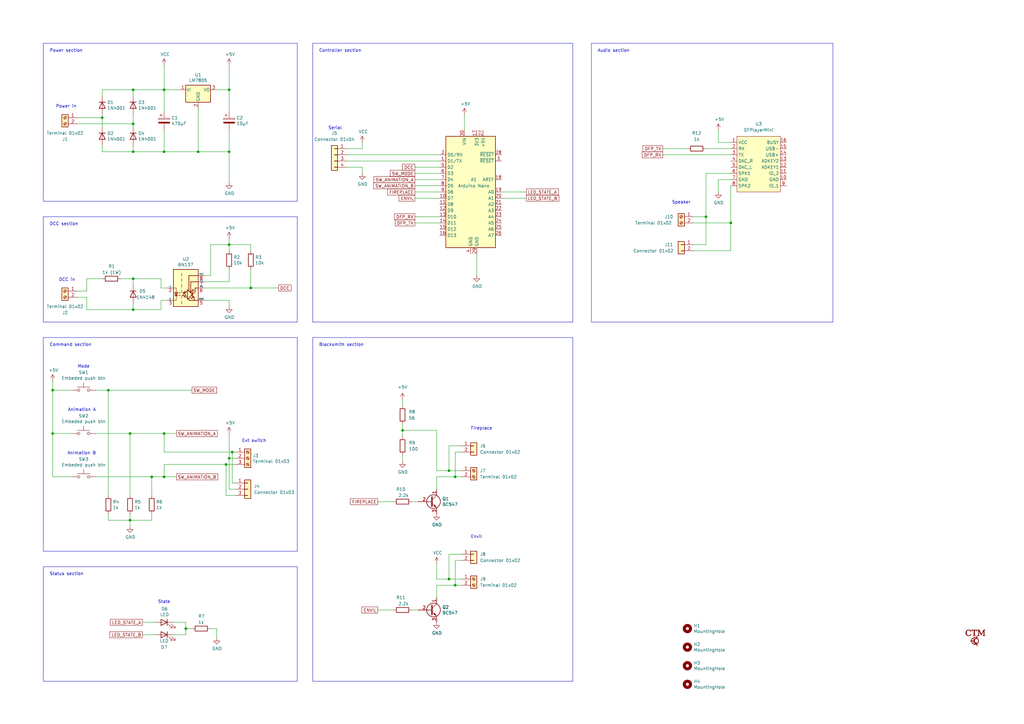
<source format=kicad_sch>
(kicad_sch (version 20230121) (generator eeschema)

  (uuid 2b80c0ef-5886-4e74-810f-7d7b7c66d0ac)

  (paper "A3")

  (title_block
    (title "DA02 - Black-smith - Schematic")
    (date "2023-11-02")
    (rev "1.0")
    (company "CT-Modélisme (ct-modelisme.fr)")
  )

  (lib_symbols
    (symbol "CTM:DFPlayerMini" (in_bom yes) (on_board yes)
      (property "Reference" "U" (at 0 16.51 0)
        (effects (font (size 1.27 1.27)))
      )
      (property "Value" "DFPlayerMini" (at 0 13.97 0)
        (effects (font (size 1.27 1.27)))
      )
      (property "Footprint" "Module:DFRobot_DFPlayerMini_DFR0299" (at 1.27 -13.97 0)
        (effects (font (size 1.27 1.27)) hide)
      )
      (property "Datasheet" "https://wiki.dfrobot.com/DFPlayer_Mini_SKU_DFR0299" (at 0 0 0)
        (effects (font (size 1.27 1.27)) hide)
      )
      (property "ki_keywords" "DFRobot DFPlayer Mini DFR0299 MP3-TF-16P" (at 0 0 0)
        (effects (font (size 1.27 1.27)) hide)
      )
      (property "ki_description" "DFRobot DFR0299 - Mini MP3 player (MP3-TF-16P)" (at 0 0 0)
        (effects (font (size 1.27 1.27)) hide)
      )
      (property "ki_fp_filters" "SSOP*5.3x10.2mm*P0.65mm*" (at 0 0 0)
        (effects (font (size 1.27 1.27)) hide)
      )
      (symbol "DFPlayerMini_0_1"
        (rectangle (start 8.89 11.43) (end -8.89 -11.43)
          (stroke (width 0) (type default))
          (fill (type background))
        )
      )
      (symbol "DFPlayerMini_1_1"
        (pin power_in line (at -11.43 8.89 0) (length 2.54)
          (name "VCC" (effects (font (size 1.27 1.27))))
          (number "1" (effects (font (size 1.27 1.27))))
        )
        (pin power_in line (at 11.43 -6.35 180) (length 2.54)
          (name "GND" (effects (font (size 1.27 1.27))))
          (number "10" (effects (font (size 1.27 1.27))))
        )
        (pin bidirectional line (at 11.43 -3.81 180) (length 2.54)
          (name "IO_2" (effects (font (size 1.27 1.27))))
          (number "11" (effects (font (size 1.27 1.27))))
        )
        (pin input line (at 11.43 -1.27 180) (length 2.54)
          (name "ADKEY1" (effects (font (size 1.27 1.27))))
          (number "12" (effects (font (size 1.27 1.27))))
        )
        (pin input line (at 11.43 1.27 180) (length 2.54)
          (name "ADKEY2" (effects (font (size 1.27 1.27))))
          (number "13" (effects (font (size 1.27 1.27))))
        )
        (pin bidirectional line (at 11.43 3.81 180) (length 2.54)
          (name "USB+" (effects (font (size 1.27 1.27))))
          (number "14" (effects (font (size 1.27 1.27))))
        )
        (pin bidirectional line (at 11.43 6.35 180) (length 2.54)
          (name "USB-" (effects (font (size 1.27 1.27))))
          (number "15" (effects (font (size 1.27 1.27))))
        )
        (pin input line (at 11.43 8.89 180) (length 2.54)
          (name "BUSY" (effects (font (size 1.27 1.27))))
          (number "16" (effects (font (size 1.27 1.27))))
        )
        (pin bidirectional line (at -11.43 6.35 0) (length 2.54)
          (name "RX" (effects (font (size 1.27 1.27))))
          (number "2" (effects (font (size 1.27 1.27))))
        )
        (pin bidirectional line (at -11.43 3.81 0) (length 2.54)
          (name "TX" (effects (font (size 1.27 1.27))))
          (number "3" (effects (font (size 1.27 1.27))))
        )
        (pin output line (at -11.43 1.27 0) (length 2.54)
          (name "DAC_R" (effects (font (size 1.27 1.27))))
          (number "4" (effects (font (size 1.27 1.27))))
        )
        (pin output line (at -11.43 -1.27 0) (length 2.54)
          (name "DAC_L" (effects (font (size 1.27 1.27))))
          (number "5" (effects (font (size 1.27 1.27))))
        )
        (pin input line (at -11.43 -3.81 0) (length 2.54)
          (name "SPK1" (effects (font (size 1.27 1.27))))
          (number "6" (effects (font (size 1.27 1.27))))
        )
        (pin power_in line (at -11.43 -6.35 0) (length 2.54)
          (name "GND" (effects (font (size 1.27 1.27))))
          (number "7" (effects (font (size 1.27 1.27))))
        )
        (pin output line (at -11.43 -8.89 0) (length 2.54)
          (name "SPK2" (effects (font (size 1.27 1.27))))
          (number "8" (effects (font (size 1.27 1.27))))
        )
        (pin bidirectional line (at 11.43 -8.89 180) (length 2.54)
          (name "IO_1" (effects (font (size 1.27 1.27))))
          (number "9" (effects (font (size 1.27 1.27))))
        )
      )
    )
    (symbol "CTM:Logo_CTM" (pin_names (offset 1.016)) (in_bom yes) (on_board yes)
      (property "Reference" "#G" (at 0 2.6908 0)
        (effects (font (size 1.27 1.27)) hide)
      )
      (property "Value" "Logo_CTM" (at 0 -2.6908 0)
        (effects (font (size 1.27 1.27)) hide)
      )
      (property "Footprint" "" (at 0 0 0)
        (effects (font (size 1.27 1.27)) hide)
      )
      (property "Datasheet" "" (at 0 0 0)
        (effects (font (size 1.27 1.27)) hide)
      )
      (symbol "Logo_CTM_0_0"
        (polyline
          (pts
            (xy 0.0731 0.8954)
            (xy 0.0725 0.92)
            (xy 0.0582 0.9644)
            (xy 0.0102 0.983)
            (xy -0.0913 0.9868)
            (xy -0.2558 0.9868)
            (xy -0.2558 3.0699)
            (xy 0.4752 3.0699)
            (xy 0.4752 2.8872)
            (xy 0.4764 2.7959)
            (xy 0.4877 2.7325)
            (xy 0.5205 2.7083)
            (xy 0.5863 2.7045)
            (xy 0.6975 2.7045)
            (xy 0.6868 2.9877)
            (xy 0.6762 3.2709)
            (xy -0.4294 3.2806)
            (xy -1.5349 3.2903)
            (xy -1.5349 2.7045)
            (xy -1.4253 2.7045)
            (xy -1.3711 2.7065)
            (xy -1.3328 2.7251)
            (xy -1.318 2.779)
            (xy -1.3156 2.8872)
            (xy -1.3156 3.0699)
            (xy -0.6212 3.0699)
            (xy -0.6212 0.9868)
            (xy -0.7674 0.9868)
            (xy -0.7802 0.9867)
            (xy -0.868 0.9804)
            (xy -0.9056 0.9543)
            (xy -0.9136 0.8954)
            (xy -0.9136 0.804)
            (xy 0.0731 0.804)
            (xy 0.0731 0.8954)
          )
          (stroke (width 0.01) (type default))
          (fill (type outline))
        )
        (polyline
          (pts
            (xy -2.4181 0.8046)
            (xy -2.1888 0.9075)
            (xy -1.999 1.0577)
            (xy -1.8605 1.2503)
            (xy -1.8581 1.2549)
            (xy -1.8072 1.3654)
            (xy -1.8003 1.4279)
            (xy -1.8422 1.4556)
            (xy -1.9378 1.4619)
            (xy -2.0299 1.4561)
            (xy -2.0872 1.4275)
            (xy -2.1229 1.3614)
            (xy -2.2055 1.2205)
            (xy -2.3321 1.0905)
            (xy -2.4748 1.0005)
            (xy -2.4803 0.9982)
            (xy -2.6231 0.9634)
            (xy -2.7995 0.952)
            (xy -2.9756 0.964)
            (xy -3.1173 0.9996)
            (xy -3.1812 1.0328)
            (xy -3.3232 1.1531)
            (xy -3.4434 1.3171)
            (xy -3.5251 1.5045)
            (xy -3.5435 1.5812)
            (xy -3.5686 1.7691)
            (xy -3.5798 1.9877)
            (xy -3.5772 2.2116)
            (xy -3.5606 2.415)
            (xy -3.5298 2.5724)
            (xy -3.5057 2.6429)
            (xy -3.3917 2.8522)
            (xy -3.2337 3.0089)
            (xy -3.0388 3.1073)
            (xy -2.8141 3.142)
            (xy -2.7974 3.142)
            (xy -2.5516 3.1144)
            (xy -2.3543 3.034)
            (xy -2.2007 2.8978)
            (xy -2.086 2.703)
            (xy -2.0735 2.6745)
            (xy -2.0235 2.578)
            (xy -1.9787 2.5342)
            (xy -1.9258 2.5286)
            (xy -1.9017 2.5332)
            (xy -1.871 2.5522)
            (xy -1.8541 2.5978)
            (xy -1.847 2.6854)
            (xy -1.8456 2.8307)
            (xy -1.8456 3.1214)
            (xy -2.1014 3.2085)
            (xy -2.1103 3.2115)
            (xy -2.3803 3.2808)
            (xy -2.6595 3.3155)
            (xy -2.9242 3.3143)
            (xy -3.1509 3.2755)
            (xy -3.2186 3.2536)
            (xy -3.4656 3.1282)
            (xy -3.6695 2.9479)
            (xy -3.8256 2.7189)
            (xy -3.9294 2.4477)
            (xy -3.9763 2.1403)
            (xy -3.9787 2.0105)
            (xy -3.944 1.6945)
            (xy -3.8529 1.4152)
            (xy -3.7089 1.1777)
            (xy -3.5158 0.9872)
            (xy -3.2772 0.8487)
            (xy -2.9968 0.7675)
            (xy -2.9491 0.7603)
            (xy -2.6754 0.7539)
            (xy -2.4181 0.8046)
          )
          (stroke (width 0.01) (type default))
          (fill (type outline))
        )
        (polyline
          (pts
            (xy 1.7177 0.9033)
            (xy 1.7076 0.9582)
            (xy 1.6657 0.9818)
            (xy 1.5716 0.9868)
            (xy 1.4254 0.9868)
            (xy 1.4273 1.9096)
            (xy 1.4293 2.8324)
            (xy 1.8478 2.0009)
            (xy 1.9414 1.8151)
            (xy 2.0491 1.6028)
            (xy 2.1323 1.443)
            (xy 2.1957 1.3283)
            (xy 2.2441 1.2512)
            (xy 2.2825 1.2042)
            (xy 2.3156 1.18)
            (xy 2.3482 1.1709)
            (xy 2.3852 1.1695)
            (xy 2.4154 1.1702)
            (xy 2.4482 1.1771)
            (xy 2.4806 1.1976)
            (xy 2.5172 1.239)
            (xy 2.5629 1.3087)
            (xy 2.6224 1.4142)
            (xy 2.7005 1.5629)
            (xy 2.8018 1.7621)
            (xy 2.9312 2.0192)
            (xy 3.3582 2.8689)
            (xy 3.3603 1.9278)
            (xy 3.3623 0.9868)
            (xy 3.1979 0.9868)
            (xy 3.1535 0.9864)
            (xy 3.0738 0.9785)
            (xy 3.0402 0.9518)
            (xy 3.0334 0.8954)
            (xy 3.0334 0.804)
            (xy 4.0202 0.804)
            (xy 4.0202 0.8954)
            (xy 4.0196 0.92)
            (xy 4.0053 0.9644)
            (xy 3.9572 0.983)
            (xy 3.8557 0.9868)
            (xy 3.6913 0.9868)
            (xy 3.6913 3.1065)
            (xy 3.8557 3.1065)
            (xy 3.9001 3.1068)
            (xy 3.9799 3.1147)
            (xy 4.0134 3.1415)
            (xy 4.0202 3.1978)
            (xy 4.0201 3.2099)
            (xy 4.0155 3.2484)
            (xy 3.9931 3.2719)
            (xy 3.9393 3.284)
            (xy 3.8402 3.2885)
            (xy 3.6818 3.2892)
            (xy 3.3434 3.2892)
            (xy 2.9046 2.4107)
            (xy 2.4657 1.5322)
            (xy 1.5939 3.2892)
            (xy 1.1591 3.2892)
            (xy 1.0217 3.2876)
            (xy 0.9382 3.281)
            (xy 0.8953 3.2662)
            (xy 0.8795 3.2396)
            (xy 0.8772 3.1978)
            (xy 0.8778 3.1732)
            (xy 0.8921 3.1289)
            (xy 0.9401 3.1103)
            (xy 1.0416 3.1065)
            (xy 1.2061 3.1065)
            (xy 1.2061 0.9868)
            (xy 1.0416 0.9868)
            (xy 0.9973 0.9864)
            (xy 0.9175 0.9785)
            (xy 0.884 0.9518)
            (xy 0.8772 0.8954)
            (xy 0.8772 0.804)
            (xy 1.7177 0.804)
            (xy 1.7177 0.9033)
          )
          (stroke (width 0.01) (type default))
          (fill (type outline))
        )
        (polyline
          (pts
            (xy 0.7675 -2.4772)
            (xy 0.9476 -2.2801)
            (xy 1.04 -2.1685)
            (xy 1.1488 -2.0142)
            (xy 1.2309 -1.8729)
            (xy 1.2445 -1.845)
            (xy 1.2853 -1.7519)
            (xy 1.3115 -1.6649)
            (xy 1.3262 -1.5642)
            (xy 1.3326 -1.43)
            (xy 1.334 -1.2426)
            (xy 1.3339 -1.1871)
            (xy 1.3315 -1.0156)
            (xy 1.3232 -0.8921)
            (xy 1.3059 -0.797)
            (xy 1.2762 -0.7103)
            (xy 1.2309 -0.6122)
            (xy 1.1649 -0.4962)
            (xy 1.0587 -0.3415)
            (xy 0.9476 -0.2051)
            (xy 0.7675 -0.008)
            (xy 0.7675 0.8406)
            (xy 0.5482 0.8406)
            (xy 0.5482 0.1167)
            (xy 0.3747 0.1825)
            (xy 0.3122 0.2047)
            (xy 0.0005 0.2721)
            (xy -0.3089 0.2724)
            (xy -0.6074 0.2101)
            (xy -0.8862 0.0899)
            (xy -1.1367 -0.0837)
            (xy -1.3503 -0.3061)
            (xy -1.5182 -0.5727)
            (xy -1.6318 -0.8789)
            (xy -1.6973 -1.133)
            (xy -1.4676 -1.133)
            (xy -1.4429 -1.0142)
            (xy -1.4397 -0.9992)
            (xy -1.3412 -0.7089)
            (xy -1.1861 -0.4557)
            (xy -0.9826 -0.2463)
            (xy -0.7389 -0.0878)
            (xy -0.4634 0.013)
            (xy -0.1644 0.0493)
            (xy -0.0338 0.0443)
            (xy 0.1149 0.0265)
            (xy 0.2425 -0.0006)
            (xy 0.3319 -0.0333)
            (xy 0.3655 -0.0676)
            (xy 0.3462 -0.091)
            (xy 0.2782 -0.141)
            (xy 0.1762 -0.206)
            (xy 0.0561 -0.2768)
            (xy -0.0661 -0.3444)
            (xy -0.1745 -0.3998)
            (xy -0.2532 -0.434)
            (xy -0.2862 -0.4378)
            (xy -0.314 -0.422)
            (xy -0.3974 -0.4076)
            (xy -0.5147 -0.402)
            (xy -0.7309 -0.402)
            (xy -0.7309 -0.7384)
            (xy -0.2923 -0.7384)
            (xy 0.1498 -0.4775)
            (xy 0.3131 -0.3835)
            (xy 0.483 -0.2943)
            (xy 0.5984 -0.2464)
            (xy 0.6617 -0.2388)
            (xy 0.72 -0.2744)
            (xy 0.8095 -0.367)
            (xy 0.9045 -0.4968)
            (xy 0.9927 -0.6463)
            (xy 1.0618 -0.7985)
            (xy 1.0631 -0.8021)
            (xy 1.1264 -1.0724)
            (xy 1.1277 -1.3575)
            (xy 1.0705 -1.6402)
            (xy 0.9582 -1.9031)
            (xy 0.7945 -2.1289)
            (xy 0.7461 -2.1777)
            (xy 0.6722 -2.2411)
            (xy 0.6258 -2.2659)
            (xy 0.6153 -2.2613)
            (xy 0.5664 -2.2121)
            (xy 0.495 -2.1206)
            (xy 0.4127 -2.0009)
            (xy 0.3804 -1.9515)
            (xy 0.306 -1.8377)
            (xy 0.2514 -1.7547)
            (xy 0.2265 -1.7177)
            (xy 0.2259 -1.717)
            (xy 0.1962 -1.7309)
            (xy 0.1466 -1.7822)
            (xy 0.0964 -1.8483)
            (xy 0.065 -1.9067)
            (xy 0.0532 -1.9169)
            (xy -0.0099 -1.9043)
            (xy -0.1207 -1.8479)
            (xy -0.2923 -1.7473)
            (xy -0.2923 -0.7384)
            (xy -0.7309 -0.7384)
            (xy -0.7309 -1.133)
            (xy -1.4676 -1.133)
            (xy -1.6973 -1.133)
            (xy -1.8902 -1.133)
            (xy -1.9953 -1.1346)
            (xy -2.0563 -1.1464)
            (xy -2.0795 -1.179)
            (xy -2.0831 -1.2426)
            (xy -2.0803 -1.3024)
            (xy -2.0594 -1.337)
            (xy -2.0022 -1.3502)
            (xy -1.8902 -1.3522)
            (xy -1.6973 -1.3522)
            (xy -1.4676 -1.3522)
            (xy -0.7309 -1.3522)
            (xy -0.7309 -2.0832)
            (xy -0.5116 -2.0832)
            (xy -0.4151 -2.0796)
            (xy -0.3259 -2.0663)
            (xy -0.2923 -2.0457)
            (xy -0.2915 -2.0413)
            (xy -0.2552 -2.0367)
            (xy -0.1803 -2.0661)
            (xy -0.0684 -2.124)
            (xy -0.1438 -2.2519)
            (xy -0.1603 -2.2803)
            (xy -0.2024 -2.3572)
            (xy -0.2192 -2.3959)
            (xy -0.1891 -2.4038)
            (xy -0.1042 -2.4098)
            (xy 0.0162 -2.4121)
            (xy 0.1315 -2.4161)
            (xy 0.2274 -2.428)
            (xy 0.2718 -2.4449)
            (xy 0.2516 -2.4664)
            (xy 0.1757 -2.4929)
            (xy 0.0609 -2.518)
            (xy -0.0469 -2.5367)
            (xy -0.1383 -2.5494)
            (xy -0.2087 -2.5506)
            (xy -0.2866 -2.5403)
            (xy -0.4003 -2.5184)
            (xy -0.4818 -2.4994)
            (xy -0.7531 -2.3905)
            (xy -0.9947 -2.2233)
            (xy -1.1968 -2.0077)
            (xy -1.3496 -1.7537)
            (xy -1.4431 -1.471)
            (xy -1.4676 -1.3522)
            (xy -1.6973 -1.3522)
            (xy -1.6318 -1.6063)
            (xy -1.59 -1.7437)
            (xy -1.4482 -2.0412)
            (xy -1.251 -2.2952)
            (xy -1.0043 -2.5005)
            (xy -0.7141 -2.6517)
            (xy -0.3861 -2.7433)
            (xy -0.1656 -2.7625)
            (xy 0.1387 -2.7344)
            (xy 0.4295 -2.648)
            (xy 0.5482 -2.5986)
            (xy 0.5482 -3.3258)
            (xy 0.7675 -3.3258)
            (xy 0.7675 -2.4772)
          )
          (stroke (width 0.01) (type default))
          (fill (type outline))
        )
      )
    )
    (symbol "Connector:Screw_Terminal_01x02" (pin_names (offset 1.016) hide) (in_bom yes) (on_board yes)
      (property "Reference" "J" (at 0 2.54 0)
        (effects (font (size 1.27 1.27)))
      )
      (property "Value" "Screw_Terminal_01x02" (at 0 -5.08 0)
        (effects (font (size 1.27 1.27)))
      )
      (property "Footprint" "" (at 0 0 0)
        (effects (font (size 1.27 1.27)) hide)
      )
      (property "Datasheet" "~" (at 0 0 0)
        (effects (font (size 1.27 1.27)) hide)
      )
      (property "ki_keywords" "screw terminal" (at 0 0 0)
        (effects (font (size 1.27 1.27)) hide)
      )
      (property "ki_description" "Generic screw terminal, single row, 01x02, script generated (kicad-library-utils/schlib/autogen/connector/)" (at 0 0 0)
        (effects (font (size 1.27 1.27)) hide)
      )
      (property "ki_fp_filters" "TerminalBlock*:*" (at 0 0 0)
        (effects (font (size 1.27 1.27)) hide)
      )
      (symbol "Screw_Terminal_01x02_1_1"
        (rectangle (start -1.27 1.27) (end 1.27 -3.81)
          (stroke (width 0.254) (type default))
          (fill (type background))
        )
        (circle (center 0 -2.54) (radius 0.635)
          (stroke (width 0.1524) (type default))
          (fill (type none))
        )
        (polyline
          (pts
            (xy -0.5334 -2.2098)
            (xy 0.3302 -3.048)
          )
          (stroke (width 0.1524) (type default))
          (fill (type none))
        )
        (polyline
          (pts
            (xy -0.5334 0.3302)
            (xy 0.3302 -0.508)
          )
          (stroke (width 0.1524) (type default))
          (fill (type none))
        )
        (polyline
          (pts
            (xy -0.3556 -2.032)
            (xy 0.508 -2.8702)
          )
          (stroke (width 0.1524) (type default))
          (fill (type none))
        )
        (polyline
          (pts
            (xy -0.3556 0.508)
            (xy 0.508 -0.3302)
          )
          (stroke (width 0.1524) (type default))
          (fill (type none))
        )
        (circle (center 0 0) (radius 0.635)
          (stroke (width 0.1524) (type default))
          (fill (type none))
        )
        (pin passive line (at -5.08 0 0) (length 3.81)
          (name "Pin_1" (effects (font (size 1.27 1.27))))
          (number "1" (effects (font (size 1.27 1.27))))
        )
        (pin passive line (at -5.08 -2.54 0) (length 3.81)
          (name "Pin_2" (effects (font (size 1.27 1.27))))
          (number "2" (effects (font (size 1.27 1.27))))
        )
      )
    )
    (symbol "Connector:Screw_Terminal_01x03" (pin_names (offset 1.016) hide) (in_bom yes) (on_board yes)
      (property "Reference" "J" (at 0 5.08 0)
        (effects (font (size 1.27 1.27)))
      )
      (property "Value" "Screw_Terminal_01x03" (at 0 -5.08 0)
        (effects (font (size 1.27 1.27)))
      )
      (property "Footprint" "" (at 0 0 0)
        (effects (font (size 1.27 1.27)) hide)
      )
      (property "Datasheet" "~" (at 0 0 0)
        (effects (font (size 1.27 1.27)) hide)
      )
      (property "ki_keywords" "screw terminal" (at 0 0 0)
        (effects (font (size 1.27 1.27)) hide)
      )
      (property "ki_description" "Generic screw terminal, single row, 01x03, script generated (kicad-library-utils/schlib/autogen/connector/)" (at 0 0 0)
        (effects (font (size 1.27 1.27)) hide)
      )
      (property "ki_fp_filters" "TerminalBlock*:*" (at 0 0 0)
        (effects (font (size 1.27 1.27)) hide)
      )
      (symbol "Screw_Terminal_01x03_1_1"
        (rectangle (start -1.27 3.81) (end 1.27 -3.81)
          (stroke (width 0.254) (type default))
          (fill (type background))
        )
        (circle (center 0 -2.54) (radius 0.635)
          (stroke (width 0.1524) (type default))
          (fill (type none))
        )
        (polyline
          (pts
            (xy -0.5334 -2.2098)
            (xy 0.3302 -3.048)
          )
          (stroke (width 0.1524) (type default))
          (fill (type none))
        )
        (polyline
          (pts
            (xy -0.5334 0.3302)
            (xy 0.3302 -0.508)
          )
          (stroke (width 0.1524) (type default))
          (fill (type none))
        )
        (polyline
          (pts
            (xy -0.5334 2.8702)
            (xy 0.3302 2.032)
          )
          (stroke (width 0.1524) (type default))
          (fill (type none))
        )
        (polyline
          (pts
            (xy -0.3556 -2.032)
            (xy 0.508 -2.8702)
          )
          (stroke (width 0.1524) (type default))
          (fill (type none))
        )
        (polyline
          (pts
            (xy -0.3556 0.508)
            (xy 0.508 -0.3302)
          )
          (stroke (width 0.1524) (type default))
          (fill (type none))
        )
        (polyline
          (pts
            (xy -0.3556 3.048)
            (xy 0.508 2.2098)
          )
          (stroke (width 0.1524) (type default))
          (fill (type none))
        )
        (circle (center 0 0) (radius 0.635)
          (stroke (width 0.1524) (type default))
          (fill (type none))
        )
        (circle (center 0 2.54) (radius 0.635)
          (stroke (width 0.1524) (type default))
          (fill (type none))
        )
        (pin passive line (at -5.08 2.54 0) (length 3.81)
          (name "Pin_1" (effects (font (size 1.27 1.27))))
          (number "1" (effects (font (size 1.27 1.27))))
        )
        (pin passive line (at -5.08 0 0) (length 3.81)
          (name "Pin_2" (effects (font (size 1.27 1.27))))
          (number "2" (effects (font (size 1.27 1.27))))
        )
        (pin passive line (at -5.08 -2.54 0) (length 3.81)
          (name "Pin_3" (effects (font (size 1.27 1.27))))
          (number "3" (effects (font (size 1.27 1.27))))
        )
      )
    )
    (symbol "Connector_Generic:Conn_01x02" (pin_names (offset 1.016) hide) (in_bom yes) (on_board yes)
      (property "Reference" "J" (at 0 2.54 0)
        (effects (font (size 1.27 1.27)))
      )
      (property "Value" "Conn_01x02" (at 0 -5.08 0)
        (effects (font (size 1.27 1.27)))
      )
      (property "Footprint" "" (at 0 0 0)
        (effects (font (size 1.27 1.27)) hide)
      )
      (property "Datasheet" "~" (at 0 0 0)
        (effects (font (size 1.27 1.27)) hide)
      )
      (property "ki_keywords" "connector" (at 0 0 0)
        (effects (font (size 1.27 1.27)) hide)
      )
      (property "ki_description" "Generic connector, single row, 01x02, script generated (kicad-library-utils/schlib/autogen/connector/)" (at 0 0 0)
        (effects (font (size 1.27 1.27)) hide)
      )
      (property "ki_fp_filters" "Connector*:*_1x??_*" (at 0 0 0)
        (effects (font (size 1.27 1.27)) hide)
      )
      (symbol "Conn_01x02_1_1"
        (rectangle (start -1.27 -2.413) (end 0 -2.667)
          (stroke (width 0.1524) (type default))
          (fill (type none))
        )
        (rectangle (start -1.27 0.127) (end 0 -0.127)
          (stroke (width 0.1524) (type default))
          (fill (type none))
        )
        (rectangle (start -1.27 1.27) (end 1.27 -3.81)
          (stroke (width 0.254) (type default))
          (fill (type background))
        )
        (pin passive line (at -5.08 0 0) (length 3.81)
          (name "Pin_1" (effects (font (size 1.27 1.27))))
          (number "1" (effects (font (size 1.27 1.27))))
        )
        (pin passive line (at -5.08 -2.54 0) (length 3.81)
          (name "Pin_2" (effects (font (size 1.27 1.27))))
          (number "2" (effects (font (size 1.27 1.27))))
        )
      )
    )
    (symbol "Connector_Generic:Conn_01x03" (pin_names (offset 1.016) hide) (in_bom yes) (on_board yes)
      (property "Reference" "J" (at 0 5.08 0)
        (effects (font (size 1.27 1.27)))
      )
      (property "Value" "Conn_01x03" (at 0 -5.08 0)
        (effects (font (size 1.27 1.27)))
      )
      (property "Footprint" "" (at 0 0 0)
        (effects (font (size 1.27 1.27)) hide)
      )
      (property "Datasheet" "~" (at 0 0 0)
        (effects (font (size 1.27 1.27)) hide)
      )
      (property "ki_keywords" "connector" (at 0 0 0)
        (effects (font (size 1.27 1.27)) hide)
      )
      (property "ki_description" "Generic connector, single row, 01x03, script generated (kicad-library-utils/schlib/autogen/connector/)" (at 0 0 0)
        (effects (font (size 1.27 1.27)) hide)
      )
      (property "ki_fp_filters" "Connector*:*_1x??_*" (at 0 0 0)
        (effects (font (size 1.27 1.27)) hide)
      )
      (symbol "Conn_01x03_1_1"
        (rectangle (start -1.27 -2.413) (end 0 -2.667)
          (stroke (width 0.1524) (type default))
          (fill (type none))
        )
        (rectangle (start -1.27 0.127) (end 0 -0.127)
          (stroke (width 0.1524) (type default))
          (fill (type none))
        )
        (rectangle (start -1.27 2.667) (end 0 2.413)
          (stroke (width 0.1524) (type default))
          (fill (type none))
        )
        (rectangle (start -1.27 3.81) (end 1.27 -3.81)
          (stroke (width 0.254) (type default))
          (fill (type background))
        )
        (pin passive line (at -5.08 2.54 0) (length 3.81)
          (name "Pin_1" (effects (font (size 1.27 1.27))))
          (number "1" (effects (font (size 1.27 1.27))))
        )
        (pin passive line (at -5.08 0 0) (length 3.81)
          (name "Pin_2" (effects (font (size 1.27 1.27))))
          (number "2" (effects (font (size 1.27 1.27))))
        )
        (pin passive line (at -5.08 -2.54 0) (length 3.81)
          (name "Pin_3" (effects (font (size 1.27 1.27))))
          (number "3" (effects (font (size 1.27 1.27))))
        )
      )
    )
    (symbol "Connector_Generic:Conn_01x04" (pin_names (offset 1.016) hide) (in_bom yes) (on_board yes)
      (property "Reference" "J" (at 0 5.08 0)
        (effects (font (size 1.27 1.27)))
      )
      (property "Value" "Conn_01x04" (at 0 -7.62 0)
        (effects (font (size 1.27 1.27)))
      )
      (property "Footprint" "" (at 0 0 0)
        (effects (font (size 1.27 1.27)) hide)
      )
      (property "Datasheet" "~" (at 0 0 0)
        (effects (font (size 1.27 1.27)) hide)
      )
      (property "ki_keywords" "connector" (at 0 0 0)
        (effects (font (size 1.27 1.27)) hide)
      )
      (property "ki_description" "Generic connector, single row, 01x04, script generated (kicad-library-utils/schlib/autogen/connector/)" (at 0 0 0)
        (effects (font (size 1.27 1.27)) hide)
      )
      (property "ki_fp_filters" "Connector*:*_1x??_*" (at 0 0 0)
        (effects (font (size 1.27 1.27)) hide)
      )
      (symbol "Conn_01x04_1_1"
        (rectangle (start -1.27 -4.953) (end 0 -5.207)
          (stroke (width 0.1524) (type default))
          (fill (type none))
        )
        (rectangle (start -1.27 -2.413) (end 0 -2.667)
          (stroke (width 0.1524) (type default))
          (fill (type none))
        )
        (rectangle (start -1.27 0.127) (end 0 -0.127)
          (stroke (width 0.1524) (type default))
          (fill (type none))
        )
        (rectangle (start -1.27 2.667) (end 0 2.413)
          (stroke (width 0.1524) (type default))
          (fill (type none))
        )
        (rectangle (start -1.27 3.81) (end 1.27 -6.35)
          (stroke (width 0.254) (type default))
          (fill (type background))
        )
        (pin passive line (at -5.08 2.54 0) (length 3.81)
          (name "Pin_1" (effects (font (size 1.27 1.27))))
          (number "1" (effects (font (size 1.27 1.27))))
        )
        (pin passive line (at -5.08 0 0) (length 3.81)
          (name "Pin_2" (effects (font (size 1.27 1.27))))
          (number "2" (effects (font (size 1.27 1.27))))
        )
        (pin passive line (at -5.08 -2.54 0) (length 3.81)
          (name "Pin_3" (effects (font (size 1.27 1.27))))
          (number "3" (effects (font (size 1.27 1.27))))
        )
        (pin passive line (at -5.08 -5.08 0) (length 3.81)
          (name "Pin_4" (effects (font (size 1.27 1.27))))
          (number "4" (effects (font (size 1.27 1.27))))
        )
      )
    )
    (symbol "Device:C_Polarized" (pin_numbers hide) (pin_names (offset 0.254)) (in_bom yes) (on_board yes)
      (property "Reference" "C" (at 0.635 2.54 0)
        (effects (font (size 1.27 1.27)) (justify left))
      )
      (property "Value" "C_Polarized" (at 0.635 -2.54 0)
        (effects (font (size 1.27 1.27)) (justify left))
      )
      (property "Footprint" "" (at 0.9652 -3.81 0)
        (effects (font (size 1.27 1.27)) hide)
      )
      (property "Datasheet" "~" (at 0 0 0)
        (effects (font (size 1.27 1.27)) hide)
      )
      (property "ki_keywords" "cap capacitor" (at 0 0 0)
        (effects (font (size 1.27 1.27)) hide)
      )
      (property "ki_description" "Polarized capacitor" (at 0 0 0)
        (effects (font (size 1.27 1.27)) hide)
      )
      (property "ki_fp_filters" "CP_*" (at 0 0 0)
        (effects (font (size 1.27 1.27)) hide)
      )
      (symbol "C_Polarized_0_1"
        (rectangle (start -2.286 0.508) (end 2.286 1.016)
          (stroke (width 0) (type default))
          (fill (type none))
        )
        (polyline
          (pts
            (xy -1.778 2.286)
            (xy -0.762 2.286)
          )
          (stroke (width 0) (type default))
          (fill (type none))
        )
        (polyline
          (pts
            (xy -1.27 2.794)
            (xy -1.27 1.778)
          )
          (stroke (width 0) (type default))
          (fill (type none))
        )
        (rectangle (start 2.286 -0.508) (end -2.286 -1.016)
          (stroke (width 0) (type default))
          (fill (type outline))
        )
      )
      (symbol "C_Polarized_1_1"
        (pin passive line (at 0 3.81 270) (length 2.794)
          (name "~" (effects (font (size 1.27 1.27))))
          (number "1" (effects (font (size 1.27 1.27))))
        )
        (pin passive line (at 0 -3.81 90) (length 2.794)
          (name "~" (effects (font (size 1.27 1.27))))
          (number "2" (effects (font (size 1.27 1.27))))
        )
      )
    )
    (symbol "Device:LED" (pin_numbers hide) (pin_names (offset 1.016) hide) (in_bom yes) (on_board yes)
      (property "Reference" "D" (at 0 2.54 0)
        (effects (font (size 1.27 1.27)))
      )
      (property "Value" "LED" (at 0 -2.54 0)
        (effects (font (size 1.27 1.27)))
      )
      (property "Footprint" "" (at 0 0 0)
        (effects (font (size 1.27 1.27)) hide)
      )
      (property "Datasheet" "~" (at 0 0 0)
        (effects (font (size 1.27 1.27)) hide)
      )
      (property "ki_keywords" "LED diode" (at 0 0 0)
        (effects (font (size 1.27 1.27)) hide)
      )
      (property "ki_description" "Light emitting diode" (at 0 0 0)
        (effects (font (size 1.27 1.27)) hide)
      )
      (property "ki_fp_filters" "LED* LED_SMD:* LED_THT:*" (at 0 0 0)
        (effects (font (size 1.27 1.27)) hide)
      )
      (symbol "LED_0_1"
        (polyline
          (pts
            (xy -1.27 -1.27)
            (xy -1.27 1.27)
          )
          (stroke (width 0.254) (type default))
          (fill (type none))
        )
        (polyline
          (pts
            (xy -1.27 0)
            (xy 1.27 0)
          )
          (stroke (width 0) (type default))
          (fill (type none))
        )
        (polyline
          (pts
            (xy 1.27 -1.27)
            (xy 1.27 1.27)
            (xy -1.27 0)
            (xy 1.27 -1.27)
          )
          (stroke (width 0.254) (type default))
          (fill (type none))
        )
        (polyline
          (pts
            (xy -3.048 -0.762)
            (xy -4.572 -2.286)
            (xy -3.81 -2.286)
            (xy -4.572 -2.286)
            (xy -4.572 -1.524)
          )
          (stroke (width 0) (type default))
          (fill (type none))
        )
        (polyline
          (pts
            (xy -1.778 -0.762)
            (xy -3.302 -2.286)
            (xy -2.54 -2.286)
            (xy -3.302 -2.286)
            (xy -3.302 -1.524)
          )
          (stroke (width 0) (type default))
          (fill (type none))
        )
      )
      (symbol "LED_1_1"
        (pin passive line (at -3.81 0 0) (length 2.54)
          (name "K" (effects (font (size 1.27 1.27))))
          (number "1" (effects (font (size 1.27 1.27))))
        )
        (pin passive line (at 3.81 0 180) (length 2.54)
          (name "A" (effects (font (size 1.27 1.27))))
          (number "2" (effects (font (size 1.27 1.27))))
        )
      )
    )
    (symbol "Device:R" (pin_numbers hide) (pin_names (offset 0)) (in_bom yes) (on_board yes)
      (property "Reference" "R" (at 2.032 0 90)
        (effects (font (size 1.27 1.27)))
      )
      (property "Value" "R" (at 0 0 90)
        (effects (font (size 1.27 1.27)))
      )
      (property "Footprint" "" (at -1.778 0 90)
        (effects (font (size 1.27 1.27)) hide)
      )
      (property "Datasheet" "~" (at 0 0 0)
        (effects (font (size 1.27 1.27)) hide)
      )
      (property "ki_keywords" "R res resistor" (at 0 0 0)
        (effects (font (size 1.27 1.27)) hide)
      )
      (property "ki_description" "Resistor" (at 0 0 0)
        (effects (font (size 1.27 1.27)) hide)
      )
      (property "ki_fp_filters" "R_*" (at 0 0 0)
        (effects (font (size 1.27 1.27)) hide)
      )
      (symbol "R_0_1"
        (rectangle (start -1.016 -2.54) (end 1.016 2.54)
          (stroke (width 0.254) (type default))
          (fill (type none))
        )
      )
      (symbol "R_1_1"
        (pin passive line (at 0 3.81 270) (length 1.27)
          (name "~" (effects (font (size 1.27 1.27))))
          (number "1" (effects (font (size 1.27 1.27))))
        )
        (pin passive line (at 0 -3.81 90) (length 1.27)
          (name "~" (effects (font (size 1.27 1.27))))
          (number "2" (effects (font (size 1.27 1.27))))
        )
      )
    )
    (symbol "Diode:1N4001" (pin_numbers hide) (pin_names (offset 1.016) hide) (in_bom yes) (on_board yes)
      (property "Reference" "D" (at 0 2.54 0)
        (effects (font (size 1.27 1.27)))
      )
      (property "Value" "1N4001" (at 0 -2.54 0)
        (effects (font (size 1.27 1.27)))
      )
      (property "Footprint" "Diode_THT:D_DO-41_SOD81_P10.16mm_Horizontal" (at 0 -4.445 0)
        (effects (font (size 1.27 1.27)) hide)
      )
      (property "Datasheet" "http://www.vishay.com/docs/88503/1n4001.pdf" (at 0 0 0)
        (effects (font (size 1.27 1.27)) hide)
      )
      (property "ki_keywords" "diode" (at 0 0 0)
        (effects (font (size 1.27 1.27)) hide)
      )
      (property "ki_description" "50V 1A General Purpose Rectifier Diode, DO-41" (at 0 0 0)
        (effects (font (size 1.27 1.27)) hide)
      )
      (property "ki_fp_filters" "D*DO?41*" (at 0 0 0)
        (effects (font (size 1.27 1.27)) hide)
      )
      (symbol "1N4001_0_1"
        (polyline
          (pts
            (xy -1.27 1.27)
            (xy -1.27 -1.27)
          )
          (stroke (width 0.254) (type default))
          (fill (type none))
        )
        (polyline
          (pts
            (xy 1.27 0)
            (xy -1.27 0)
          )
          (stroke (width 0) (type default))
          (fill (type none))
        )
        (polyline
          (pts
            (xy 1.27 1.27)
            (xy 1.27 -1.27)
            (xy -1.27 0)
            (xy 1.27 1.27)
          )
          (stroke (width 0.254) (type default))
          (fill (type none))
        )
      )
      (symbol "1N4001_1_1"
        (pin passive line (at -3.81 0 0) (length 2.54)
          (name "K" (effects (font (size 1.27 1.27))))
          (number "1" (effects (font (size 1.27 1.27))))
        )
        (pin passive line (at 3.81 0 180) (length 2.54)
          (name "A" (effects (font (size 1.27 1.27))))
          (number "2" (effects (font (size 1.27 1.27))))
        )
      )
    )
    (symbol "Diode:1N4148" (pin_numbers hide) (pin_names (offset 1.016) hide) (in_bom yes) (on_board yes)
      (property "Reference" "D" (at 0 2.54 0)
        (effects (font (size 1.27 1.27)))
      )
      (property "Value" "1N4148" (at 0 -2.54 0)
        (effects (font (size 1.27 1.27)))
      )
      (property "Footprint" "Diode_THT:D_DO-35_SOD27_P7.62mm_Horizontal" (at 0 -4.445 0)
        (effects (font (size 1.27 1.27)) hide)
      )
      (property "Datasheet" "https://assets.nexperia.com/documents/data-sheet/1N4148_1N4448.pdf" (at 0 0 0)
        (effects (font (size 1.27 1.27)) hide)
      )
      (property "ki_keywords" "diode" (at 0 0 0)
        (effects (font (size 1.27 1.27)) hide)
      )
      (property "ki_description" "100V 0.15A standard switching diode, DO-35" (at 0 0 0)
        (effects (font (size 1.27 1.27)) hide)
      )
      (property "ki_fp_filters" "D*DO?35*" (at 0 0 0)
        (effects (font (size 1.27 1.27)) hide)
      )
      (symbol "1N4148_0_1"
        (polyline
          (pts
            (xy -1.27 1.27)
            (xy -1.27 -1.27)
          )
          (stroke (width 0.254) (type default))
          (fill (type none))
        )
        (polyline
          (pts
            (xy 1.27 0)
            (xy -1.27 0)
          )
          (stroke (width 0) (type default))
          (fill (type none))
        )
        (polyline
          (pts
            (xy 1.27 1.27)
            (xy 1.27 -1.27)
            (xy -1.27 0)
            (xy 1.27 1.27)
          )
          (stroke (width 0.254) (type default))
          (fill (type none))
        )
      )
      (symbol "1N4148_1_1"
        (pin passive line (at -3.81 0 0) (length 2.54)
          (name "K" (effects (font (size 1.27 1.27))))
          (number "1" (effects (font (size 1.27 1.27))))
        )
        (pin passive line (at 3.81 0 180) (length 2.54)
          (name "A" (effects (font (size 1.27 1.27))))
          (number "2" (effects (font (size 1.27 1.27))))
        )
      )
    )
    (symbol "Isolator:6N137" (pin_names (offset 0)) (in_bom yes) (on_board yes)
      (property "Reference" "U" (at -4.064 8.89 0)
        (effects (font (size 1.27 1.27)))
      )
      (property "Value" "6N137" (at 0 -8.89 0)
        (effects (font (size 1.27 1.27)))
      )
      (property "Footprint" "Package_DIP:DIP-8_W7.62mm" (at 0 -12.7 0)
        (effects (font (size 1.27 1.27)) hide)
      )
      (property "Datasheet" "https://docs.broadcom.com/docs/AV02-0940EN" (at -21.59 13.97 0)
        (effects (font (size 1.27 1.27)) hide)
      )
      (property "ki_keywords" "High speed optically coupled gates enable" (at 0 0 0)
        (effects (font (size 1.27 1.27)) hide)
      )
      (property "ki_description" "Single High Speed LSTTL/TTL Compatible Optocoupler with enable, dV/dt 1000/us, VCM 10, max 7V VCC, DIP-8" (at 0 0 0)
        (effects (font (size 1.27 1.27)) hide)
      )
      (property "ki_fp_filters" "DIP*W7.62mm*" (at 0 0 0)
        (effects (font (size 1.27 1.27)) hide)
      )
      (symbol "6N137_0_1"
        (polyline
          (pts
            (xy 2.667 -3.556)
            (xy 2.667 -1.651)
          )
          (stroke (width 0.254) (type default))
          (fill (type none))
        )
        (polyline
          (pts
            (xy 2.667 -2.159)
            (xy 2.667 -2.921)
          )
          (stroke (width 0.254) (type default))
          (fill (type none))
        )
        (polyline
          (pts
            (xy 3.429 -3.937)
            (xy 3.429 -5.08)
          )
          (stroke (width 0.254) (type default))
          (fill (type none))
        )
        (polyline
          (pts
            (xy -0.635 -3.302)
            (xy -0.635 -3.683)
            (xy 0.635 -3.683)
          )
          (stroke (width 0.254) (type default))
          (fill (type none))
        )
        (polyline
          (pts
            (xy -0.635 -1.905)
            (xy -0.635 -1.524)
            (xy 0.508 -1.524)
          )
          (stroke (width 0.254) (type default))
          (fill (type none))
        )
        (polyline
          (pts
            (xy 1.27 -4.064)
            (xy 1.27 -5.08)
            (xy 5.08 -5.08)
          )
          (stroke (width 0.254) (type default))
          (fill (type none))
        )
        (polyline
          (pts
            (xy 1.27 -1.27)
            (xy 1.27 5.08)
            (xy 5.08 5.08)
          )
          (stroke (width 0.254) (type default))
          (fill (type none))
        )
        (polyline
          (pts
            (xy 2.032 -1.27)
            (xy 2.032 2.54)
            (xy 5.08 2.54)
          )
          (stroke (width 0.254) (type default))
          (fill (type none))
        )
        (polyline
          (pts
            (xy -5.08 -5.08)
            (xy -3.937 -5.08)
            (xy -3.937 0)
            (xy -5.08 0)
          )
          (stroke (width 0) (type default))
          (fill (type none))
        )
        (polyline
          (pts
            (xy 2.667 -3.302)
            (xy 2.667 -4.318)
            (xy 2.159 -4.318)
            (xy 2.159 -3.937)
          )
          (stroke (width 0.254) (type default))
          (fill (type none))
        )
        (polyline
          (pts
            (xy 2.667 -2.667)
            (xy 0.635 -4.699)
            (xy 0.635 -0.635)
            (xy 2.667 -2.667)
          )
          (stroke (width 0.254) (type default))
          (fill (type none))
        )
        (polyline
          (pts
            (xy 2.667 -1.778)
            (xy 2.667 -0.762)
            (xy 3.175 -0.762)
            (xy 3.175 -1.143)
          )
          (stroke (width 0.254) (type default))
          (fill (type none))
        )
        (polyline
          (pts
            (xy 2.794 -2.54)
            (xy 3.81 -1.524)
            (xy 3.81 0)
            (xy 5.08 0)
          )
          (stroke (width 0.254) (type default))
          (fill (type none))
        )
        (polyline
          (pts
            (xy 2.667 -3.175)
            (xy 3.429 -3.937)
            (xy 3.302 -3.556)
            (xy 3.048 -3.81)
            (xy 3.429 -3.937)
          )
          (stroke (width 0.254) (type default))
          (fill (type none))
        )
        (circle (center 2.032 -1.524) (radius 0.254)
          (stroke (width 0.254) (type default))
          (fill (type none))
        )
      )
      (symbol "6N137_1_1"
        (rectangle (start -5.08 7.62) (end 5.08 -7.62)
          (stroke (width 0.254) (type default))
          (fill (type background))
        )
        (polyline
          (pts
            (xy -4.572 -3.175)
            (xy -3.302 -3.175)
          )
          (stroke (width 0.254) (type default))
          (fill (type none))
        )
        (polyline
          (pts
            (xy -1.651 -5.334)
            (xy -1.651 -6.604)
          )
          (stroke (width 0) (type default))
          (fill (type none))
        )
        (polyline
          (pts
            (xy -1.651 -3.048)
            (xy -1.651 -4.318)
          )
          (stroke (width 0) (type default))
          (fill (type none))
        )
        (polyline
          (pts
            (xy -1.651 -0.762)
            (xy -1.651 -2.032)
          )
          (stroke (width 0) (type default))
          (fill (type none))
        )
        (polyline
          (pts
            (xy -1.651 1.524)
            (xy -1.651 0.254)
          )
          (stroke (width 0) (type default))
          (fill (type none))
        )
        (polyline
          (pts
            (xy -1.651 3.81)
            (xy -1.651 2.54)
          )
          (stroke (width 0) (type default))
          (fill (type none))
        )
        (polyline
          (pts
            (xy -1.651 6.096)
            (xy -1.651 4.826)
          )
          (stroke (width 0) (type default))
          (fill (type none))
        )
        (polyline
          (pts
            (xy -1.27 -1.905)
            (xy 0 -1.905)
          )
          (stroke (width 0.254) (type default))
          (fill (type none))
        )
        (polyline
          (pts
            (xy -3.937 -3.175)
            (xy -4.572 -1.905)
            (xy -3.302 -1.905)
            (xy -3.937 -3.175)
          )
          (stroke (width 0.254) (type default))
          (fill (type none))
        )
        (polyline
          (pts
            (xy -0.635 -1.905)
            (xy -1.27 -3.175)
            (xy 0 -3.175)
            (xy -0.635 -1.905)
          )
          (stroke (width 0.254) (type default))
          (fill (type none))
        )
        (polyline
          (pts
            (xy -2.921 -3.048)
            (xy -2.159 -3.048)
            (xy -2.54 -3.175)
            (xy -2.54 -2.921)
            (xy -2.159 -3.048)
          )
          (stroke (width 0.127) (type default))
          (fill (type none))
        )
        (polyline
          (pts
            (xy -2.921 -2.032)
            (xy -2.159 -2.032)
            (xy -2.54 -2.159)
            (xy -2.54 -1.905)
            (xy -2.159 -2.032)
          )
          (stroke (width 0.127) (type default))
          (fill (type none))
        )
        (pin no_connect line (at -5.08 5.08 0) (length 2.54) hide
          (name "NC" (effects (font (size 0.635 0.635))))
          (number "1" (effects (font (size 1.27 1.27))))
        )
        (pin passive line (at -7.62 0 0) (length 2.54)
          (name "A" (effects (font (size 0.635 0.635))))
          (number "2" (effects (font (size 1.27 1.27))))
        )
        (pin passive line (at -7.62 -5.08 0) (length 2.54)
          (name "C" (effects (font (size 0.635 0.635))))
          (number "3" (effects (font (size 1.27 1.27))))
        )
        (pin power_in line (at 7.62 -5.08 180) (length 2.54)
          (name "GND" (effects (font (size 0.635 0.635))))
          (number "5" (effects (font (size 1.27 1.27))))
        )
        (pin open_collector line (at 7.62 0 180) (length 2.54)
          (name "VO" (effects (font (size 0.635 0.635))))
          (number "6" (effects (font (size 1.27 1.27))))
        )
        (pin input line (at 7.62 2.54 180) (length 2.54)
          (name "EN" (effects (font (size 0.635 0.635))))
          (number "7" (effects (font (size 1.27 1.27))))
        )
        (pin power_in line (at 7.62 5.08 180) (length 2.54)
          (name "VCC" (effects (font (size 0.635 0.635))))
          (number "8" (effects (font (size 1.27 1.27))))
        )
      )
    )
    (symbol "MCU_Module:Arduino_Nano_v2.x" (in_bom yes) (on_board yes)
      (property "Reference" "A" (at -10.16 23.495 0)
        (effects (font (size 1.27 1.27)) (justify left bottom))
      )
      (property "Value" "Arduino_Nano_v2.x" (at 5.08 -24.13 0)
        (effects (font (size 1.27 1.27)) (justify left top))
      )
      (property "Footprint" "Module:Arduino_Nano" (at 0 0 0)
        (effects (font (size 1.27 1.27) italic) hide)
      )
      (property "Datasheet" "https://www.arduino.cc/en/uploads/Main/ArduinoNanoManual23.pdf" (at 0 0 0)
        (effects (font (size 1.27 1.27)) hide)
      )
      (property "ki_keywords" "Arduino nano microcontroller module USB" (at 0 0 0)
        (effects (font (size 1.27 1.27)) hide)
      )
      (property "ki_description" "Arduino Nano v2.x" (at 0 0 0)
        (effects (font (size 1.27 1.27)) hide)
      )
      (property "ki_fp_filters" "Arduino*Nano*" (at 0 0 0)
        (effects (font (size 1.27 1.27)) hide)
      )
      (symbol "Arduino_Nano_v2.x_0_1"
        (rectangle (start -10.16 22.86) (end 10.16 -22.86)
          (stroke (width 0.254) (type default))
          (fill (type background))
        )
      )
      (symbol "Arduino_Nano_v2.x_1_1"
        (pin bidirectional line (at -12.7 12.7 0) (length 2.54)
          (name "D1/TX" (effects (font (size 1.27 1.27))))
          (number "1" (effects (font (size 1.27 1.27))))
        )
        (pin bidirectional line (at -12.7 -2.54 0) (length 2.54)
          (name "D7" (effects (font (size 1.27 1.27))))
          (number "10" (effects (font (size 1.27 1.27))))
        )
        (pin bidirectional line (at -12.7 -5.08 0) (length 2.54)
          (name "D8" (effects (font (size 1.27 1.27))))
          (number "11" (effects (font (size 1.27 1.27))))
        )
        (pin bidirectional line (at -12.7 -7.62 0) (length 2.54)
          (name "D9" (effects (font (size 1.27 1.27))))
          (number "12" (effects (font (size 1.27 1.27))))
        )
        (pin bidirectional line (at -12.7 -10.16 0) (length 2.54)
          (name "D10" (effects (font (size 1.27 1.27))))
          (number "13" (effects (font (size 1.27 1.27))))
        )
        (pin bidirectional line (at -12.7 -12.7 0) (length 2.54)
          (name "D11" (effects (font (size 1.27 1.27))))
          (number "14" (effects (font (size 1.27 1.27))))
        )
        (pin bidirectional line (at -12.7 -15.24 0) (length 2.54)
          (name "D12" (effects (font (size 1.27 1.27))))
          (number "15" (effects (font (size 1.27 1.27))))
        )
        (pin bidirectional line (at -12.7 -17.78 0) (length 2.54)
          (name "D13" (effects (font (size 1.27 1.27))))
          (number "16" (effects (font (size 1.27 1.27))))
        )
        (pin power_out line (at 2.54 25.4 270) (length 2.54)
          (name "3V3" (effects (font (size 1.27 1.27))))
          (number "17" (effects (font (size 1.27 1.27))))
        )
        (pin input line (at 12.7 5.08 180) (length 2.54)
          (name "AREF" (effects (font (size 1.27 1.27))))
          (number "18" (effects (font (size 1.27 1.27))))
        )
        (pin bidirectional line (at 12.7 0 180) (length 2.54)
          (name "A0" (effects (font (size 1.27 1.27))))
          (number "19" (effects (font (size 1.27 1.27))))
        )
        (pin bidirectional line (at -12.7 15.24 0) (length 2.54)
          (name "D0/RX" (effects (font (size 1.27 1.27))))
          (number "2" (effects (font (size 1.27 1.27))))
        )
        (pin bidirectional line (at 12.7 -2.54 180) (length 2.54)
          (name "A1" (effects (font (size 1.27 1.27))))
          (number "20" (effects (font (size 1.27 1.27))))
        )
        (pin bidirectional line (at 12.7 -5.08 180) (length 2.54)
          (name "A2" (effects (font (size 1.27 1.27))))
          (number "21" (effects (font (size 1.27 1.27))))
        )
        (pin bidirectional line (at 12.7 -7.62 180) (length 2.54)
          (name "A3" (effects (font (size 1.27 1.27))))
          (number "22" (effects (font (size 1.27 1.27))))
        )
        (pin bidirectional line (at 12.7 -10.16 180) (length 2.54)
          (name "A4" (effects (font (size 1.27 1.27))))
          (number "23" (effects (font (size 1.27 1.27))))
        )
        (pin bidirectional line (at 12.7 -12.7 180) (length 2.54)
          (name "A5" (effects (font (size 1.27 1.27))))
          (number "24" (effects (font (size 1.27 1.27))))
        )
        (pin bidirectional line (at 12.7 -15.24 180) (length 2.54)
          (name "A6" (effects (font (size 1.27 1.27))))
          (number "25" (effects (font (size 1.27 1.27))))
        )
        (pin bidirectional line (at 12.7 -17.78 180) (length 2.54)
          (name "A7" (effects (font (size 1.27 1.27))))
          (number "26" (effects (font (size 1.27 1.27))))
        )
        (pin power_out line (at 5.08 25.4 270) (length 2.54)
          (name "+5V" (effects (font (size 1.27 1.27))))
          (number "27" (effects (font (size 1.27 1.27))))
        )
        (pin input line (at 12.7 15.24 180) (length 2.54)
          (name "~{RESET}" (effects (font (size 1.27 1.27))))
          (number "28" (effects (font (size 1.27 1.27))))
        )
        (pin power_in line (at 2.54 -25.4 90) (length 2.54)
          (name "GND" (effects (font (size 1.27 1.27))))
          (number "29" (effects (font (size 1.27 1.27))))
        )
        (pin input line (at 12.7 12.7 180) (length 2.54)
          (name "~{RESET}" (effects (font (size 1.27 1.27))))
          (number "3" (effects (font (size 1.27 1.27))))
        )
        (pin power_in line (at -2.54 25.4 270) (length 2.54)
          (name "VIN" (effects (font (size 1.27 1.27))))
          (number "30" (effects (font (size 1.27 1.27))))
        )
        (pin power_in line (at 0 -25.4 90) (length 2.54)
          (name "GND" (effects (font (size 1.27 1.27))))
          (number "4" (effects (font (size 1.27 1.27))))
        )
        (pin bidirectional line (at -12.7 10.16 0) (length 2.54)
          (name "D2" (effects (font (size 1.27 1.27))))
          (number "5" (effects (font (size 1.27 1.27))))
        )
        (pin bidirectional line (at -12.7 7.62 0) (length 2.54)
          (name "D3" (effects (font (size 1.27 1.27))))
          (number "6" (effects (font (size 1.27 1.27))))
        )
        (pin bidirectional line (at -12.7 5.08 0) (length 2.54)
          (name "D4" (effects (font (size 1.27 1.27))))
          (number "7" (effects (font (size 1.27 1.27))))
        )
        (pin bidirectional line (at -12.7 2.54 0) (length 2.54)
          (name "D5" (effects (font (size 1.27 1.27))))
          (number "8" (effects (font (size 1.27 1.27))))
        )
        (pin bidirectional line (at -12.7 0 0) (length 2.54)
          (name "D6" (effects (font (size 1.27 1.27))))
          (number "9" (effects (font (size 1.27 1.27))))
        )
      )
    )
    (symbol "Mechanical:MountingHole" (pin_names (offset 1.016)) (in_bom yes) (on_board yes)
      (property "Reference" "H" (at 0 5.08 0)
        (effects (font (size 1.27 1.27)))
      )
      (property "Value" "MountingHole" (at 0 3.175 0)
        (effects (font (size 1.27 1.27)))
      )
      (property "Footprint" "" (at 0 0 0)
        (effects (font (size 1.27 1.27)) hide)
      )
      (property "Datasheet" "~" (at 0 0 0)
        (effects (font (size 1.27 1.27)) hide)
      )
      (property "ki_keywords" "mounting hole" (at 0 0 0)
        (effects (font (size 1.27 1.27)) hide)
      )
      (property "ki_description" "Mounting Hole without connection" (at 0 0 0)
        (effects (font (size 1.27 1.27)) hide)
      )
      (property "ki_fp_filters" "MountingHole*" (at 0 0 0)
        (effects (font (size 1.27 1.27)) hide)
      )
      (symbol "MountingHole_0_1"
        (circle (center 0 0) (radius 1.27)
          (stroke (width 1.27) (type default))
          (fill (type none))
        )
      )
    )
    (symbol "Regulator_Linear:LM7805_TO220" (pin_names (offset 0.254)) (in_bom yes) (on_board yes)
      (property "Reference" "U" (at -3.81 3.175 0)
        (effects (font (size 1.27 1.27)))
      )
      (property "Value" "LM7805_TO220" (at 0 3.175 0)
        (effects (font (size 1.27 1.27)) (justify left))
      )
      (property "Footprint" "Package_TO_SOT_THT:TO-220-3_Vertical" (at 0 5.715 0)
        (effects (font (size 1.27 1.27) italic) hide)
      )
      (property "Datasheet" "https://www.onsemi.cn/PowerSolutions/document/MC7800-D.PDF" (at 0 -1.27 0)
        (effects (font (size 1.27 1.27)) hide)
      )
      (property "ki_keywords" "Voltage Regulator 1A Positive" (at 0 0 0)
        (effects (font (size 1.27 1.27)) hide)
      )
      (property "ki_description" "Positive 1A 35V Linear Regulator, Fixed Output 5V, TO-220" (at 0 0 0)
        (effects (font (size 1.27 1.27)) hide)
      )
      (property "ki_fp_filters" "TO?220*" (at 0 0 0)
        (effects (font (size 1.27 1.27)) hide)
      )
      (symbol "LM7805_TO220_0_1"
        (rectangle (start -5.08 1.905) (end 5.08 -5.08)
          (stroke (width 0.254) (type default))
          (fill (type background))
        )
      )
      (symbol "LM7805_TO220_1_1"
        (pin power_in line (at -7.62 0 0) (length 2.54)
          (name "VI" (effects (font (size 1.27 1.27))))
          (number "1" (effects (font (size 1.27 1.27))))
        )
        (pin power_in line (at 0 -7.62 90) (length 2.54)
          (name "GND" (effects (font (size 1.27 1.27))))
          (number "2" (effects (font (size 1.27 1.27))))
        )
        (pin power_out line (at 7.62 0 180) (length 2.54)
          (name "VO" (effects (font (size 1.27 1.27))))
          (number "3" (effects (font (size 1.27 1.27))))
        )
      )
    )
    (symbol "Switch:SW_Push" (pin_numbers hide) (pin_names (offset 1.016) hide) (in_bom yes) (on_board yes)
      (property "Reference" "SW" (at 1.27 2.54 0)
        (effects (font (size 1.27 1.27)) (justify left))
      )
      (property "Value" "SW_Push" (at 0 -1.524 0)
        (effects (font (size 1.27 1.27)))
      )
      (property "Footprint" "" (at 0 5.08 0)
        (effects (font (size 1.27 1.27)) hide)
      )
      (property "Datasheet" "~" (at 0 5.08 0)
        (effects (font (size 1.27 1.27)) hide)
      )
      (property "ki_keywords" "switch normally-open pushbutton push-button" (at 0 0 0)
        (effects (font (size 1.27 1.27)) hide)
      )
      (property "ki_description" "Push button switch, generic, two pins" (at 0 0 0)
        (effects (font (size 1.27 1.27)) hide)
      )
      (symbol "SW_Push_0_1"
        (circle (center -2.032 0) (radius 0.508)
          (stroke (width 0) (type default))
          (fill (type none))
        )
        (polyline
          (pts
            (xy 0 1.27)
            (xy 0 3.048)
          )
          (stroke (width 0) (type default))
          (fill (type none))
        )
        (polyline
          (pts
            (xy 2.54 1.27)
            (xy -2.54 1.27)
          )
          (stroke (width 0) (type default))
          (fill (type none))
        )
        (circle (center 2.032 0) (radius 0.508)
          (stroke (width 0) (type default))
          (fill (type none))
        )
        (pin passive line (at -5.08 0 0) (length 2.54)
          (name "1" (effects (font (size 1.27 1.27))))
          (number "1" (effects (font (size 1.27 1.27))))
        )
        (pin passive line (at 5.08 0 180) (length 2.54)
          (name "2" (effects (font (size 1.27 1.27))))
          (number "2" (effects (font (size 1.27 1.27))))
        )
      )
    )
    (symbol "Transistor_BJT:BC547" (pin_names (offset 0) hide) (in_bom yes) (on_board yes)
      (property "Reference" "Q" (at 5.08 1.905 0)
        (effects (font (size 1.27 1.27)) (justify left))
      )
      (property "Value" "BC547" (at 5.08 0 0)
        (effects (font (size 1.27 1.27)) (justify left))
      )
      (property "Footprint" "Package_TO_SOT_THT:TO-92_Inline" (at 5.08 -1.905 0)
        (effects (font (size 1.27 1.27) italic) (justify left) hide)
      )
      (property "Datasheet" "https://www.onsemi.com/pub/Collateral/BC550-D.pdf" (at 0 0 0)
        (effects (font (size 1.27 1.27)) (justify left) hide)
      )
      (property "ki_keywords" "NPN Transistor" (at 0 0 0)
        (effects (font (size 1.27 1.27)) hide)
      )
      (property "ki_description" "0.1A Ic, 45V Vce, Small Signal NPN Transistor, TO-92" (at 0 0 0)
        (effects (font (size 1.27 1.27)) hide)
      )
      (property "ki_fp_filters" "TO?92*" (at 0 0 0)
        (effects (font (size 1.27 1.27)) hide)
      )
      (symbol "BC547_0_1"
        (polyline
          (pts
            (xy 0 0)
            (xy 0.635 0)
          )
          (stroke (width 0) (type default))
          (fill (type none))
        )
        (polyline
          (pts
            (xy 0.635 0.635)
            (xy 2.54 2.54)
          )
          (stroke (width 0) (type default))
          (fill (type none))
        )
        (polyline
          (pts
            (xy 0.635 -0.635)
            (xy 2.54 -2.54)
            (xy 2.54 -2.54)
          )
          (stroke (width 0) (type default))
          (fill (type none))
        )
        (polyline
          (pts
            (xy 0.635 1.905)
            (xy 0.635 -1.905)
            (xy 0.635 -1.905)
          )
          (stroke (width 0.508) (type default))
          (fill (type none))
        )
        (polyline
          (pts
            (xy 1.27 -1.778)
            (xy 1.778 -1.27)
            (xy 2.286 -2.286)
            (xy 1.27 -1.778)
            (xy 1.27 -1.778)
          )
          (stroke (width 0) (type default))
          (fill (type outline))
        )
        (circle (center 1.27 0) (radius 2.8194)
          (stroke (width 0.254) (type default))
          (fill (type none))
        )
      )
      (symbol "BC547_1_1"
        (pin passive line (at 2.54 5.08 270) (length 2.54)
          (name "C" (effects (font (size 1.27 1.27))))
          (number "1" (effects (font (size 1.27 1.27))))
        )
        (pin input line (at -5.08 0 0) (length 5.08)
          (name "B" (effects (font (size 1.27 1.27))))
          (number "2" (effects (font (size 1.27 1.27))))
        )
        (pin passive line (at 2.54 -5.08 90) (length 2.54)
          (name "E" (effects (font (size 1.27 1.27))))
          (number "3" (effects (font (size 1.27 1.27))))
        )
      )
    )
    (symbol "power:+5V" (power) (pin_names (offset 0)) (in_bom yes) (on_board yes)
      (property "Reference" "#PWR" (at 0 -3.81 0)
        (effects (font (size 1.27 1.27)) hide)
      )
      (property "Value" "+5V" (at 0 3.556 0)
        (effects (font (size 1.27 1.27)))
      )
      (property "Footprint" "" (at 0 0 0)
        (effects (font (size 1.27 1.27)) hide)
      )
      (property "Datasheet" "" (at 0 0 0)
        (effects (font (size 1.27 1.27)) hide)
      )
      (property "ki_keywords" "power-flag" (at 0 0 0)
        (effects (font (size 1.27 1.27)) hide)
      )
      (property "ki_description" "Power symbol creates a global label with name \"+5V\"" (at 0 0 0)
        (effects (font (size 1.27 1.27)) hide)
      )
      (symbol "+5V_0_1"
        (polyline
          (pts
            (xy -0.762 1.27)
            (xy 0 2.54)
          )
          (stroke (width 0) (type default))
          (fill (type none))
        )
        (polyline
          (pts
            (xy 0 0)
            (xy 0 2.54)
          )
          (stroke (width 0) (type default))
          (fill (type none))
        )
        (polyline
          (pts
            (xy 0 2.54)
            (xy 0.762 1.27)
          )
          (stroke (width 0) (type default))
          (fill (type none))
        )
      )
      (symbol "+5V_1_1"
        (pin power_in line (at 0 0 90) (length 0) hide
          (name "+5V" (effects (font (size 1.27 1.27))))
          (number "1" (effects (font (size 1.27 1.27))))
        )
      )
    )
    (symbol "power:GND" (power) (pin_names (offset 0)) (in_bom yes) (on_board yes)
      (property "Reference" "#PWR" (at 0 -6.35 0)
        (effects (font (size 1.27 1.27)) hide)
      )
      (property "Value" "GND" (at 0 -3.81 0)
        (effects (font (size 1.27 1.27)))
      )
      (property "Footprint" "" (at 0 0 0)
        (effects (font (size 1.27 1.27)) hide)
      )
      (property "Datasheet" "" (at 0 0 0)
        (effects (font (size 1.27 1.27)) hide)
      )
      (property "ki_keywords" "power-flag" (at 0 0 0)
        (effects (font (size 1.27 1.27)) hide)
      )
      (property "ki_description" "Power symbol creates a global label with name \"GND\" , ground" (at 0 0 0)
        (effects (font (size 1.27 1.27)) hide)
      )
      (symbol "GND_0_1"
        (polyline
          (pts
            (xy 0 0)
            (xy 0 -1.27)
            (xy 1.27 -1.27)
            (xy 0 -2.54)
            (xy -1.27 -1.27)
            (xy 0 -1.27)
          )
          (stroke (width 0) (type default))
          (fill (type none))
        )
      )
      (symbol "GND_1_1"
        (pin power_in line (at 0 0 270) (length 0) hide
          (name "GND" (effects (font (size 1.27 1.27))))
          (number "1" (effects (font (size 1.27 1.27))))
        )
      )
    )
    (symbol "power:VCC" (power) (pin_names (offset 0)) (in_bom yes) (on_board yes)
      (property "Reference" "#PWR" (at 0 -3.81 0)
        (effects (font (size 1.27 1.27)) hide)
      )
      (property "Value" "VCC" (at 0 3.81 0)
        (effects (font (size 1.27 1.27)))
      )
      (property "Footprint" "" (at 0 0 0)
        (effects (font (size 1.27 1.27)) hide)
      )
      (property "Datasheet" "" (at 0 0 0)
        (effects (font (size 1.27 1.27)) hide)
      )
      (property "ki_keywords" "power-flag" (at 0 0 0)
        (effects (font (size 1.27 1.27)) hide)
      )
      (property "ki_description" "Power symbol creates a global label with name \"VCC\"" (at 0 0 0)
        (effects (font (size 1.27 1.27)) hide)
      )
      (symbol "VCC_0_1"
        (polyline
          (pts
            (xy -0.762 1.27)
            (xy 0 2.54)
          )
          (stroke (width 0) (type default))
          (fill (type none))
        )
        (polyline
          (pts
            (xy 0 0)
            (xy 0 2.54)
          )
          (stroke (width 0) (type default))
          (fill (type none))
        )
        (polyline
          (pts
            (xy 0 2.54)
            (xy 0.762 1.27)
          )
          (stroke (width 0) (type default))
          (fill (type none))
        )
      )
      (symbol "VCC_1_1"
        (pin power_in line (at 0 0 90) (length 0) hide
          (name "VCC" (effects (font (size 1.27 1.27))))
          (number "1" (effects (font (size 1.27 1.27))))
        )
      )
    )
  )

  (junction (at 54.61 50.8) (diameter 0) (color 0 0 0 0)
    (uuid 05ac9100-38bf-4e22-ac08-938274673bce)
  )
  (junction (at 41.91 48.26) (diameter 0) (color 0 0 0 0)
    (uuid 0903a7c0-9cd7-4227-af19-a6640f511579)
  )
  (junction (at 67.31 36.83) (diameter 0) (color 0 0 0 0)
    (uuid 0c9fa1af-0c4c-417a-b43a-a646d8f992d6)
  )
  (junction (at 67.31 62.23) (diameter 0) (color 0 0 0 0)
    (uuid 1189bf00-2740-4331-a094-ae968a989139)
  )
  (junction (at 102.87 118.11) (diameter 0) (color 0 0 0 0)
    (uuid 1877ab5b-bbdd-4e7f-9fc1-35e4301a5b9a)
  )
  (junction (at 184.15 193.04) (diameter 0) (color 0 0 0 0)
    (uuid 19a78144-4f9a-4cb7-8da4-af8f17b182f2)
  )
  (junction (at 186.69 240.03) (diameter 0) (color 0 0 0 0)
    (uuid 2927a769-562e-4dc9-b0fb-d69f761b3c50)
  )
  (junction (at 289.56 88.9) (diameter 0) (color 0 0 0 0)
    (uuid 2a8b4274-a436-4637-9c93-4676267b0345)
  )
  (junction (at 81.28 62.23) (diameter 0) (color 0 0 0 0)
    (uuid 372a21f9-59c1-45aa-868f-7a031042c7d0)
  )
  (junction (at 54.61 114.3) (diameter 0) (color 0 0 0 0)
    (uuid 3b8b6f71-9e33-493b-8f27-cf442218fb0d)
  )
  (junction (at 54.61 62.23) (diameter 0) (color 0 0 0 0)
    (uuid 41cd187e-93f2-489a-a457-cdb52e18243a)
  )
  (junction (at 93.98 62.23) (diameter 0) (color 0 0 0 0)
    (uuid 577b185e-268c-4867-84ab-4ee301d0f4a1)
  )
  (junction (at 186.69 195.58) (diameter 0) (color 0 0 0 0)
    (uuid 631c8d37-b449-4987-8517-b8c00747eff8)
  )
  (junction (at 95.25 185.42) (diameter 0) (color 0 0 0 0)
    (uuid 67bcc5a4-8728-4776-9e9f-ff4a38338753)
  )
  (junction (at 21.59 177.8) (diameter 0) (color 0 0 0 0)
    (uuid 6ba63d53-d08d-4faf-9399-f0c10d6bf97b)
  )
  (junction (at 53.34 177.8) (diameter 0) (color 0 0 0 0)
    (uuid 6c3d9a7a-ab5a-4b89-ab77-e353e8ad4d58)
  )
  (junction (at 93.98 36.83) (diameter 0) (color 0 0 0 0)
    (uuid 77602cac-2a62-43ca-a398-e35ac71aed96)
  )
  (junction (at 299.72 91.44) (diameter 0) (color 0 0 0 0)
    (uuid 7ceb4b4d-2539-4651-acac-58f10ff1d672)
  )
  (junction (at 184.15 237.49) (diameter 0) (color 0 0 0 0)
    (uuid 829d1a3f-9e4d-44e1-b3a7-6d00607de1e2)
  )
  (junction (at 76.2 257.81) (diameter 0) (color 0 0 0 0)
    (uuid 9330b7fd-65f4-4102-8a46-68013a814476)
  )
  (junction (at 54.61 36.83) (diameter 0) (color 0 0 0 0)
    (uuid 96f8f316-d56d-49d1-9346-5d63c2d619c6)
  )
  (junction (at 54.61 127) (diameter 0) (color 0 0 0 0)
    (uuid b28f8549-4669-44e5-8a5d-258969361591)
  )
  (junction (at 67.31 177.8) (diameter 0) (color 0 0 0 0)
    (uuid c37eb755-454d-42f0-83f7-2beb3606f60e)
  )
  (junction (at 67.31 195.58) (diameter 0) (color 0 0 0 0)
    (uuid c53aa0d4-5a13-4a87-82a8-c9a7b7990616)
  )
  (junction (at 62.23 195.58) (diameter 0) (color 0 0 0 0)
    (uuid d07d426b-4202-49c7-8e2b-ee4426129668)
  )
  (junction (at 92.71 190.5) (diameter 0) (color 0 0 0 0)
    (uuid d7616b44-32dd-469c-884e-727be21682b3)
  )
  (junction (at 53.34 213.36) (diameter 0) (color 0 0 0 0)
    (uuid dbe4d0fc-c13c-431f-b52d-ce5042ae4587)
  )
  (junction (at 93.98 100.33) (diameter 0) (color 0 0 0 0)
    (uuid e2332ee1-bd27-457b-97ee-43ef2d7d74d5)
  )
  (junction (at 44.45 160.02) (diameter 0) (color 0 0 0 0)
    (uuid e392b96e-992a-414b-842f-66591d16f4c8)
  )
  (junction (at 165.1 176.53) (diameter 0) (color 0 0 0 0)
    (uuid ebd1dc4c-170a-4864-b7d8-75f9bfe116bb)
  )
  (junction (at 93.98 187.96) (diameter 0) (color 0 0 0 0)
    (uuid f21b9663-2660-4589-8f1b-7d6d8bbbc846)
  )
  (junction (at 21.59 160.02) (diameter 0) (color 0 0 0 0)
    (uuid f8e9d5dc-bbeb-4797-a48b-a549f730adf3)
  )

  (wire (pts (xy 170.18 78.74) (xy 180.34 78.74))
    (stroke (width 0) (type default))
    (uuid 006d96a9-2d0e-4919-9784-f2327ce0d2af)
  )
  (wire (pts (xy 195.58 104.14) (xy 195.58 113.03))
    (stroke (width 0) (type default))
    (uuid 039cd4c1-ce6b-4013-a7e1-f0e0246e38e6)
  )
  (wire (pts (xy 88.9 257.81) (xy 88.9 261.62))
    (stroke (width 0) (type default))
    (uuid 060c3a2e-d8a4-4c9b-8ec5-52861a52403b)
  )
  (wire (pts (xy 53.34 213.36) (xy 53.34 210.82))
    (stroke (width 0) (type default))
    (uuid 088451d6-baf7-4d5b-896a-3219bb96e0b7)
  )
  (wire (pts (xy 92.71 190.5) (xy 67.31 190.5))
    (stroke (width 0) (type default))
    (uuid 092876df-d226-4f03-906f-ea1d57c1ed56)
  )
  (wire (pts (xy 142.24 66.04) (xy 180.34 66.04))
    (stroke (width 0) (type default))
    (uuid 0970f291-595f-42c0-af4e-e60d9294cd88)
  )
  (polyline (pts (xy 128.27 138.43) (xy 128.27 279.4))
    (stroke (width 0) (type default))
    (uuid 09c47c14-41ec-441d-9735-7414d465c64e)
  )
  (polyline (pts (xy 121.92 88.9) (xy 121.92 132.08))
    (stroke (width 0) (type default))
    (uuid 0d3cb024-85bb-4625-a775-a16644c1aa8a)
  )

  (wire (pts (xy 93.98 187.96) (xy 93.98 177.8))
    (stroke (width 0) (type default))
    (uuid 0d54ac6c-7e82-4206-9ac8-74ec317a15b7)
  )
  (wire (pts (xy 54.61 124.46) (xy 54.61 127))
    (stroke (width 0) (type default))
    (uuid 0e3ef682-f787-4d9c-b1cb-fb3057d663e7)
  )
  (wire (pts (xy 271.78 63.5) (xy 299.72 63.5))
    (stroke (width 0) (type default))
    (uuid 0e57e012-8187-4532-94c6-c03fa34d2bfe)
  )
  (wire (pts (xy 179.07 176.53) (xy 165.1 176.53))
    (stroke (width 0) (type default))
    (uuid 109f989a-6430-42a1-9184-7c580a9d80f4)
  )
  (polyline (pts (xy 128.27 138.43) (xy 234.95 138.43))
    (stroke (width 0) (type default))
    (uuid 115c0731-e87f-4cbe-a308-9c51f4755072)
  )

  (wire (pts (xy 186.69 195.58) (xy 189.23 195.58))
    (stroke (width 0) (type default))
    (uuid 1470d113-88fd-4eed-8a9b-e3e1ce86de42)
  )
  (wire (pts (xy 81.28 44.45) (xy 81.28 62.23))
    (stroke (width 0) (type default))
    (uuid 15bc083d-29d5-471c-811a-4cef4b927b72)
  )
  (wire (pts (xy 154.94 250.19) (xy 161.29 250.19))
    (stroke (width 0) (type default))
    (uuid 15d6cce3-7853-45da-b0f6-e15cac7b18a5)
  )
  (wire (pts (xy 189.23 229.87) (xy 186.69 229.87))
    (stroke (width 0) (type default))
    (uuid 16bbf50d-e423-4f82-b7bf-b93c7c5c193c)
  )
  (wire (pts (xy 289.56 71.12) (xy 289.56 88.9))
    (stroke (width 0) (type default))
    (uuid 16f3b057-8696-41b9-bab6-0f6eb25792dc)
  )
  (wire (pts (xy 35.56 114.3) (xy 41.91 114.3))
    (stroke (width 0) (type default))
    (uuid 17beccdf-8072-4f5c-8b02-656d7998ad93)
  )
  (wire (pts (xy 67.31 190.5) (xy 67.31 195.58))
    (stroke (width 0) (type default))
    (uuid 190804a6-672c-4114-b26a-7483623ee4d5)
  )
  (wire (pts (xy 170.18 81.28) (xy 180.34 81.28))
    (stroke (width 0) (type default))
    (uuid 19c19f08-9157-4d0b-b8a7-5e9297c739bf)
  )
  (wire (pts (xy 102.87 118.11) (xy 102.87 110.49))
    (stroke (width 0) (type default))
    (uuid 1c3a70ee-d5d1-4c2d-a130-2a47c729f3d3)
  )
  (wire (pts (xy 189.23 237.49) (xy 184.15 237.49))
    (stroke (width 0) (type default))
    (uuid 1deca7b9-4d3b-47fa-b65e-c83b8fe7f126)
  )
  (wire (pts (xy 93.98 100.33) (xy 93.98 97.79))
    (stroke (width 0) (type default))
    (uuid 1e1d03f7-7cf6-4c06-a6ad-ea1267c178d9)
  )
  (wire (pts (xy 54.61 114.3) (xy 54.61 116.84))
    (stroke (width 0) (type default))
    (uuid 1e6f149e-e187-45de-8a22-7c51bf4a97f6)
  )
  (wire (pts (xy 96.52 190.5) (xy 92.71 190.5))
    (stroke (width 0) (type default))
    (uuid 200e5c77-dff7-4b2a-8c77-82b4fdc66a67)
  )
  (wire (pts (xy 189.23 185.42) (xy 186.69 185.42))
    (stroke (width 0) (type default))
    (uuid 201578c2-fcff-41f0-b8a7-bb80104a9805)
  )
  (wire (pts (xy 95.25 185.42) (xy 67.31 185.42))
    (stroke (width 0) (type default))
    (uuid 20652ff4-7fc1-4c1f-9d16-36daef5b4044)
  )
  (wire (pts (xy 67.31 185.42) (xy 67.31 177.8))
    (stroke (width 0) (type default))
    (uuid 21a3ccc1-e7f6-4ef3-84a5-69546a43b9c5)
  )
  (polyline (pts (xy 121.92 82.55) (xy 121.92 17.78))
    (stroke (width 0) (type default))
    (uuid 21f87ac6-0444-455e-81a5-a29895cef0a9)
  )
  (polyline (pts (xy 341.63 132.08) (xy 341.63 17.78))
    (stroke (width 0) (type default))
    (uuid 23c3585d-03f7-4311-987d-3d5e1aa142a7)
  )

  (wire (pts (xy 165.1 186.69) (xy 165.1 189.23))
    (stroke (width 0) (type default))
    (uuid 23ca6357-37da-40f8-909c-1c40ecd5dc28)
  )
  (wire (pts (xy 83.82 118.11) (xy 102.87 118.11))
    (stroke (width 0) (type default))
    (uuid 2418e957-a45c-4c02-b22a-3cbc266ba9a1)
  )
  (wire (pts (xy 29.21 160.02) (xy 21.59 160.02))
    (stroke (width 0) (type default))
    (uuid 242c7446-f7d5-4799-b908-d128d7e1bb8f)
  )
  (wire (pts (xy 205.74 81.28) (xy 215.9 81.28))
    (stroke (width 0) (type default))
    (uuid 24973113-6aaf-4d4e-bb50-2f2191df4c29)
  )
  (wire (pts (xy 294.64 53.34) (xy 294.64 58.42))
    (stroke (width 0) (type default))
    (uuid 25a4ff8e-195f-486a-99fd-28f24a7e2565)
  )
  (wire (pts (xy 54.61 52.07) (xy 54.61 50.8))
    (stroke (width 0) (type default))
    (uuid 272aa485-13a7-46ab-8a79-677661f81a08)
  )
  (wire (pts (xy 148.59 68.58) (xy 148.59 71.12))
    (stroke (width 0) (type default))
    (uuid 27b82f5b-e6a8-4bf2-9c65-c439b017e734)
  )
  (wire (pts (xy 184.15 193.04) (xy 179.07 193.04))
    (stroke (width 0) (type default))
    (uuid 27e94a6d-006f-492b-af73-74d850d3bb21)
  )
  (wire (pts (xy 53.34 203.2) (xy 53.34 177.8))
    (stroke (width 0) (type default))
    (uuid 28c3aa70-5d38-4494-8084-f82308e1528b)
  )
  (wire (pts (xy 170.18 71.12) (xy 180.34 71.12))
    (stroke (width 0) (type default))
    (uuid 2a6b5575-fa68-4c15-9240-0cf29496f03c)
  )
  (polyline (pts (xy 17.78 82.55) (xy 17.78 17.78))
    (stroke (width 0) (type default))
    (uuid 2bae243a-89e8-416f-a30d-12ced5902b3f)
  )

  (wire (pts (xy 67.31 195.58) (xy 72.39 195.58))
    (stroke (width 0) (type default))
    (uuid 2d67dddc-0866-41b6-90a2-a6922028b8f9)
  )
  (wire (pts (xy 299.72 58.42) (xy 294.64 58.42))
    (stroke (width 0) (type default))
    (uuid 2fd2c9e6-16fc-4572-9d10-ed50db511e39)
  )
  (wire (pts (xy 170.18 73.66) (xy 180.34 73.66))
    (stroke (width 0) (type default))
    (uuid 30070e11-bd19-4963-869d-b33e5da1fc66)
  )
  (polyline (pts (xy 17.78 138.43) (xy 17.78 226.06))
    (stroke (width 0) (type default))
    (uuid 3091b59e-1005-4c9c-b07d-d57e550e80bd)
  )

  (wire (pts (xy 96.52 198.12) (xy 95.25 198.12))
    (stroke (width 0) (type default))
    (uuid 34da8404-cfa0-48e4-ae8e-9707d3bc657c)
  )
  (wire (pts (xy 93.98 62.23) (xy 93.98 53.34))
    (stroke (width 0) (type default))
    (uuid 365afa5d-b05c-4d82-a9c0-8374bee15d59)
  )
  (wire (pts (xy 148.59 60.96) (xy 148.59 58.42))
    (stroke (width 0) (type default))
    (uuid 37e24829-1423-4651-89da-8e6c9b646ead)
  )
  (wire (pts (xy 165.1 163.83) (xy 165.1 166.37))
    (stroke (width 0) (type default))
    (uuid 382a5838-64c1-4355-a0ae-830725d81653)
  )
  (wire (pts (xy 53.34 213.36) (xy 53.34 215.9))
    (stroke (width 0) (type default))
    (uuid 38daea28-712c-4a35-a76a-0584a22712d5)
  )
  (wire (pts (xy 289.56 60.96) (xy 299.72 60.96))
    (stroke (width 0) (type default))
    (uuid 3961a30a-57bd-49e2-91c2-1956e3836a77)
  )
  (wire (pts (xy 179.07 195.58) (xy 186.69 195.58))
    (stroke (width 0) (type default))
    (uuid 3a0f664a-018d-41ee-a933-5f5a48ecc20f)
  )
  (wire (pts (xy 35.56 127) (xy 54.61 127))
    (stroke (width 0) (type default))
    (uuid 3b52a30e-7c6c-4061-9d2c-1246ffbfacea)
  )
  (wire (pts (xy 66.04 127) (xy 66.04 123.19))
    (stroke (width 0) (type default))
    (uuid 3e0eb6a0-4c49-4fbd-a0c3-a6b893cea464)
  )
  (wire (pts (xy 62.23 195.58) (xy 67.31 195.58))
    (stroke (width 0) (type default))
    (uuid 41f7976a-f3f8-4076-aad5-dacc21a35a86)
  )
  (wire (pts (xy 186.69 185.42) (xy 186.69 195.58))
    (stroke (width 0) (type default))
    (uuid 442abe6f-0188-43d1-83a4-b0417ccfaabb)
  )
  (wire (pts (xy 76.2 257.81) (xy 76.2 260.35))
    (stroke (width 0) (type default))
    (uuid 4435831b-6864-4c53-ac43-a5f637286b3b)
  )
  (wire (pts (xy 179.07 240.03) (xy 186.69 240.03))
    (stroke (width 0) (type default))
    (uuid 44bb5a37-34c2-4ae4-9a4a-3fe824ea9ae8)
  )
  (wire (pts (xy 67.31 36.83) (xy 73.66 36.83))
    (stroke (width 0) (type default))
    (uuid 4539ebcc-fcc2-4ff4-bb3d-d0f88dd8eba0)
  )
  (wire (pts (xy 54.61 127) (xy 66.04 127))
    (stroke (width 0) (type default))
    (uuid 458a3595-46cc-40ff-ad5a-cd52c9eac724)
  )
  (wire (pts (xy 31.75 119.38) (xy 35.56 119.38))
    (stroke (width 0) (type default))
    (uuid 4848984d-0f22-4148-8133-db3f191a66ef)
  )
  (wire (pts (xy 39.37 177.8) (xy 53.34 177.8))
    (stroke (width 0) (type default))
    (uuid 485f621e-aff5-486c-8c49-feff744de96e)
  )
  (wire (pts (xy 205.74 78.74) (xy 215.9 78.74))
    (stroke (width 0) (type default))
    (uuid 4e16fdf5-b619-4252-8050-b466a1300d4a)
  )
  (wire (pts (xy 21.59 160.02) (xy 21.59 156.21))
    (stroke (width 0) (type default))
    (uuid 4f68ab90-5e50-469b-964e-c10c40c15c05)
  )
  (wire (pts (xy 142.24 63.5) (xy 180.34 63.5))
    (stroke (width 0) (type default))
    (uuid 50ab6f36-9533-4ce4-987e-77e4f1866c17)
  )
  (wire (pts (xy 44.45 210.82) (xy 44.45 213.36))
    (stroke (width 0) (type default))
    (uuid 50e2aab8-0217-47e9-b4ed-5644fb911355)
  )
  (wire (pts (xy 170.18 76.2) (xy 180.34 76.2))
    (stroke (width 0) (type default))
    (uuid 5124781f-c0e8-4361-b3f9-9a4b23563e50)
  )
  (wire (pts (xy 54.61 114.3) (xy 66.04 114.3))
    (stroke (width 0) (type default))
    (uuid 51aac29e-e078-4588-be4d-6a71524a6d9f)
  )
  (polyline (pts (xy 121.92 232.41) (xy 121.92 279.4))
    (stroke (width 0) (type default))
    (uuid 53883125-17c3-403b-8949-fd2ffe6a00cb)
  )
  (polyline (pts (xy 128.27 17.78) (xy 233.68 17.78))
    (stroke (width 0) (type default))
    (uuid 539cbc78-2466-48ee-9565-ae933940691b)
  )

  (wire (pts (xy 93.98 100.33) (xy 102.87 100.33))
    (stroke (width 0) (type default))
    (uuid 53ef4c1b-3bc8-416c-9667-b17ced45ce83)
  )
  (wire (pts (xy 168.91 250.19) (xy 171.45 250.19))
    (stroke (width 0) (type default))
    (uuid 568b30ce-167f-4ed9-927b-c49faf666983)
  )
  (wire (pts (xy 179.07 200.66) (xy 179.07 195.58))
    (stroke (width 0) (type default))
    (uuid 58355468-7098-4a86-8357-ee6ac1474f9b)
  )
  (polyline (pts (xy 17.78 226.06) (xy 121.92 226.06))
    (stroke (width 0) (type default))
    (uuid 58688e94-8d5e-451f-8274-d3695ce83526)
  )
  (polyline (pts (xy 17.78 132.08) (xy 17.78 88.9))
    (stroke (width 0) (type default))
    (uuid 59bdece5-9dd5-475c-b38c-8d8bbd6a8d97)
  )

  (wire (pts (xy 76.2 257.81) (xy 78.74 257.81))
    (stroke (width 0) (type default))
    (uuid 5bc8cf56-6f02-4300-8c66-c04952f53630)
  )
  (wire (pts (xy 41.91 59.69) (xy 41.91 62.23))
    (stroke (width 0) (type default))
    (uuid 5c6f126d-d126-4c5b-b15c-09466a5989d4)
  )
  (wire (pts (xy 41.91 36.83) (xy 54.61 36.83))
    (stroke (width 0) (type default))
    (uuid 5d42d362-046f-40de-af0f-4e5eb947f6ea)
  )
  (wire (pts (xy 190.5 53.34) (xy 190.5 46.99))
    (stroke (width 0) (type default))
    (uuid 5dee8d5b-a50d-4f15-885a-431e54ddf47f)
  )
  (wire (pts (xy 58.42 260.35) (xy 63.5 260.35))
    (stroke (width 0) (type default))
    (uuid 5e458732-4935-43fd-a97f-2d5bea66749b)
  )
  (wire (pts (xy 184.15 237.49) (xy 179.07 237.49))
    (stroke (width 0) (type default))
    (uuid 6153b20f-7de8-498b-8ed0-893a2856a62c)
  )
  (wire (pts (xy 102.87 100.33) (xy 102.87 102.87))
    (stroke (width 0) (type default))
    (uuid 62f145e6-3da8-483f-8063-9a79ecf8259d)
  )
  (polyline (pts (xy 234.95 17.78) (xy 234.95 132.08))
    (stroke (width 0) (type default))
    (uuid 674e0f8f-19bd-4c6b-9213-8d4857c46be4)
  )

  (wire (pts (xy 289.56 100.33) (xy 289.56 88.9))
    (stroke (width 0) (type default))
    (uuid 684ea9b8-254e-4ccf-8d63-4b52cd431cb3)
  )
  (wire (pts (xy 86.36 100.33) (xy 93.98 100.33))
    (stroke (width 0) (type default))
    (uuid 6a6f2d6e-90fa-4f69-94c1-53bb8d49cd8d)
  )
  (wire (pts (xy 271.78 60.96) (xy 281.94 60.96))
    (stroke (width 0) (type default))
    (uuid 6baab4af-5fef-48b6-8598-b9ef85499f16)
  )
  (wire (pts (xy 29.21 177.8) (xy 21.59 177.8))
    (stroke (width 0) (type default))
    (uuid 6bda6c77-b95f-4334-9719-2414153b7dfa)
  )
  (wire (pts (xy 294.64 73.66) (xy 294.64 78.74))
    (stroke (width 0) (type default))
    (uuid 6e7eba58-d3c5-49b0-9b0d-6999c03bb30e)
  )
  (polyline (pts (xy 233.68 17.78) (xy 234.95 17.78))
    (stroke (width 0) (type default))
    (uuid 6f84df33-c1a0-4663-89f4-f1e131a0365b)
  )

  (wire (pts (xy 95.25 198.12) (xy 95.25 185.42))
    (stroke (width 0) (type default))
    (uuid 70bd8af1-3111-47af-b9dd-b827b129491d)
  )
  (polyline (pts (xy 234.95 132.08) (xy 128.27 132.08))
    (stroke (width 0) (type default))
    (uuid 70d792fb-fa22-47fd-a1bf-15ee2948a93b)
  )

  (wire (pts (xy 41.91 39.37) (xy 41.91 36.83))
    (stroke (width 0) (type default))
    (uuid 710b72a7-b0fa-4e2e-844b-d8adef18abc8)
  )
  (polyline (pts (xy 17.78 82.55) (xy 121.92 82.55))
    (stroke (width 0) (type default))
    (uuid 72434834-b76f-4e40-a448-b07187bcc86d)
  )

  (wire (pts (xy 39.37 160.02) (xy 44.45 160.02))
    (stroke (width 0) (type default))
    (uuid 72610eb1-e530-423d-8afa-1689f740347c)
  )
  (wire (pts (xy 170.18 68.58) (xy 180.34 68.58))
    (stroke (width 0) (type default))
    (uuid 76508ab8-70e2-433b-aa86-f0681345fa01)
  )
  (wire (pts (xy 83.82 115.57) (xy 93.98 115.57))
    (stroke (width 0) (type default))
    (uuid 78470805-05ed-490c-8513-adf43fceac9d)
  )
  (wire (pts (xy 41.91 48.26) (xy 41.91 46.99))
    (stroke (width 0) (type default))
    (uuid 7930bafa-c07a-4f9b-9a83-f11100510a25)
  )
  (wire (pts (xy 142.24 68.58) (xy 148.59 68.58))
    (stroke (width 0) (type default))
    (uuid 7a7ab008-4fb7-4ee2-a3ef-b4079e361c59)
  )
  (wire (pts (xy 186.69 240.03) (xy 189.23 240.03))
    (stroke (width 0) (type default))
    (uuid 7c0e8729-0157-400a-a848-8bffaae1cc94)
  )
  (wire (pts (xy 299.72 76.2) (xy 299.72 91.44))
    (stroke (width 0) (type default))
    (uuid 7c3694a6-2a64-46c5-b103-9dd6ca3850ae)
  )
  (wire (pts (xy 171.45 205.74) (xy 168.91 205.74))
    (stroke (width 0) (type default))
    (uuid 7d4d713f-adad-4dfb-b7cd-6aaed21d5fd9)
  )
  (wire (pts (xy 53.34 213.36) (xy 62.23 213.36))
    (stroke (width 0) (type default))
    (uuid 7e6df192-87a1-41fa-b9de-799df5ed017b)
  )
  (wire (pts (xy 114.3 118.11) (xy 102.87 118.11))
    (stroke (width 0) (type default))
    (uuid 7f52b298-6a2e-4fa8-b4c9-f6936348f0fa)
  )
  (wire (pts (xy 184.15 227.33) (xy 184.15 237.49))
    (stroke (width 0) (type default))
    (uuid 7f996766-cf44-4cfd-ba50-84da7962d702)
  )
  (polyline (pts (xy 17.78 232.41) (xy 17.78 279.4))
    (stroke (width 0) (type default))
    (uuid 823deb0c-3cc6-4181-ae22-4342b027160a)
  )

  (wire (pts (xy 53.34 177.8) (xy 67.31 177.8))
    (stroke (width 0) (type default))
    (uuid 82bd804c-72af-4199-ba74-f39a49082e9e)
  )
  (wire (pts (xy 299.72 102.87) (xy 299.72 91.44))
    (stroke (width 0) (type default))
    (uuid 836f01e3-f88a-4c49-98cf-c92054c68572)
  )
  (wire (pts (xy 93.98 123.19) (xy 93.98 125.73))
    (stroke (width 0) (type default))
    (uuid 83db5375-f60e-4e06-b4a9-10e316ce3536)
  )
  (wire (pts (xy 62.23 203.2) (xy 62.23 195.58))
    (stroke (width 0) (type default))
    (uuid 8496100f-70c4-4145-bac9-22b88c8c82d2)
  )
  (wire (pts (xy 21.59 160.02) (xy 21.59 177.8))
    (stroke (width 0) (type default))
    (uuid 85cea7c1-cb15-41d1-902d-208a758fb341)
  )
  (wire (pts (xy 83.82 123.19) (xy 93.98 123.19))
    (stroke (width 0) (type default))
    (uuid 87a7e4a6-5940-42fd-927e-25dc62ae4c27)
  )
  (polyline (pts (xy 121.92 138.43) (xy 121.92 226.06))
    (stroke (width 0) (type default))
    (uuid 88f70f00-7a6f-4b4a-809d-bfa73eb93d9b)
  )

  (wire (pts (xy 165.1 176.53) (xy 165.1 179.07))
    (stroke (width 0) (type default))
    (uuid 8b25de79-70da-4d74-94f3-2eba0fdff7fc)
  )
  (wire (pts (xy 284.48 100.33) (xy 289.56 100.33))
    (stroke (width 0) (type default))
    (uuid 8bdae29d-1c71-4d6f-a5bb-7dfc86e65b7b)
  )
  (polyline (pts (xy 17.78 88.9) (xy 121.92 88.9))
    (stroke (width 0) (type default))
    (uuid 8c37df9f-a427-41a9-a762-29ff1f203c24)
  )

  (wire (pts (xy 44.45 160.02) (xy 78.74 160.02))
    (stroke (width 0) (type default))
    (uuid 8c783bae-c96e-4bc9-b42a-8e85587108e2)
  )
  (wire (pts (xy 299.72 71.12) (xy 289.56 71.12))
    (stroke (width 0) (type default))
    (uuid 9095fdce-6c21-4557-8fd8-50cee7a6a3d3)
  )
  (wire (pts (xy 189.23 193.04) (xy 184.15 193.04))
    (stroke (width 0) (type default))
    (uuid 98d64f63-ed57-44a3-8a89-285242b4fa54)
  )
  (wire (pts (xy 54.61 36.83) (xy 54.61 39.37))
    (stroke (width 0) (type default))
    (uuid 9a1b209b-6915-47d2-be3d-b0e446e16d2d)
  )
  (wire (pts (xy 41.91 52.07) (xy 41.91 48.26))
    (stroke (width 0) (type default))
    (uuid 9d8ec66b-3dcc-4ef7-a431-77ae2427ce64)
  )
  (polyline (pts (xy 17.78 232.41) (xy 121.92 232.41))
    (stroke (width 0) (type default))
    (uuid 9dc96d8d-6ddf-4df1-9ffd-35e4ab9da5a4)
  )

  (wire (pts (xy 179.07 231.14) (xy 179.07 237.49))
    (stroke (width 0) (type default))
    (uuid 9df856ce-9a45-448f-aa50-4b3f6359c440)
  )
  (wire (pts (xy 96.52 187.96) (xy 93.98 187.96))
    (stroke (width 0) (type default))
    (uuid 9e67f8b5-3543-4474-9399-057bddce0ce5)
  )
  (wire (pts (xy 186.69 229.87) (xy 186.69 240.03))
    (stroke (width 0) (type default))
    (uuid 9e9a46a3-cf92-4cd4-b318-35c93762af6c)
  )
  (wire (pts (xy 54.61 36.83) (xy 67.31 36.83))
    (stroke (width 0) (type default))
    (uuid 9edc5d25-a077-460e-a86b-9970018270ba)
  )
  (wire (pts (xy 165.1 173.99) (xy 165.1 176.53))
    (stroke (width 0) (type default))
    (uuid a00b12df-c60e-4bef-be53-0562881acaee)
  )
  (wire (pts (xy 66.04 123.19) (xy 68.58 123.19))
    (stroke (width 0) (type default))
    (uuid a098284e-42c6-4613-9a27-31b0bd259123)
  )
  (wire (pts (xy 96.52 185.42) (xy 95.25 185.42))
    (stroke (width 0) (type default))
    (uuid a0a9802f-b3fc-498c-8994-36b0917975e4)
  )
  (wire (pts (xy 49.53 114.3) (xy 54.61 114.3))
    (stroke (width 0) (type default))
    (uuid a190ed0b-2dab-467d-a24c-1cb071bfdb7e)
  )
  (wire (pts (xy 93.98 115.57) (xy 93.98 110.49))
    (stroke (width 0) (type default))
    (uuid a2029709-eedb-43c9-bbc5-feb4a71e5535)
  )
  (wire (pts (xy 289.56 88.9) (xy 284.48 88.9))
    (stroke (width 0) (type default))
    (uuid a59d6f74-b15d-480d-b1fa-592d6e651cd4)
  )
  (wire (pts (xy 76.2 260.35) (xy 71.12 260.35))
    (stroke (width 0) (type default))
    (uuid a862222c-0023-4ad1-988d-08cf563332ef)
  )
  (wire (pts (xy 54.61 50.8) (xy 54.61 46.99))
    (stroke (width 0) (type default))
    (uuid a8ca7a62-d0b2-412d-8b00-ad2290701d1b)
  )
  (wire (pts (xy 179.07 193.04) (xy 179.07 176.53))
    (stroke (width 0) (type default))
    (uuid a9f67796-1965-4fb0-9cba-623abecb8b49)
  )
  (wire (pts (xy 68.58 118.11) (xy 66.04 118.11))
    (stroke (width 0) (type default))
    (uuid ab358f5c-18b9-4a15-93ef-c5882ed74ec8)
  )
  (wire (pts (xy 93.98 200.66) (xy 96.52 200.66))
    (stroke (width 0) (type default))
    (uuid ab721a1a-49e4-4013-a39e-5e7f9571f72a)
  )
  (polyline (pts (xy 128.27 132.08) (xy 128.27 17.78))
    (stroke (width 0) (type default))
    (uuid ad964eb3-dc28-4f74-8618-f7c32d405183)
  )

  (wire (pts (xy 44.45 213.36) (xy 53.34 213.36))
    (stroke (width 0) (type default))
    (uuid aec5f3e1-bb6e-43bc-af80-31d98c6551a7)
  )
  (wire (pts (xy 88.9 257.81) (xy 86.36 257.81))
    (stroke (width 0) (type default))
    (uuid afae8b0e-2b71-4e60-8ff7-1ee673530c9a)
  )
  (polyline (pts (xy 121.92 132.08) (xy 17.78 132.08))
    (stroke (width 0) (type default))
    (uuid afb3fc40-6144-468c-ac39-883fb7818e87)
  )

  (wire (pts (xy 92.71 203.2) (xy 92.71 190.5))
    (stroke (width 0) (type default))
    (uuid b052c377-679d-452c-bead-b33a8b47192c)
  )
  (wire (pts (xy 189.23 182.88) (xy 184.15 182.88))
    (stroke (width 0) (type default))
    (uuid b0789e35-3f3b-43fd-a683-78c7c71748a3)
  )
  (wire (pts (xy 294.64 73.66) (xy 299.72 73.66))
    (stroke (width 0) (type default))
    (uuid b170ee3c-e628-4211-b4ca-cc80a89e5f22)
  )
  (wire (pts (xy 66.04 118.11) (xy 66.04 114.3))
    (stroke (width 0) (type default))
    (uuid b3936ddb-4a53-4082-b2f3-374dd6a4c9f5)
  )
  (polyline (pts (xy 121.92 138.43) (xy 17.78 138.43))
    (stroke (width 0) (type default))
    (uuid b49c50f1-2f48-4d45-b29f-3afde4927d4a)
  )

  (wire (pts (xy 35.56 119.38) (xy 35.56 114.3))
    (stroke (width 0) (type default))
    (uuid b858a27a-3694-4cd7-999b-a86768db3a09)
  )
  (polyline (pts (xy 17.78 17.78) (xy 121.92 17.78))
    (stroke (width 0) (type default))
    (uuid b9da7075-e493-4fcc-97a6-ca68ad4b2418)
  )

  (wire (pts (xy 31.75 121.92) (xy 35.56 121.92))
    (stroke (width 0) (type default))
    (uuid bb817240-d5ce-40d7-8795-513709feded1)
  )
  (wire (pts (xy 93.98 36.83) (xy 93.98 45.72))
    (stroke (width 0) (type default))
    (uuid bbc29f7e-2ed6-492f-a42c-3f0bc6d3378f)
  )
  (wire (pts (xy 154.94 205.74) (xy 161.29 205.74))
    (stroke (width 0) (type default))
    (uuid bc33c67b-c86d-4109-9274-616c8145fddf)
  )
  (wire (pts (xy 67.31 62.23) (xy 81.28 62.23))
    (stroke (width 0) (type default))
    (uuid bc4a1548-6f40-4dde-8b22-6bb855bdaef9)
  )
  (wire (pts (xy 88.9 36.83) (xy 93.98 36.83))
    (stroke (width 0) (type default))
    (uuid bf289698-8486-4b6b-8720-955004a33833)
  )
  (polyline (pts (xy 341.63 17.78) (xy 242.57 17.78))
    (stroke (width 0) (type default))
    (uuid c14fea63-adec-4f62-a91d-87dc40957d87)
  )

  (wire (pts (xy 299.72 91.44) (xy 284.48 91.44))
    (stroke (width 0) (type default))
    (uuid c1b22939-9538-401a-9e73-ca7a2c23f42c)
  )
  (wire (pts (xy 93.98 74.93) (xy 93.98 62.23))
    (stroke (width 0) (type default))
    (uuid c3d1b2af-06fe-40fa-a336-c49d49b6a36f)
  )
  (wire (pts (xy 83.82 113.03) (xy 86.36 113.03))
    (stroke (width 0) (type default))
    (uuid c4a0ec96-b1ca-4516-9a11-90d8c57561fe)
  )
  (polyline (pts (xy 242.57 132.08) (xy 242.57 17.78))
    (stroke (width 0) (type default))
    (uuid c5fc467f-273e-43f7-8e15-ca97b8cfcb9f)
  )
  (polyline (pts (xy 234.95 138.43) (xy 234.95 279.4))
    (stroke (width 0) (type default))
    (uuid c780751f-fdf2-4ba8-8124-b4cf8b724362)
  )

  (wire (pts (xy 54.61 62.23) (xy 54.61 59.69))
    (stroke (width 0) (type default))
    (uuid c923f36a-c7b7-47a6-8a19-efd93af38780)
  )
  (wire (pts (xy 31.75 50.8) (xy 54.61 50.8))
    (stroke (width 0) (type default))
    (uuid c9f6777c-ecb2-43f4-8a0a-3544aa8f0209)
  )
  (wire (pts (xy 179.07 240.03) (xy 179.07 245.11))
    (stroke (width 0) (type default))
    (uuid ca8efb73-eeb9-4d51-8fb7-706c18d869f6)
  )
  (wire (pts (xy 170.18 91.44) (xy 180.34 91.44))
    (stroke (width 0) (type default))
    (uuid cb7f752c-6cee-413d-ac7d-ab5e6718f24a)
  )
  (wire (pts (xy 284.48 102.87) (xy 299.72 102.87))
    (stroke (width 0) (type default))
    (uuid cbd607e1-ed02-41d8-842e-0dc4181c2240)
  )
  (wire (pts (xy 44.45 203.2) (xy 44.45 160.02))
    (stroke (width 0) (type default))
    (uuid cf59b2af-ef8e-4ad6-8a19-13b571117612)
  )
  (polyline (pts (xy 128.27 279.4) (xy 234.95 279.4))
    (stroke (width 0) (type default))
    (uuid cfaa3109-4718-4fb1-b01e-a3e44b348418)
  )

  (wire (pts (xy 67.31 36.83) (xy 67.31 45.72))
    (stroke (width 0) (type default))
    (uuid d0f82c5e-014b-4839-9130-1ece291e2889)
  )
  (wire (pts (xy 58.42 255.27) (xy 63.5 255.27))
    (stroke (width 0) (type default))
    (uuid d1ffd929-2539-4d5f-a3dd-56b6e3a7693c)
  )
  (wire (pts (xy 31.75 48.26) (xy 41.91 48.26))
    (stroke (width 0) (type default))
    (uuid d5e26c3d-cdc8-4a6d-a70a-79f0d9716a26)
  )
  (wire (pts (xy 54.61 62.23) (xy 67.31 62.23))
    (stroke (width 0) (type default))
    (uuid d6775a90-476d-4f87-b60f-324e0a5a6593)
  )
  (polyline (pts (xy 242.57 132.08) (xy 341.63 132.08))
    (stroke (width 0) (type default))
    (uuid d7aabfe4-5523-4502-8982-93d2c9054067)
  )

  (wire (pts (xy 67.31 62.23) (xy 67.31 53.34))
    (stroke (width 0) (type default))
    (uuid d8612bb4-9884-49f1-8ac8-bc12b12bf24d)
  )
  (polyline (pts (xy 17.78 279.4) (xy 121.92 279.4))
    (stroke (width 0) (type default))
    (uuid d8b39145-f407-44b9-8e40-d544f0fa4108)
  )

  (wire (pts (xy 184.15 182.88) (xy 184.15 193.04))
    (stroke (width 0) (type default))
    (uuid d8f235e8-0008-44db-9cf6-7e34d1361604)
  )
  (wire (pts (xy 41.91 62.23) (xy 54.61 62.23))
    (stroke (width 0) (type default))
    (uuid db261aa6-a79a-4cdb-9d12-a386b61ececc)
  )
  (wire (pts (xy 67.31 177.8) (xy 72.39 177.8))
    (stroke (width 0) (type default))
    (uuid dbc6d33d-916d-4297-becf-784d4e9237dc)
  )
  (wire (pts (xy 62.23 213.36) (xy 62.23 210.82))
    (stroke (width 0) (type default))
    (uuid dca835f1-27ac-4ca8-9825-c01d7322f1da)
  )
  (wire (pts (xy 86.36 113.03) (xy 86.36 100.33))
    (stroke (width 0) (type default))
    (uuid dcbefc3e-582a-48c6-aef2-19702e2d6674)
  )
  (wire (pts (xy 21.59 177.8) (xy 21.59 195.58))
    (stroke (width 0) (type default))
    (uuid df42debc-df7c-46ad-ae2a-ec79a2e98a14)
  )
  (wire (pts (xy 170.18 88.9) (xy 180.34 88.9))
    (stroke (width 0) (type default))
    (uuid e14465bc-5a75-4b98-8aa6-d1358d9ef98a)
  )
  (wire (pts (xy 71.12 255.27) (xy 76.2 255.27))
    (stroke (width 0) (type default))
    (uuid e5368377-4c3d-4318-88d6-75af7e8fb931)
  )
  (wire (pts (xy 67.31 26.67) (xy 67.31 36.83))
    (stroke (width 0) (type default))
    (uuid e88fdb06-001c-4409-8ca6-a9e52b893354)
  )
  (wire (pts (xy 21.59 195.58) (xy 29.21 195.58))
    (stroke (width 0) (type default))
    (uuid ea7c77e8-8ac9-456d-a5e5-0161485b9ca5)
  )
  (wire (pts (xy 96.52 203.2) (xy 92.71 203.2))
    (stroke (width 0) (type default))
    (uuid eb35d9b6-8b07-4ee5-92f3-d19ac1f0b253)
  )
  (wire (pts (xy 81.28 62.23) (xy 93.98 62.23))
    (stroke (width 0) (type default))
    (uuid ec12516e-de26-42b3-afeb-67bd72511461)
  )
  (wire (pts (xy 93.98 102.87) (xy 93.98 100.33))
    (stroke (width 0) (type default))
    (uuid f09920aa-032b-4f20-9edc-35f7579cee77)
  )
  (wire (pts (xy 39.37 195.58) (xy 62.23 195.58))
    (stroke (width 0) (type default))
    (uuid f3caac21-ae1b-463f-8c70-762a9aba7ab4)
  )
  (wire (pts (xy 142.24 60.96) (xy 148.59 60.96))
    (stroke (width 0) (type default))
    (uuid f64a3051-d640-4431-b502-cffc166ae3de)
  )
  (wire (pts (xy 76.2 255.27) (xy 76.2 257.81))
    (stroke (width 0) (type default))
    (uuid f6eb57a4-949d-4eec-b6e1-4c8c0707c0ad)
  )
  (wire (pts (xy 35.56 121.92) (xy 35.56 127))
    (stroke (width 0) (type default))
    (uuid f88bdeca-d406-45d9-aa28-0e1e8d60fa0e)
  )
  (wire (pts (xy 93.98 26.67) (xy 93.98 36.83))
    (stroke (width 0) (type default))
    (uuid f9ee63c2-08a5-4181-b4ce-9878973d713e)
  )
  (wire (pts (xy 93.98 187.96) (xy 93.98 200.66))
    (stroke (width 0) (type default))
    (uuid fb3f7b1b-0962-440e-b1f6-aa408a2509c8)
  )
  (wire (pts (xy 189.23 227.33) (xy 184.15 227.33))
    (stroke (width 0) (type default))
    (uuid fd290b57-67c3-4fa2-9e55-b202f06fd0e3)
  )

  (text "Audio section" (at 245.11 21.59 0)
    (effects (font (size 1.27 1.27)) (justify left bottom))
    (uuid 0f26bbfd-5d71-4d35-b0fe-5423af62dbb0)
  )
  (text "Command section" (at 20.32 142.24 0)
    (effects (font (size 1.27 1.27)) (justify left bottom))
    (uuid 11ed426f-7fad-40be-b56a-b95c864fa64b)
  )
  (text "Status section" (at 20.32 236.22 0)
    (effects (font (size 1.27 1.27)) (justify left bottom))
    (uuid 13ab1d2c-f3fd-48f3-9635-fd893000c9f4)
  )
  (text "Power section" (at 20.32 21.59 0)
    (effects (font (size 1.27 1.27)) (justify left bottom))
    (uuid 2421fe3b-3f14-477e-83be-1a84fc56a12f)
  )
  (text "Animation B" (at 39.37 186.69 0)
    (effects (font (size 1.27 1.27)) (justify right bottom))
    (uuid 40c3605a-d06b-4777-8932-ef5f6ed17377)
  )
  (text "Power in" (at 22.86 44.45 0)
    (effects (font (size 1.27 1.27)) (justify left bottom))
    (uuid 509e7956-eba1-425d-8ff4-76acd9cf9a46)
  )
  (text "Mode" (at 36.83 151.13 0)
    (effects (font (size 1.27 1.27)) (justify right bottom))
    (uuid 607c9aee-f6e5-44ea-8a17-3d0bf975b280)
  )
  (text "Controller section" (at 130.81 21.59 0)
    (effects (font (size 1.27 1.27)) (justify left bottom))
    (uuid 720a772a-f888-402b-a339-3fbfa9750b17)
  )
  (text "Fireplace" (at 193.04 176.53 0)
    (effects (font (size 1.27 1.27)) (justify left bottom))
    (uuid 73bde3ab-b997-42a3-8185-85c8790fd680)
  )
  (text "State" (at 64.77 247.65 0)
    (effects (font (size 1.27 1.27)) (justify left bottom))
    (uuid 82958ab5-c952-4255-bf89-3bebcbfa7e74)
  )
  (text "Envil" (at 193.04 220.98 0)
    (effects (font (size 1.27 1.27)) (justify left bottom))
    (uuid 889fd948-ac26-47ab-bb52-30979014b608)
  )
  (text "DCC in" (at 24.13 115.57 0)
    (effects (font (size 1.27 1.27)) (justify left bottom))
    (uuid b079f4c6-db4e-4ad4-b42e-804255cf944a)
  )
  (text "Blacksmith section" (at 130.81 142.24 0)
    (effects (font (size 1.27 1.27)) (justify left bottom))
    (uuid b7dd081c-5c39-4840-bc4c-9b02a9c57db9)
  )
  (text "Ext switch" (at 109.22 181.61 0)
    (effects (font (size 1.27 1.27)) (justify right bottom))
    (uuid b96dd550-6cc6-4c7b-b1c5-a74aaba66925)
  )
  (text "Serial" (at 134.62 53.34 0)
    (effects (font (size 1.27 1.27)) (justify left bottom))
    (uuid ba7bb8ca-59f2-4933-8376-d27da155c0c1)
  )
  (text "Speaker" (at 275.59 83.82 0)
    (effects (font (size 1.27 1.27)) (justify left bottom))
    (uuid d158c4cf-188d-4bf8-bd3d-a2f59b649d23)
  )
  (text "Animation A" (at 39.37 168.91 0)
    (effects (font (size 1.27 1.27)) (justify right bottom))
    (uuid eb5f9827-60d7-4326-8f3a-494bd40c8ae6)
  )
  (text "DCC section" (at 20.32 92.71 0)
    (effects (font (size 1.27 1.27)) (justify left bottom))
    (uuid f8e6c64d-261f-46b8-bd01-0986665deb83)
  )

  (global_label "DFP_TX" (shape passive) (at 271.78 60.96 180) (fields_autoplaced)
    (effects (font (size 1.27 1.27)) (justify right))
    (uuid 07be12b4-9082-490e-855a-650cdc1a09f1)
    (property "Intersheetrefs" "${INTERSHEET_REFS}" (at 262.6825 60.8806 0)
      (effects (font (size 1.27 1.27)) (justify right) hide)
    )
  )
  (global_label "DCC" (shape passive) (at 114.3 118.11 0) (fields_autoplaced)
    (effects (font (size 1.27 1.27)) (justify left))
    (uuid 10e9a66d-eaee-49d9-85a5-dd2ad06602c6)
    (property "Intersheetrefs" "${INTERSHEET_REFS}" (at 0 3.81 0)
      (effects (font (size 1.27 1.27)) hide)
    )
  )
  (global_label "SW_ANIMATION_B" (shape passive) (at 170.18 76.2 180) (fields_autoplaced)
    (effects (font (size 1.27 1.27)) (justify right))
    (uuid 1707eba8-9eaa-436d-a0d4-c2e0ea145897)
    (property "Intersheetrefs" "${INTERSHEET_REFS}" (at 152.1925 76.1206 0)
      (effects (font (size 1.27 1.27)) (justify right) hide)
    )
  )
  (global_label "DFP_TX" (shape passive) (at 170.18 91.44 180) (fields_autoplaced)
    (effects (font (size 1.27 1.27)) (justify right))
    (uuid 1adab416-4017-4fef-afa2-2e4dedeac080)
    (property "Intersheetrefs" "${INTERSHEET_REFS}" (at 161.0825 91.3606 0)
      (effects (font (size 1.27 1.27)) (justify right) hide)
    )
  )
  (global_label "DCC" (shape passive) (at 170.18 68.58 180) (fields_autoplaced)
    (effects (font (size 1.27 1.27)) (justify right))
    (uuid 1c9bba6a-079e-41b9-a71e-a30d5d74e0ea)
    (property "Intersheetrefs" "${INTERSHEET_REFS}" (at 10.16 0 0)
      (effects (font (size 1.27 1.27)) hide)
    )
  )
  (global_label "SW_ANIMATION_A" (shape passive) (at 170.18 73.66 180) (fields_autoplaced)
    (effects (font (size 1.27 1.27)) (justify right))
    (uuid 257d3ac2-bb3d-4b47-8d74-f90c501bff3d)
    (property "Intersheetrefs" "${INTERSHEET_REFS}" (at 152.3739 73.5806 0)
      (effects (font (size 1.27 1.27)) (justify right) hide)
    )
  )
  (global_label "LED_STATE_B" (shape passive) (at 58.42 260.35 180) (fields_autoplaced)
    (effects (font (size 1.27 1.27)) (justify right))
    (uuid 26824585-f26c-471a-93eb-676e4a38f5a6)
    (property "Intersheetrefs" "${INTERSHEET_REFS}" (at 44.061 260.2706 0)
      (effects (font (size 1.27 1.27)) (justify right) hide)
    )
  )
  (global_label "DFP_RX" (shape passive) (at 170.18 88.9 180) (fields_autoplaced)
    (effects (font (size 1.27 1.27)) (justify right))
    (uuid 2e1c77d2-dade-4ddd-9030-0e5772b7f367)
    (property "Intersheetrefs" "${INTERSHEET_REFS}" (at 160.7801 88.8206 0)
      (effects (font (size 1.27 1.27)) (justify right) hide)
    )
  )
  (global_label "LED_STATE_B" (shape passive) (at 215.9 81.28 0) (fields_autoplaced)
    (effects (font (size 1.27 1.27)) (justify left))
    (uuid 3ca76131-af12-477f-bbb1-32048fc064b2)
    (property "Intersheetrefs" "${INTERSHEET_REFS}" (at 230.259 81.2006 0)
      (effects (font (size 1.27 1.27)) (justify left) hide)
    )
  )
  (global_label "LED_STATE_A" (shape passive) (at 58.42 255.27 180) (fields_autoplaced)
    (effects (font (size 1.27 1.27)) (justify right))
    (uuid 65aa1531-edbb-484f-b68d-57d15124ab53)
    (property "Intersheetrefs" "${INTERSHEET_REFS}" (at 44.2425 255.1906 0)
      (effects (font (size 1.27 1.27)) (justify right) hide)
    )
  )
  (global_label "DFP_RX" (shape passive) (at 271.78 63.5 180) (fields_autoplaced)
    (effects (font (size 1.27 1.27)) (justify right))
    (uuid 7734fe77-efca-40a3-bcb6-f4b076441f84)
    (property "Intersheetrefs" "${INTERSHEET_REFS}" (at 262.3801 63.4206 0)
      (effects (font (size 1.27 1.27)) (justify right) hide)
    )
  )
  (global_label "SW_MODE" (shape passive) (at 170.18 71.12 180) (fields_autoplaced)
    (effects (font (size 1.27 1.27)) (justify right))
    (uuid 7edceef6-c982-4cb1-a9b9-88a30ab3f00b)
    (property "Intersheetrefs" "${INTERSHEET_REFS}" (at 10.16 -10.16 0)
      (effects (font (size 1.27 1.27)) hide)
    )
  )
  (global_label "SW_ANIMATION_A" (shape passive) (at 72.39 177.8 0) (fields_autoplaced)
    (effects (font (size 1.27 1.27)) (justify left))
    (uuid 9860db59-d0e9-4d2b-b8f7-e995d8922752)
    (property "Intersheetrefs" "${INTERSHEET_REFS}" (at 90.1961 177.7206 0)
      (effects (font (size 1.27 1.27)) (justify left) hide)
    )
  )
  (global_label "LED_STATE_A" (shape passive) (at 215.9 78.74 0) (fields_autoplaced)
    (effects (font (size 1.27 1.27)) (justify left))
    (uuid 98e92a8d-f1ec-4816-9d68-d73a8a20f8bd)
    (property "Intersheetrefs" "${INTERSHEET_REFS}" (at 230.0775 78.6606 0)
      (effects (font (size 1.27 1.27)) (justify left) hide)
    )
  )
  (global_label "ENVIL" (shape passive) (at 154.94 250.19 180) (fields_autoplaced)
    (effects (font (size 1.27 1.27)) (justify right))
    (uuid ba652697-3699-4c91-b52a-93491b25f2dd)
    (property "Intersheetrefs" "${INTERSHEET_REFS}" (at 147.4148 250.1106 0)
      (effects (font (size 1.27 1.27)) (justify right) hide)
    )
  )
  (global_label "SW_MODE" (shape passive) (at 78.74 160.02 0) (fields_autoplaced)
    (effects (font (size 1.27 1.27)) (justify left))
    (uuid c164c446-409f-4285-ae2e-37d2edbda09d)
    (property "Intersheetrefs" "${INTERSHEET_REFS}" (at -2.54 7.62 0)
      (effects (font (size 1.27 1.27)) hide)
    )
  )
  (global_label "FIREPLACE" (shape passive) (at 170.18 78.74 180) (fields_autoplaced)
    (effects (font (size 1.27 1.27)) (justify right))
    (uuid c7022704-ef69-4efc-802e-1bb33b9a3899)
    (property "Intersheetrefs" "${INTERSHEET_REFS}" (at 157.9377 78.6606 0)
      (effects (font (size 1.27 1.27)) (justify right) hide)
    )
  )
  (global_label "SW_ANIMATION_B" (shape passive) (at 72.39 195.58 0) (fields_autoplaced)
    (effects (font (size 1.27 1.27)) (justify left))
    (uuid eb49f2c1-750e-4bc0-a9a7-194b94c26c9f)
    (property "Intersheetrefs" "${INTERSHEET_REFS}" (at 90.3775 195.5006 0)
      (effects (font (size 1.27 1.27)) (justify left) hide)
    )
  )
  (global_label "FIREPLACE" (shape passive) (at 154.94 205.74 180) (fields_autoplaced)
    (effects (font (size 1.27 1.27)) (justify right))
    (uuid ebaefa2d-d066-4e57-a5d0-eb57360dad02)
    (property "Intersheetrefs" "${INTERSHEET_REFS}" (at 142.6977 205.6606 0)
      (effects (font (size 1.27 1.27)) (justify right) hide)
    )
  )
  (global_label "ENVIL" (shape passive) (at 170.18 81.28 180) (fields_autoplaced)
    (effects (font (size 1.27 1.27)) (justify right))
    (uuid f1b09999-2a87-42f2-8cd0-f092c983f845)
    (property "Intersheetrefs" "${INTERSHEET_REFS}" (at 162.6548 81.2006 0)
      (effects (font (size 1.27 1.27)) (justify right) hide)
    )
  )

  (symbol (lib_id "MCU_Module:Arduino_Nano_v2.x") (at 193.04 78.74 0) (unit 1)
    (in_bom yes) (on_board yes) (dnp no)
    (uuid 00000000-0000-0000-0000-000060b493ad)
    (property "Reference" "A1" (at 194.31 73.66 0)
      (effects (font (size 1.27 1.27)))
    )
    (property "Value" "Arduino Nano" (at 194.31 76.2 0)
      (effects (font (size 1.27 1.27)))
    )
    (property "Footprint" "Module:Arduino_Nano" (at 193.04 78.74 0)
      (effects (font (size 1.27 1.27) italic) hide)
    )
    (property "Datasheet" "https://www.arduino.cc/en/uploads/Main/ArduinoNanoManual23.pdf" (at 193.04 78.74 0)
      (effects (font (size 1.27 1.27)) hide)
    )
    (pin "1" (uuid 51817551-55c0-4007-85ad-411f10a5058c))
    (pin "10" (uuid 5410d0a4-0cac-49bf-8fb7-ffc7545519af))
    (pin "11" (uuid 801b0f5c-a68b-4d6b-a5f6-c1d6efe1a131))
    (pin "12" (uuid 9161e5fa-384e-4665-98cc-7c2614db35d9))
    (pin "13" (uuid 8a910666-9b69-4032-860d-92904715a5c5))
    (pin "14" (uuid 794b608a-0a4c-46fb-b3b5-5a8d87602a38))
    (pin "15" (uuid cfbf936c-bbdc-4620-b4bb-96d9647ab359))
    (pin "16" (uuid 2ca1ab77-fab4-42ca-a89d-906f66fe6c84))
    (pin "17" (uuid 2ee64685-bec2-48cf-96ba-8a6df0143cbc))
    (pin "18" (uuid b532639f-769f-41ad-9b5c-e04a10856521))
    (pin "19" (uuid a2879712-142a-4260-8284-9ec546553cf5))
    (pin "2" (uuid 18c33d47-56c5-4ebb-9136-33706aa399e0))
    (pin "20" (uuid d2839679-268f-4ce3-b438-e9da8a91d84f))
    (pin "21" (uuid 09729ecf-1cc1-45e2-8d06-7c4d47b229e6))
    (pin "22" (uuid 79eb5220-560d-4a9d-8fba-7dc5a3fb6765))
    (pin "23" (uuid 2f3d1f82-6bcc-48de-83eb-c662f25d568a))
    (pin "24" (uuid d8591f8a-6221-4820-b4be-bbbc5e63e7d7))
    (pin "25" (uuid 10c2ed97-4b7c-4690-8ef2-f6f09de0bc6a))
    (pin "26" (uuid 1f36bb79-4a4f-4998-815f-08c770ed8fa1))
    (pin "27" (uuid 6100e51a-c8a8-4bdf-8058-9da4f2027e53))
    (pin "28" (uuid 14a3f728-94f1-40b9-9e75-285b403c8553))
    (pin "29" (uuid fe38bc4c-5fbe-46f1-a512-e744ca95409d))
    (pin "3" (uuid b41cdf28-bb81-4610-94b9-9d606c6c4628))
    (pin "30" (uuid 2cc1cc0a-478d-4b40-8fb3-004ca9568f8c))
    (pin "4" (uuid 9bf935a3-1107-41a4-87dd-794cb2122471))
    (pin "5" (uuid 71399c66-59d7-4d41-b897-ad6bfbbbb0cf))
    (pin "6" (uuid f83e8455-42e6-43aa-8266-e8647a015a95))
    (pin "7" (uuid 2a45c095-5571-4e6b-aa4d-4b77d9a0605f))
    (pin "8" (uuid c2124907-6020-4208-81fa-80cec8316b9f))
    (pin "9" (uuid 412dd33c-8787-42f9-a571-1646dfa7a6c3))
    (instances
      (project "DA02"
        (path "/2b80c0ef-5886-4e74-810f-7d7b7c66d0ac"
          (reference "A1") (unit 1)
        )
      )
    )
  )

  (symbol (lib_id "Connector:Screw_Terminal_01x02") (at 26.67 48.26 0) (mirror y) (unit 1)
    (in_bom yes) (on_board yes) (dnp no)
    (uuid 00000000-0000-0000-0000-000060b4bc9b)
    (property "Reference" "J1" (at 26.67 57.15 0)
      (effects (font (size 1.27 1.27)))
    )
    (property "Value" "Terminal 01x02" (at 26.67 54.61 0)
      (effects (font (size 1.27 1.27)))
    )
    (property "Footprint" "TerminalBlock:TerminalBlock_bornier-2_P5.08mm" (at 26.67 48.26 0)
      (effects (font (size 1.27 1.27)) hide)
    )
    (property "Datasheet" "~" (at 26.67 48.26 0)
      (effects (font (size 1.27 1.27)) hide)
    )
    (pin "1" (uuid fc5a2e1a-b06c-475f-ba1d-671a217cf173))
    (pin "2" (uuid 99f8d1bf-0788-4552-98c1-ac0a1b14a236))
    (instances
      (project "DA02"
        (path "/2b80c0ef-5886-4e74-810f-7d7b7c66d0ac"
          (reference "J1") (unit 1)
        )
      )
    )
  )

  (symbol (lib_id "Diode:1N4001") (at 41.91 43.18 270) (unit 1)
    (in_bom yes) (on_board yes) (dnp no)
    (uuid 00000000-0000-0000-0000-000060b4d662)
    (property "Reference" "D1" (at 43.942 42.0116 90)
      (effects (font (size 1.27 1.27)) (justify left))
    )
    (property "Value" "1N4001" (at 43.942 44.323 90)
      (effects (font (size 1.27 1.27)) (justify left))
    )
    (property "Footprint" "Diode_THT:D_DO-41_SOD81_P10.16mm_Horizontal" (at 37.465 43.18 0)
      (effects (font (size 1.27 1.27)) hide)
    )
    (property "Datasheet" "http://www.vishay.com/docs/88503/1n4001.pdf" (at 41.91 43.18 0)
      (effects (font (size 1.27 1.27)) hide)
    )
    (pin "1" (uuid e61fcdd5-7df7-4ec1-aebc-46fa2a65815f))
    (pin "2" (uuid 00edc2e3-4414-498a-b09b-daa690dadc93))
    (instances
      (project "DA02"
        (path "/2b80c0ef-5886-4e74-810f-7d7b7c66d0ac"
          (reference "D1") (unit 1)
        )
      )
    )
  )

  (symbol (lib_id "Diode:1N4001") (at 41.91 55.88 270) (unit 1)
    (in_bom yes) (on_board yes) (dnp no)
    (uuid 00000000-0000-0000-0000-000060b4ee7e)
    (property "Reference" "D2" (at 43.942 54.7116 90)
      (effects (font (size 1.27 1.27)) (justify left))
    )
    (property "Value" "1N4001" (at 43.942 57.023 90)
      (effects (font (size 1.27 1.27)) (justify left))
    )
    (property "Footprint" "Diode_THT:D_DO-41_SOD81_P10.16mm_Horizontal" (at 37.465 55.88 0)
      (effects (font (size 1.27 1.27)) hide)
    )
    (property "Datasheet" "http://www.vishay.com/docs/88503/1n4001.pdf" (at 41.91 55.88 0)
      (effects (font (size 1.27 1.27)) hide)
    )
    (pin "1" (uuid b22e0515-c0f3-4197-9a52-190f15cfcc8f))
    (pin "2" (uuid 0f3f76ec-a763-4776-a7af-32333da40854))
    (instances
      (project "DA02"
        (path "/2b80c0ef-5886-4e74-810f-7d7b7c66d0ac"
          (reference "D2") (unit 1)
        )
      )
    )
  )

  (symbol (lib_id "Diode:1N4001") (at 54.61 43.18 270) (unit 1)
    (in_bom yes) (on_board yes) (dnp no)
    (uuid 00000000-0000-0000-0000-000060b4f17d)
    (property "Reference" "D3" (at 56.642 42.0116 90)
      (effects (font (size 1.27 1.27)) (justify left))
    )
    (property "Value" "1N4001" (at 56.642 44.323 90)
      (effects (font (size 1.27 1.27)) (justify left))
    )
    (property "Footprint" "Diode_THT:D_DO-41_SOD81_P10.16mm_Horizontal" (at 50.165 43.18 0)
      (effects (font (size 1.27 1.27)) hide)
    )
    (property "Datasheet" "http://www.vishay.com/docs/88503/1n4001.pdf" (at 54.61 43.18 0)
      (effects (font (size 1.27 1.27)) hide)
    )
    (pin "1" (uuid 361ef28c-3c2d-4264-a297-c1484688ac5f))
    (pin "2" (uuid 049289bb-eb62-4ee0-a687-01b0a8eafce1))
    (instances
      (project "DA02"
        (path "/2b80c0ef-5886-4e74-810f-7d7b7c66d0ac"
          (reference "D3") (unit 1)
        )
      )
    )
  )

  (symbol (lib_id "Diode:1N4001") (at 54.61 55.88 270) (unit 1)
    (in_bom yes) (on_board yes) (dnp no)
    (uuid 00000000-0000-0000-0000-000060b4f4f8)
    (property "Reference" "D4" (at 56.642 54.7116 90)
      (effects (font (size 1.27 1.27)) (justify left))
    )
    (property "Value" "1N4001" (at 56.642 57.023 90)
      (effects (font (size 1.27 1.27)) (justify left))
    )
    (property "Footprint" "Diode_THT:D_DO-41_SOD81_P10.16mm_Horizontal" (at 50.165 55.88 0)
      (effects (font (size 1.27 1.27)) hide)
    )
    (property "Datasheet" "http://www.vishay.com/docs/88503/1n4001.pdf" (at 54.61 55.88 0)
      (effects (font (size 1.27 1.27)) hide)
    )
    (pin "1" (uuid 9e19d3ea-216d-4998-a727-c28a4a520325))
    (pin "2" (uuid 04a5bc33-7318-4c6a-a18a-57371ac6f822))
    (instances
      (project "DA02"
        (path "/2b80c0ef-5886-4e74-810f-7d7b7c66d0ac"
          (reference "D4") (unit 1)
        )
      )
    )
  )

  (symbol (lib_id "Device:C_Polarized") (at 67.31 49.53 0) (unit 1)
    (in_bom yes) (on_board yes) (dnp no)
    (uuid 00000000-0000-0000-0000-000060b502e4)
    (property "Reference" "C1" (at 70.3072 48.3616 0)
      (effects (font (size 1.27 1.27)) (justify left))
    )
    (property "Value" "470µF" (at 70.3072 50.673 0)
      (effects (font (size 1.27 1.27)) (justify left))
    )
    (property "Footprint" "Capacitor_THT:CP_Radial_D10.0mm_P5.00mm" (at 68.2752 53.34 0)
      (effects (font (size 1.27 1.27)) hide)
    )
    (property "Datasheet" "~" (at 67.31 49.53 0)
      (effects (font (size 1.27 1.27)) hide)
    )
    (pin "1" (uuid 416acecb-21c0-45bb-89f8-6e996abce3db))
    (pin "2" (uuid d49267f4-c53c-4e47-b5b8-57b5d4ad8979))
    (instances
      (project "DA02"
        (path "/2b80c0ef-5886-4e74-810f-7d7b7c66d0ac"
          (reference "C1") (unit 1)
        )
      )
    )
  )

  (symbol (lib_id "Regulator_Linear:LM7805_TO220") (at 81.28 36.83 0) (unit 1)
    (in_bom yes) (on_board yes) (dnp no)
    (uuid 00000000-0000-0000-0000-000060b52a6a)
    (property "Reference" "U1" (at 81.28 30.6832 0)
      (effects (font (size 1.27 1.27)))
    )
    (property "Value" "LM7805" (at 81.28 32.9946 0)
      (effects (font (size 1.27 1.27)))
    )
    (property "Footprint" "Package_TO_SOT_THT:TO-220-3_Vertical" (at 81.28 31.115 0)
      (effects (font (size 1.27 1.27) italic) hide)
    )
    (property "Datasheet" "https://www.onsemi.cn/PowerSolutions/document/MC7800-D.PDF" (at 81.28 38.1 0)
      (effects (font (size 1.27 1.27)) hide)
    )
    (pin "1" (uuid 2d24b9ba-ddf2-4f5a-925d-36f002c8ffdc))
    (pin "2" (uuid e4670af7-806e-4879-8fe9-51cedd6b260f))
    (pin "3" (uuid 5461e008-c7f1-4183-8353-22cc15d3ac96))
    (instances
      (project "DA02"
        (path "/2b80c0ef-5886-4e74-810f-7d7b7c66d0ac"
          (reference "U1") (unit 1)
        )
      )
    )
  )

  (symbol (lib_id "Isolator:6N137") (at 76.2 118.11 0) (unit 1)
    (in_bom yes) (on_board yes) (dnp no)
    (uuid 00000000-0000-0000-0000-000060b542d7)
    (property "Reference" "U2" (at 76.2 106.2482 0)
      (effects (font (size 1.27 1.27)))
    )
    (property "Value" "6N137" (at 76.2 108.5596 0)
      (effects (font (size 1.27 1.27)))
    )
    (property "Footprint" "Package_DIP:DIP-8_W7.62mm" (at 76.2 130.81 0)
      (effects (font (size 1.27 1.27)) hide)
    )
    (property "Datasheet" "https://docs.broadcom.com/docs/AV02-0940EN" (at 54.61 104.14 0)
      (effects (font (size 1.27 1.27)) hide)
    )
    (pin "1" (uuid e42613ac-7562-4269-80cf-680ac8e0d09a))
    (pin "2" (uuid 7271948e-fb5b-4b90-8fac-852ded102e1f))
    (pin "3" (uuid a894d8db-f8a6-4886-9de9-6e503cbe640c))
    (pin "5" (uuid efea5e80-a132-46fd-876d-5eba243d56e7))
    (pin "6" (uuid 81310c37-87d4-4458-a5b1-8e25ba581075))
    (pin "7" (uuid 011521db-c8e2-4449-803f-c663a2333786))
    (pin "8" (uuid ba036da2-72af-4fe9-baf5-6ac8609a0cce))
    (instances
      (project "DA02"
        (path "/2b80c0ef-5886-4e74-810f-7d7b7c66d0ac"
          (reference "U2") (unit 1)
        )
      )
    )
  )

  (symbol (lib_id "Diode:1N4148") (at 54.61 120.65 270) (unit 1)
    (in_bom yes) (on_board yes) (dnp no)
    (uuid 00000000-0000-0000-0000-000060b56856)
    (property "Reference" "D5" (at 58.42 119.38 90)
      (effects (font (size 1.27 1.27)))
    )
    (property "Value" "1N4148" (at 59.69 121.92 90)
      (effects (font (size 1.27 1.27)))
    )
    (property "Footprint" "Diode_THT:D_DO-35_SOD27_P7.62mm_Horizontal" (at 50.165 120.65 0)
      (effects (font (size 1.27 1.27)) hide)
    )
    (property "Datasheet" "https://assets.nexperia.com/documents/data-sheet/1N4148_1N4448.pdf" (at 54.61 120.65 0)
      (effects (font (size 1.27 1.27)) hide)
    )
    (pin "1" (uuid 1e34274c-9a0b-420d-a92f-6e8ac68fcbba))
    (pin "2" (uuid 3667c94e-6959-4df8-a333-7dbd01173455))
    (instances
      (project "DA02"
        (path "/2b80c0ef-5886-4e74-810f-7d7b7c66d0ac"
          (reference "D5") (unit 1)
        )
      )
    )
  )

  (symbol (lib_id "Device:R") (at 45.72 114.3 270) (unit 1)
    (in_bom yes) (on_board yes) (dnp no)
    (uuid 00000000-0000-0000-0000-000060b575a6)
    (property "Reference" "R1" (at 44.45 109.22 90)
      (effects (font (size 1.27 1.27)) (justify left))
    )
    (property "Value" "1k (1W)" (at 41.91 111.76 90)
      (effects (font (size 1.27 1.27)) (justify left))
    )
    (property "Footprint" "Resistor_THT:R_Axial_DIN0309_L9.0mm_D3.2mm_P12.70mm_Horizontal" (at 45.72 112.522 90)
      (effects (font (size 1.27 1.27)) hide)
    )
    (property "Datasheet" "~" (at 45.72 114.3 0)
      (effects (font (size 1.27 1.27)) hide)
    )
    (pin "1" (uuid 79b9938c-da3d-4a44-8a49-2333aafdf8ad))
    (pin "2" (uuid 3b775b2e-fd26-4e68-8c18-dbb7f0c5ea31))
    (instances
      (project "DA02"
        (path "/2b80c0ef-5886-4e74-810f-7d7b7c66d0ac"
          (reference "R1") (unit 1)
        )
      )
    )
  )

  (symbol (lib_id "Device:R") (at 93.98 106.68 0) (unit 1)
    (in_bom yes) (on_board yes) (dnp no)
    (uuid 00000000-0000-0000-0000-000060b58782)
    (property "Reference" "R2" (at 95.758 105.5116 0)
      (effects (font (size 1.27 1.27)) (justify left))
    )
    (property "Value" "10k" (at 95.758 107.823 0)
      (effects (font (size 1.27 1.27)) (justify left))
    )
    (property "Footprint" "Resistor_THT:R_Axial_DIN0207_L6.3mm_D2.5mm_P10.16mm_Horizontal" (at 92.202 106.68 90)
      (effects (font (size 1.27 1.27)) hide)
    )
    (property "Datasheet" "~" (at 93.98 106.68 0)
      (effects (font (size 1.27 1.27)) hide)
    )
    (pin "1" (uuid 7a45c7ed-31cd-46c9-99e2-cca6e174bbe5))
    (pin "2" (uuid 7af15393-7db0-43f3-9f02-fb3fd170df52))
    (instances
      (project "DA02"
        (path "/2b80c0ef-5886-4e74-810f-7d7b7c66d0ac"
          (reference "R2") (unit 1)
        )
      )
    )
  )

  (symbol (lib_id "Device:R") (at 102.87 106.68 0) (unit 1)
    (in_bom yes) (on_board yes) (dnp no)
    (uuid 00000000-0000-0000-0000-000060b59023)
    (property "Reference" "R3" (at 104.648 105.5116 0)
      (effects (font (size 1.27 1.27)) (justify left))
    )
    (property "Value" "10k" (at 104.648 107.823 0)
      (effects (font (size 1.27 1.27)) (justify left))
    )
    (property "Footprint" "Resistor_THT:R_Axial_DIN0207_L6.3mm_D2.5mm_P10.16mm_Horizontal" (at 101.092 106.68 90)
      (effects (font (size 1.27 1.27)) hide)
    )
    (property "Datasheet" "~" (at 102.87 106.68 0)
      (effects (font (size 1.27 1.27)) hide)
    )
    (pin "1" (uuid 648df005-a4a5-4ae3-be29-ae2b4e6439f1))
    (pin "2" (uuid e556c65d-d2d2-427f-9a54-030893ee0bfb))
    (instances
      (project "DA02"
        (path "/2b80c0ef-5886-4e74-810f-7d7b7c66d0ac"
          (reference "R3") (unit 1)
        )
      )
    )
  )

  (symbol (lib_id "Device:R") (at 82.55 257.81 270) (unit 1)
    (in_bom yes) (on_board yes) (dnp no)
    (uuid 00000000-0000-0000-0000-000060b5de29)
    (property "Reference" "R7" (at 81.28 252.73 90)
      (effects (font (size 1.27 1.27)) (justify left))
    )
    (property "Value" "1k" (at 81.28 255.27 90)
      (effects (font (size 1.27 1.27)) (justify left))
    )
    (property "Footprint" "Resistor_THT:R_Axial_DIN0207_L6.3mm_D2.5mm_P10.16mm_Horizontal" (at 82.55 256.032 90)
      (effects (font (size 1.27 1.27)) hide)
    )
    (property "Datasheet" "~" (at 82.55 257.81 0)
      (effects (font (size 1.27 1.27)) hide)
    )
    (pin "1" (uuid 3a97f08b-36c1-4944-b820-e9a558b3b0cc))
    (pin "2" (uuid 041eb635-e8a4-4749-aa58-b82ceb35cb8e))
    (instances
      (project "DA02"
        (path "/2b80c0ef-5886-4e74-810f-7d7b7c66d0ac"
          (reference "R7") (unit 1)
        )
      )
    )
  )

  (symbol (lib_id "Switch:SW_Push") (at 34.29 160.02 0) (unit 1)
    (in_bom yes) (on_board yes) (dnp no)
    (uuid 00000000-0000-0000-0000-000060b5e9bd)
    (property "Reference" "SW1" (at 34.29 152.781 0)
      (effects (font (size 1.27 1.27)))
    )
    (property "Value" "Embeded push btn" (at 34.29 155.0924 0)
      (effects (font (size 1.27 1.27)))
    )
    (property "Footprint" "Button_Switch_THT:SW_PUSH_6mm" (at 34.29 154.94 0)
      (effects (font (size 1.27 1.27)) hide)
    )
    (property "Datasheet" "~" (at 34.29 154.94 0)
      (effects (font (size 1.27 1.27)) hide)
    )
    (pin "1" (uuid 46caa2d1-49db-438b-b48a-9b80bded1d4e))
    (pin "2" (uuid e1ff5b00-fafa-45d3-a59b-5c87a9abd72c))
    (instances
      (project "DA02"
        (path "/2b80c0ef-5886-4e74-810f-7d7b7c66d0ac"
          (reference "SW1") (unit 1)
        )
      )
    )
  )

  (symbol (lib_id "Switch:SW_Push") (at 34.29 177.8 0) (unit 1)
    (in_bom yes) (on_board yes) (dnp no)
    (uuid 00000000-0000-0000-0000-000060b5f60c)
    (property "Reference" "SW2" (at 34.29 170.561 0)
      (effects (font (size 1.27 1.27)))
    )
    (property "Value" "Embeded push btn" (at 34.29 172.8724 0)
      (effects (font (size 1.27 1.27)))
    )
    (property "Footprint" "Button_Switch_THT:SW_PUSH_6mm" (at 34.29 172.72 0)
      (effects (font (size 1.27 1.27)) hide)
    )
    (property "Datasheet" "~" (at 34.29 172.72 0)
      (effects (font (size 1.27 1.27)) hide)
    )
    (pin "1" (uuid 386a386a-d52c-4e4a-9cfe-bdf8e31cd300))
    (pin "2" (uuid 546ddcb7-996e-4804-b72f-eb7677be79de))
    (instances
      (project "DA02"
        (path "/2b80c0ef-5886-4e74-810f-7d7b7c66d0ac"
          (reference "SW2") (unit 1)
        )
      )
    )
  )

  (symbol (lib_id "Switch:SW_Push") (at 34.29 195.58 0) (unit 1)
    (in_bom yes) (on_board yes) (dnp no)
    (uuid 00000000-0000-0000-0000-000060b6021f)
    (property "Reference" "SW3" (at 34.29 188.341 0)
      (effects (font (size 1.27 1.27)))
    )
    (property "Value" "Embeded push btn" (at 34.29 190.6524 0)
      (effects (font (size 1.27 1.27)))
    )
    (property "Footprint" "Button_Switch_THT:SW_PUSH_6mm" (at 34.29 190.5 0)
      (effects (font (size 1.27 1.27)) hide)
    )
    (property "Datasheet" "~" (at 34.29 190.5 0)
      (effects (font (size 1.27 1.27)) hide)
    )
    (pin "1" (uuid d2a67cf7-9db8-40ca-83b6-ad40e77b2a36))
    (pin "2" (uuid 3c5ebdc0-dabf-4f50-871b-e66d28ebe457))
    (instances
      (project "DA02"
        (path "/2b80c0ef-5886-4e74-810f-7d7b7c66d0ac"
          (reference "SW3") (unit 1)
        )
      )
    )
  )

  (symbol (lib_id "Device:R") (at 44.45 207.01 0) (unit 1)
    (in_bom yes) (on_board yes) (dnp no)
    (uuid 00000000-0000-0000-0000-000060b60bc9)
    (property "Reference" "R4" (at 46.228 205.8416 0)
      (effects (font (size 1.27 1.27)) (justify left))
    )
    (property "Value" "1k" (at 46.228 208.153 0)
      (effects (font (size 1.27 1.27)) (justify left))
    )
    (property "Footprint" "Resistor_THT:R_Axial_DIN0207_L6.3mm_D2.5mm_P10.16mm_Horizontal" (at 42.672 207.01 90)
      (effects (font (size 1.27 1.27)) hide)
    )
    (property "Datasheet" "~" (at 44.45 207.01 0)
      (effects (font (size 1.27 1.27)) hide)
    )
    (pin "1" (uuid a16785e4-6447-444f-9a06-e6fdcd437272))
    (pin "2" (uuid 0cb94584-42ff-4f33-a7a0-26588718fc0b))
    (instances
      (project "DA02"
        (path "/2b80c0ef-5886-4e74-810f-7d7b7c66d0ac"
          (reference "R4") (unit 1)
        )
      )
    )
  )

  (symbol (lib_id "Connector:Screw_Terminal_01x02") (at 26.67 119.38 0) (mirror y) (unit 1)
    (in_bom yes) (on_board yes) (dnp no)
    (uuid 00000000-0000-0000-0000-000060b71ec3)
    (property "Reference" "J2" (at 26.67 128.27 0)
      (effects (font (size 1.27 1.27)))
    )
    (property "Value" "Terminal 01x02" (at 26.67 125.73 0)
      (effects (font (size 1.27 1.27)))
    )
    (property "Footprint" "TerminalBlock:TerminalBlock_bornier-2_P5.08mm" (at 26.67 119.38 0)
      (effects (font (size 1.27 1.27)) hide)
    )
    (property "Datasheet" "~" (at 26.67 119.38 0)
      (effects (font (size 1.27 1.27)) hide)
    )
    (pin "1" (uuid 558dc8f1-1aec-4f53-9563-046ff805d899))
    (pin "2" (uuid 8470087e-eae2-4a5d-b9f2-ecdf1e8f97c7))
    (instances
      (project "DA02"
        (path "/2b80c0ef-5886-4e74-810f-7d7b7c66d0ac"
          (reference "J2") (unit 1)
        )
      )
    )
  )

  (symbol (lib_id "Device:C_Polarized") (at 93.98 49.53 0) (unit 1)
    (in_bom yes) (on_board yes) (dnp no)
    (uuid 00000000-0000-0000-0000-000060bc308a)
    (property "Reference" "C2" (at 96.9772 48.3616 0)
      (effects (font (size 1.27 1.27)) (justify left))
    )
    (property "Value" "10µF" (at 96.9772 50.673 0)
      (effects (font (size 1.27 1.27)) (justify left))
    )
    (property "Footprint" "Capacitor_THT:CP_Radial_D6.3mm_P2.50mm" (at 94.9452 53.34 0)
      (effects (font (size 1.27 1.27)) hide)
    )
    (property "Datasheet" "~" (at 93.98 49.53 0)
      (effects (font (size 1.27 1.27)) hide)
    )
    (pin "1" (uuid 0552f54b-0b50-43b1-ba24-39de3082a9ab))
    (pin "2" (uuid 5ea26735-b896-49fe-9213-649e7ed8191e))
    (instances
      (project "DA02"
        (path "/2b80c0ef-5886-4e74-810f-7d7b7c66d0ac"
          (reference "C2") (unit 1)
        )
      )
    )
  )

  (symbol (lib_id "power:VCC") (at 67.31 26.67 0) (unit 1)
    (in_bom yes) (on_board yes) (dnp no)
    (uuid 00000000-0000-0000-0000-000060be37fc)
    (property "Reference" "#PWR03" (at 67.31 30.48 0)
      (effects (font (size 1.27 1.27)) hide)
    )
    (property "Value" "VCC" (at 67.691 22.2758 0)
      (effects (font (size 1.27 1.27)))
    )
    (property "Footprint" "" (at 67.31 26.67 0)
      (effects (font (size 1.27 1.27)) hide)
    )
    (property "Datasheet" "" (at 67.31 26.67 0)
      (effects (font (size 1.27 1.27)) hide)
    )
    (pin "1" (uuid 8857f730-497b-451d-b376-6b95ab033bb8))
    (instances
      (project "DA02"
        (path "/2b80c0ef-5886-4e74-810f-7d7b7c66d0ac"
          (reference "#PWR03") (unit 1)
        )
      )
    )
  )

  (symbol (lib_id "power:+5V") (at 93.98 26.67 0) (unit 1)
    (in_bom yes) (on_board yes) (dnp no)
    (uuid 00000000-0000-0000-0000-000060be4882)
    (property "Reference" "#PWR05" (at 93.98 30.48 0)
      (effects (font (size 1.27 1.27)) hide)
    )
    (property "Value" "+5V" (at 94.361 22.2758 0)
      (effects (font (size 1.27 1.27)))
    )
    (property "Footprint" "" (at 93.98 26.67 0)
      (effects (font (size 1.27 1.27)) hide)
    )
    (property "Datasheet" "" (at 93.98 26.67 0)
      (effects (font (size 1.27 1.27)) hide)
    )
    (pin "1" (uuid e7da9911-156a-404d-984c-df4662cfa587))
    (instances
      (project "DA02"
        (path "/2b80c0ef-5886-4e74-810f-7d7b7c66d0ac"
          (reference "#PWR05") (unit 1)
        )
      )
    )
  )

  (symbol (lib_id "power:GND") (at 93.98 74.93 0) (unit 1)
    (in_bom yes) (on_board yes) (dnp no)
    (uuid 00000000-0000-0000-0000-000060be6272)
    (property "Reference" "#PWR06" (at 93.98 81.28 0)
      (effects (font (size 1.27 1.27)) hide)
    )
    (property "Value" "GND" (at 94.107 79.3242 0)
      (effects (font (size 1.27 1.27)))
    )
    (property "Footprint" "" (at 93.98 74.93 0)
      (effects (font (size 1.27 1.27)) hide)
    )
    (property "Datasheet" "" (at 93.98 74.93 0)
      (effects (font (size 1.27 1.27)) hide)
    )
    (pin "1" (uuid 961289a4-a54c-4e65-93d3-9b6b13a3dc4e))
    (instances
      (project "DA02"
        (path "/2b80c0ef-5886-4e74-810f-7d7b7c66d0ac"
          (reference "#PWR06") (unit 1)
        )
      )
    )
  )

  (symbol (lib_id "Mechanical:MountingHole") (at 281.94 265.43 0) (unit 1)
    (in_bom yes) (on_board yes) (dnp no)
    (uuid 00000000-0000-0000-0000-000060c2d172)
    (property "Reference" "H2" (at 284.48 264.2616 0)
      (effects (font (size 1.27 1.27)) (justify left))
    )
    (property "Value" "MountingHole" (at 284.48 266.573 0)
      (effects (font (size 1.27 1.27)) (justify left))
    )
    (property "Footprint" "MountingHole:MountingHole_3.2mm_M3" (at 281.94 265.43 0)
      (effects (font (size 1.27 1.27)) hide)
    )
    (property "Datasheet" "~" (at 281.94 265.43 0)
      (effects (font (size 1.27 1.27)) hide)
    )
    (instances
      (project "DA02"
        (path "/2b80c0ef-5886-4e74-810f-7d7b7c66d0ac"
          (reference "H2") (unit 1)
        )
      )
    )
  )

  (symbol (lib_id "Mechanical:MountingHole") (at 281.94 257.81 0) (unit 1)
    (in_bom yes) (on_board yes) (dnp no)
    (uuid 00000000-0000-0000-0000-000060c476b1)
    (property "Reference" "H1" (at 284.48 256.6416 0)
      (effects (font (size 1.27 1.27)) (justify left))
    )
    (property "Value" "MountingHole" (at 284.48 258.953 0)
      (effects (font (size 1.27 1.27)) (justify left))
    )
    (property "Footprint" "MountingHole:MountingHole_3.2mm_M3" (at 281.94 257.81 0)
      (effects (font (size 1.27 1.27)) hide)
    )
    (property "Datasheet" "~" (at 281.94 257.81 0)
      (effects (font (size 1.27 1.27)) hide)
    )
    (instances
      (project "DA02"
        (path "/2b80c0ef-5886-4e74-810f-7d7b7c66d0ac"
          (reference "H1") (unit 1)
        )
      )
    )
  )

  (symbol (lib_id "Mechanical:MountingHole") (at 281.94 273.05 0) (unit 1)
    (in_bom yes) (on_board yes) (dnp no)
    (uuid 00000000-0000-0000-0000-000060c4e03b)
    (property "Reference" "H3" (at 284.48 271.8816 0)
      (effects (font (size 1.27 1.27)) (justify left))
    )
    (property "Value" "MountingHole" (at 284.48 274.193 0)
      (effects (font (size 1.27 1.27)) (justify left))
    )
    (property "Footprint" "MountingHole:MountingHole_3.2mm_M3" (at 281.94 273.05 0)
      (effects (font (size 1.27 1.27)) hide)
    )
    (property "Datasheet" "~" (at 281.94 273.05 0)
      (effects (font (size 1.27 1.27)) hide)
    )
    (instances
      (project "DA02"
        (path "/2b80c0ef-5886-4e74-810f-7d7b7c66d0ac"
          (reference "H3") (unit 1)
        )
      )
    )
  )

  (symbol (lib_id "power:+5V") (at 93.98 97.79 0) (unit 1)
    (in_bom yes) (on_board yes) (dnp no)
    (uuid 00000000-0000-0000-0000-000060c9cda7)
    (property "Reference" "#PWR07" (at 93.98 101.6 0)
      (effects (font (size 1.27 1.27)) hide)
    )
    (property "Value" "+5V" (at 94.361 93.3958 0)
      (effects (font (size 1.27 1.27)))
    )
    (property "Footprint" "" (at 93.98 97.79 0)
      (effects (font (size 1.27 1.27)) hide)
    )
    (property "Datasheet" "" (at 93.98 97.79 0)
      (effects (font (size 1.27 1.27)) hide)
    )
    (pin "1" (uuid 8c3567fe-11fd-4da1-bed0-c970a7e7f122))
    (instances
      (project "DA02"
        (path "/2b80c0ef-5886-4e74-810f-7d7b7c66d0ac"
          (reference "#PWR07") (unit 1)
        )
      )
    )
  )

  (symbol (lib_id "power:GND") (at 93.98 125.73 0) (unit 1)
    (in_bom yes) (on_board yes) (dnp no)
    (uuid 00000000-0000-0000-0000-000060c9d810)
    (property "Reference" "#PWR08" (at 93.98 132.08 0)
      (effects (font (size 1.27 1.27)) hide)
    )
    (property "Value" "GND" (at 94.107 130.1242 0)
      (effects (font (size 1.27 1.27)))
    )
    (property "Footprint" "" (at 93.98 125.73 0)
      (effects (font (size 1.27 1.27)) hide)
    )
    (property "Datasheet" "" (at 93.98 125.73 0)
      (effects (font (size 1.27 1.27)) hide)
    )
    (pin "1" (uuid 509c355e-ce29-4cb0-b596-1f18ed40b8ad))
    (instances
      (project "DA02"
        (path "/2b80c0ef-5886-4e74-810f-7d7b7c66d0ac"
          (reference "#PWR08") (unit 1)
        )
      )
    )
  )

  (symbol (lib_id "Transistor_BJT:BC547") (at 176.53 205.74 0) (unit 1)
    (in_bom yes) (on_board yes) (dnp no)
    (uuid 00000000-0000-0000-0000-000060cc3c8c)
    (property "Reference" "Q1" (at 181.3814 204.5716 0)
      (effects (font (size 1.27 1.27)) (justify left))
    )
    (property "Value" "BC547" (at 181.3814 206.883 0)
      (effects (font (size 1.27 1.27)) (justify left))
    )
    (property "Footprint" "Package_TO_SOT_THT:TO-92_Inline" (at 181.61 207.645 0)
      (effects (font (size 1.27 1.27) italic) (justify left) hide)
    )
    (property "Datasheet" "https://www.onsemi.com/pub/Collateral/BC550-D.pdf" (at 176.53 205.74 0)
      (effects (font (size 1.27 1.27)) (justify left) hide)
    )
    (pin "1" (uuid 335955a1-75ec-48f0-afac-df5be325bc4b))
    (pin "2" (uuid aa3f4b6c-53db-44b5-9bf6-352f40897933))
    (pin "3" (uuid f3c93841-7d18-4f83-b0e6-f6d6a9bb8f6e))
    (instances
      (project "DA02"
        (path "/2b80c0ef-5886-4e74-810f-7d7b7c66d0ac"
          (reference "Q1") (unit 1)
        )
      )
    )
  )

  (symbol (lib_id "Device:R") (at 165.1 205.74 90) (unit 1)
    (in_bom yes) (on_board yes) (dnp no)
    (uuid 00000000-0000-0000-0000-000060cc3ca4)
    (property "Reference" "R10" (at 166.37 200.66 90)
      (effects (font (size 1.27 1.27)) (justify left))
    )
    (property "Value" "2.2k" (at 167.64 203.2 90)
      (effects (font (size 1.27 1.27)) (justify left))
    )
    (property "Footprint" "Resistor_THT:R_Axial_DIN0207_L6.3mm_D2.5mm_P10.16mm_Horizontal" (at 165.1 207.518 90)
      (effects (font (size 1.27 1.27)) hide)
    )
    (property "Datasheet" "~" (at 165.1 205.74 0)
      (effects (font (size 1.27 1.27)) hide)
    )
    (pin "1" (uuid 08af7952-e8a6-4d38-b885-b9d19696c476))
    (pin "2" (uuid 96ec2976-1a55-405f-b987-089b8a461877))
    (instances
      (project "DA02"
        (path "/2b80c0ef-5886-4e74-810f-7d7b7c66d0ac"
          (reference "R10") (unit 1)
        )
      )
    )
  )

  (symbol (lib_id "power:GND") (at 179.07 210.82 0) (unit 1)
    (in_bom yes) (on_board yes) (dnp no)
    (uuid 00000000-0000-0000-0000-000060cc3ccd)
    (property "Reference" "#PWR014" (at 179.07 217.17 0)
      (effects (font (size 1.27 1.27)) hide)
    )
    (property "Value" "GND" (at 179.197 215.2142 0)
      (effects (font (size 1.27 1.27)))
    )
    (property "Footprint" "" (at 179.07 210.82 0)
      (effects (font (size 1.27 1.27)) hide)
    )
    (property "Datasheet" "" (at 179.07 210.82 0)
      (effects (font (size 1.27 1.27)) hide)
    )
    (pin "1" (uuid 618e397f-0004-47dc-b1b0-9887687c6278))
    (instances
      (project "DA02"
        (path "/2b80c0ef-5886-4e74-810f-7d7b7c66d0ac"
          (reference "#PWR014") (unit 1)
        )
      )
    )
  )

  (symbol (lib_id "power:+5V") (at 190.5 46.99 0) (unit 1)
    (in_bom yes) (on_board yes) (dnp no)
    (uuid 00000000-0000-0000-0000-000060d5d288)
    (property "Reference" "#PWR017" (at 190.5 50.8 0)
      (effects (font (size 1.27 1.27)) hide)
    )
    (property "Value" "+5V" (at 190.881 42.5958 0)
      (effects (font (size 1.27 1.27)))
    )
    (property "Footprint" "" (at 190.5 46.99 0)
      (effects (font (size 1.27 1.27)) hide)
    )
    (property "Datasheet" "" (at 190.5 46.99 0)
      (effects (font (size 1.27 1.27)) hide)
    )
    (pin "1" (uuid 08bbed18-090b-453b-8dfe-d9e1978719de))
    (instances
      (project "DA02"
        (path "/2b80c0ef-5886-4e74-810f-7d7b7c66d0ac"
          (reference "#PWR017") (unit 1)
        )
      )
    )
  )

  (symbol (lib_id "power:GND") (at 195.58 113.03 0) (unit 1)
    (in_bom yes) (on_board yes) (dnp no)
    (uuid 00000000-0000-0000-0000-000060d5e2ee)
    (property "Reference" "#PWR018" (at 195.58 119.38 0)
      (effects (font (size 1.27 1.27)) hide)
    )
    (property "Value" "GND" (at 195.707 117.4242 0)
      (effects (font (size 1.27 1.27)))
    )
    (property "Footprint" "" (at 195.58 113.03 0)
      (effects (font (size 1.27 1.27)) hide)
    )
    (property "Datasheet" "" (at 195.58 113.03 0)
      (effects (font (size 1.27 1.27)) hide)
    )
    (pin "1" (uuid e03fb5e4-6d20-4f14-a43b-b53652e07924))
    (instances
      (project "DA02"
        (path "/2b80c0ef-5886-4e74-810f-7d7b7c66d0ac"
          (reference "#PWR018") (unit 1)
        )
      )
    )
  )

  (symbol (lib_id "Device:LED") (at 67.31 255.27 0) (mirror y) (unit 1)
    (in_bom yes) (on_board yes) (dnp no)
    (uuid 00000000-0000-0000-0000-000060e5aefc)
    (property "Reference" "D6" (at 67.4878 249.7582 0)
      (effects (font (size 1.27 1.27)))
    )
    (property "Value" "LED" (at 67.4878 252.0696 0)
      (effects (font (size 1.27 1.27)))
    )
    (property "Footprint" "LED_THT:LED_D3.0mm" (at 67.31 255.27 0)
      (effects (font (size 1.27 1.27)) hide)
    )
    (property "Datasheet" "~" (at 67.31 255.27 0)
      (effects (font (size 1.27 1.27)) hide)
    )
    (pin "1" (uuid 7bf45d39-68ed-4369-a5fb-2308ed70f0a0))
    (pin "2" (uuid 64f44631-a959-477e-8a11-1c2903463f1a))
    (instances
      (project "DA02"
        (path "/2b80c0ef-5886-4e74-810f-7d7b7c66d0ac"
          (reference "D6") (unit 1)
        )
      )
    )
  )

  (symbol (lib_id "Device:LED") (at 67.31 260.35 0) (mirror y) (unit 1)
    (in_bom yes) (on_board yes) (dnp no)
    (uuid 00000000-0000-0000-0000-000060e5af02)
    (property "Reference" "D7" (at 67.31 265.43 0)
      (effects (font (size 1.27 1.27)))
    )
    (property "Value" "LED" (at 67.31 262.89 0)
      (effects (font (size 1.27 1.27)))
    )
    (property "Footprint" "LED_THT:LED_D3.0mm" (at 67.31 260.35 0)
      (effects (font (size 1.27 1.27)) hide)
    )
    (property "Datasheet" "~" (at 67.31 260.35 0)
      (effects (font (size 1.27 1.27)) hide)
    )
    (pin "1" (uuid c89b2219-c106-49ad-9d43-3b8de0e07172))
    (pin "2" (uuid 0e8a4a97-595f-4978-81ad-6a470f1aaae1))
    (instances
      (project "DA02"
        (path "/2b80c0ef-5886-4e74-810f-7d7b7c66d0ac"
          (reference "D7") (unit 1)
        )
      )
    )
  )

  (symbol (lib_id "power:GND") (at 88.9 261.62 0) (unit 1)
    (in_bom yes) (on_board yes) (dnp no)
    (uuid 00000000-0000-0000-0000-000060ea8c34)
    (property "Reference" "#PWR04" (at 88.9 267.97 0)
      (effects (font (size 1.27 1.27)) hide)
    )
    (property "Value" "GND" (at 89.027 266.0142 0)
      (effects (font (size 1.27 1.27)))
    )
    (property "Footprint" "" (at 88.9 261.62 0)
      (effects (font (size 1.27 1.27)) hide)
    )
    (property "Datasheet" "" (at 88.9 261.62 0)
      (effects (font (size 1.27 1.27)) hide)
    )
    (pin "1" (uuid 0e0d096b-aca2-40fb-b105-8b20b964ace6))
    (instances
      (project "DA02"
        (path "/2b80c0ef-5886-4e74-810f-7d7b7c66d0ac"
          (reference "#PWR04") (unit 1)
        )
      )
    )
  )

  (symbol (lib_id "power:GND") (at 148.59 71.12 0) (unit 1)
    (in_bom yes) (on_board yes) (dnp no)
    (uuid 00000000-0000-0000-0000-00006109693e)
    (property "Reference" "#PWR011" (at 148.59 77.47 0)
      (effects (font (size 1.27 1.27)) hide)
    )
    (property "Value" "GND" (at 148.717 75.5142 0)
      (effects (font (size 1.27 1.27)))
    )
    (property "Footprint" "" (at 148.59 71.12 0)
      (effects (font (size 1.27 1.27)) hide)
    )
    (property "Datasheet" "" (at 148.59 71.12 0)
      (effects (font (size 1.27 1.27)) hide)
    )
    (pin "1" (uuid ed766159-8311-46bd-9924-78072f55f95a))
    (instances
      (project "DA02"
        (path "/2b80c0ef-5886-4e74-810f-7d7b7c66d0ac"
          (reference "#PWR011") (unit 1)
        )
      )
    )
  )

  (symbol (lib_id "power:VCC") (at 148.59 58.42 0) (unit 1)
    (in_bom yes) (on_board yes) (dnp no)
    (uuid 00000000-0000-0000-0000-0000610978d9)
    (property "Reference" "#PWR010" (at 148.59 62.23 0)
      (effects (font (size 1.27 1.27)) hide)
    )
    (property "Value" "VCC" (at 148.971 54.0258 0)
      (effects (font (size 1.27 1.27)))
    )
    (property "Footprint" "" (at 148.59 58.42 0)
      (effects (font (size 1.27 1.27)) hide)
    )
    (property "Datasheet" "" (at 148.59 58.42 0)
      (effects (font (size 1.27 1.27)) hide)
    )
    (pin "1" (uuid 56136028-159d-4d86-9058-6e8d39366cf6))
    (instances
      (project "DA02"
        (path "/2b80c0ef-5886-4e74-810f-7d7b7c66d0ac"
          (reference "#PWR010") (unit 1)
        )
      )
    )
  )

  (symbol (lib_id "Device:R") (at 53.34 207.01 0) (unit 1)
    (in_bom yes) (on_board yes) (dnp no)
    (uuid 00000000-0000-0000-0000-0000612bc47c)
    (property "Reference" "R5" (at 55.118 205.8416 0)
      (effects (font (size 1.27 1.27)) (justify left))
    )
    (property "Value" "1k" (at 55.118 208.153 0)
      (effects (font (size 1.27 1.27)) (justify left))
    )
    (property "Footprint" "Resistor_THT:R_Axial_DIN0207_L6.3mm_D2.5mm_P10.16mm_Horizontal" (at 51.562 207.01 90)
      (effects (font (size 1.27 1.27)) hide)
    )
    (property "Datasheet" "~" (at 53.34 207.01 0)
      (effects (font (size 1.27 1.27)) hide)
    )
    (pin "1" (uuid 92213f93-b500-4863-8b93-e2b558eef648))
    (pin "2" (uuid 074233dc-0194-48a7-b4ca-4ab975279c6d))
    (instances
      (project "DA02"
        (path "/2b80c0ef-5886-4e74-810f-7d7b7c66d0ac"
          (reference "R5") (unit 1)
        )
      )
    )
  )

  (symbol (lib_id "Device:R") (at 62.23 207.01 0) (unit 1)
    (in_bom yes) (on_board yes) (dnp no)
    (uuid 00000000-0000-0000-0000-0000612c4d87)
    (property "Reference" "R6" (at 64.008 205.8416 0)
      (effects (font (size 1.27 1.27)) (justify left))
    )
    (property "Value" "1k" (at 64.008 208.153 0)
      (effects (font (size 1.27 1.27)) (justify left))
    )
    (property "Footprint" "Resistor_THT:R_Axial_DIN0207_L6.3mm_D2.5mm_P10.16mm_Horizontal" (at 60.452 207.01 90)
      (effects (font (size 1.27 1.27)) hide)
    )
    (property "Datasheet" "~" (at 62.23 207.01 0)
      (effects (font (size 1.27 1.27)) hide)
    )
    (pin "1" (uuid fe5423bb-6f94-4eb9-b624-35124d0cbbb1))
    (pin "2" (uuid e71d57a9-5bfe-4ba1-908e-6f86c4f8c05c))
    (instances
      (project "DA02"
        (path "/2b80c0ef-5886-4e74-810f-7d7b7c66d0ac"
          (reference "R6") (unit 1)
        )
      )
    )
  )

  (symbol (lib_id "power:GND") (at 53.34 215.9 0) (unit 1)
    (in_bom yes) (on_board yes) (dnp no)
    (uuid 00000000-0000-0000-0000-0000612e0825)
    (property "Reference" "#PWR02" (at 53.34 222.25 0)
      (effects (font (size 1.27 1.27)) hide)
    )
    (property "Value" "GND" (at 53.467 220.2942 0)
      (effects (font (size 1.27 1.27)))
    )
    (property "Footprint" "" (at 53.34 215.9 0)
      (effects (font (size 1.27 1.27)) hide)
    )
    (property "Datasheet" "" (at 53.34 215.9 0)
      (effects (font (size 1.27 1.27)) hide)
    )
    (pin "1" (uuid 8d1ba657-1a52-4ee4-8b07-2c868f043caf))
    (instances
      (project "DA02"
        (path "/2b80c0ef-5886-4e74-810f-7d7b7c66d0ac"
          (reference "#PWR02") (unit 1)
        )
      )
    )
  )

  (symbol (lib_id "power:+5V") (at 21.59 156.21 0) (unit 1)
    (in_bom yes) (on_board yes) (dnp no)
    (uuid 00000000-0000-0000-0000-0000612e24aa)
    (property "Reference" "#PWR01" (at 21.59 160.02 0)
      (effects (font (size 1.27 1.27)) hide)
    )
    (property "Value" "+5V" (at 21.971 151.8158 0)
      (effects (font (size 1.27 1.27)))
    )
    (property "Footprint" "" (at 21.59 156.21 0)
      (effects (font (size 1.27 1.27)) hide)
    )
    (property "Datasheet" "" (at 21.59 156.21 0)
      (effects (font (size 1.27 1.27)) hide)
    )
    (pin "1" (uuid ffabd0cc-d0fe-4a5c-99a7-0f2fa54d2287))
    (instances
      (project "DA02"
        (path "/2b80c0ef-5886-4e74-810f-7d7b7c66d0ac"
          (reference "#PWR01") (unit 1)
        )
      )
    )
  )

  (symbol (lib_id "Connector:Screw_Terminal_01x03") (at 101.6 187.96 0) (unit 1)
    (in_bom yes) (on_board yes) (dnp no)
    (uuid 00000000-0000-0000-0000-000061407785)
    (property "Reference" "J3" (at 103.632 186.8932 0)
      (effects (font (size 1.27 1.27)) (justify left))
    )
    (property "Value" "Terminal 01x03" (at 103.632 189.2046 0)
      (effects (font (size 1.27 1.27)) (justify left))
    )
    (property "Footprint" "TerminalBlock:TerminalBlock_bornier-3_P5.08mm" (at 101.6 187.96 0)
      (effects (font (size 1.27 1.27)) hide)
    )
    (property "Datasheet" "~" (at 101.6 187.96 0)
      (effects (font (size 1.27 1.27)) hide)
    )
    (pin "1" (uuid 3ef30a7d-0b36-40d4-bd1f-c527293f2d4c))
    (pin "2" (uuid 35dc4890-697f-4ffc-b9c4-12394a09d59c))
    (pin "3" (uuid e2a1ded8-5aaf-4032-a478-3551ed467e34))
    (instances
      (project "DA02"
        (path "/2b80c0ef-5886-4e74-810f-7d7b7c66d0ac"
          (reference "J3") (unit 1)
        )
      )
    )
  )

  (symbol (lib_id "power:+5V") (at 93.98 177.8 0) (unit 1)
    (in_bom yes) (on_board yes) (dnp no)
    (uuid 00000000-0000-0000-0000-0000614ccc52)
    (property "Reference" "#PWR09" (at 93.98 181.61 0)
      (effects (font (size 1.27 1.27)) hide)
    )
    (property "Value" "+5V" (at 94.361 173.4058 0)
      (effects (font (size 1.27 1.27)))
    )
    (property "Footprint" "" (at 93.98 177.8 0)
      (effects (font (size 1.27 1.27)) hide)
    )
    (property "Datasheet" "" (at 93.98 177.8 0)
      (effects (font (size 1.27 1.27)) hide)
    )
    (pin "1" (uuid b280aa1e-6774-401a-8e3a-3df86da051a4))
    (instances
      (project "DA02"
        (path "/2b80c0ef-5886-4e74-810f-7d7b7c66d0ac"
          (reference "#PWR09") (unit 1)
        )
      )
    )
  )

  (symbol (lib_id "power:GND") (at 179.07 255.27 0) (unit 1)
    (in_bom yes) (on_board yes) (dnp no)
    (uuid 024d42e1-634e-47db-846e-df86982781ef)
    (property "Reference" "#PWR016" (at 179.07 261.62 0)
      (effects (font (size 1.27 1.27)) hide)
    )
    (property "Value" "GND" (at 179.197 259.6642 0)
      (effects (font (size 1.27 1.27)))
    )
    (property "Footprint" "" (at 179.07 255.27 0)
      (effects (font (size 1.27 1.27)) hide)
    )
    (property "Datasheet" "" (at 179.07 255.27 0)
      (effects (font (size 1.27 1.27)) hide)
    )
    (pin "1" (uuid 14ccc6c4-4060-4758-9ffb-648fb8854b06))
    (instances
      (project "DA02"
        (path "/2b80c0ef-5886-4e74-810f-7d7b7c66d0ac"
          (reference "#PWR016") (unit 1)
        )
      )
    )
  )

  (symbol (lib_id "Mechanical:MountingHole") (at 281.94 280.67 0) (unit 1)
    (in_bom yes) (on_board yes) (dnp no)
    (uuid 024d7715-7c8d-438e-a6ce-175b50819d9b)
    (property "Reference" "H4" (at 284.48 279.5016 0)
      (effects (font (size 1.27 1.27)) (justify left))
    )
    (property "Value" "MountingHole" (at 284.48 281.813 0)
      (effects (font (size 1.27 1.27)) (justify left))
    )
    (property "Footprint" "MountingHole:MountingHole_3.2mm_M3" (at 281.94 280.67 0)
      (effects (font (size 1.27 1.27)) hide)
    )
    (property "Datasheet" "~" (at 281.94 280.67 0)
      (effects (font (size 1.27 1.27)) hide)
    )
    (instances
      (project "DA02"
        (path "/2b80c0ef-5886-4e74-810f-7d7b7c66d0ac"
          (reference "H4") (unit 1)
        )
      )
    )
  )

  (symbol (lib_id "CTM:Logo_CTM") (at 400.05 261.62 0) (unit 1)
    (in_bom yes) (on_board yes) (dnp no) (fields_autoplaced)
    (uuid 02eee46b-698e-4b28-a6e9-df7004242c96)
    (property "Reference" "#G1" (at 400.05 258.9292 0)
      (effects (font (size 1.27 1.27)) hide)
    )
    (property "Value" "Logo_CTM" (at 400.05 264.3108 0)
      (effects (font (size 1.27 1.27)) hide)
    )
    (property "Footprint" "CTM:Logo_CTM_7mm" (at 400.05 261.62 0)
      (effects (font (size 1.27 1.27)) hide)
    )
    (property "Datasheet" "" (at 400.05 261.62 0)
      (effects (font (size 1.27 1.27)) hide)
    )
    (instances
      (project "DA02"
        (path "/2b80c0ef-5886-4e74-810f-7d7b7c66d0ac"
          (reference "#G1") (unit 1)
        )
      )
    )
  )

  (symbol (lib_id "Connector_Generic:Conn_01x02") (at 279.4 100.33 0) (mirror y) (unit 1)
    (in_bom yes) (on_board yes) (dnp no)
    (uuid 0bafa1aa-b0b8-459c-8232-4d093456eaf7)
    (property "Reference" "J11" (at 274.32 100.33 0)
      (effects (font (size 1.27 1.27)))
    )
    (property "Value" "Connector 01x02" (at 267.97 102.87 0)
      (effects (font (size 1.27 1.27)))
    )
    (property "Footprint" "Connector_PinHeader_2.54mm:PinHeader_1x02_P2.54mm_Vertical" (at 279.4 100.33 0)
      (effects (font (size 1.27 1.27)) hide)
    )
    (property "Datasheet" "~" (at 279.4 100.33 0)
      (effects (font (size 1.27 1.27)) hide)
    )
    (pin "1" (uuid df015dce-0a6b-41a7-9c02-69f8076b94f6))
    (pin "2" (uuid e6581d90-36f4-4ffa-b557-c82066d4ab92))
    (instances
      (project "DA02"
        (path "/2b80c0ef-5886-4e74-810f-7d7b7c66d0ac"
          (reference "J11") (unit 1)
        )
      )
    )
  )

  (symbol (lib_id "Transistor_BJT:BC547") (at 176.53 250.19 0) (unit 1)
    (in_bom yes) (on_board yes) (dnp no)
    (uuid 13ede722-845e-4c11-94e0-17b320757b36)
    (property "Reference" "Q2" (at 181.3814 249.0216 0)
      (effects (font (size 1.27 1.27)) (justify left))
    )
    (property "Value" "BC547" (at 181.3814 251.333 0)
      (effects (font (size 1.27 1.27)) (justify left))
    )
    (property "Footprint" "Package_TO_SOT_THT:TO-92_Inline" (at 181.61 252.095 0)
      (effects (font (size 1.27 1.27) italic) (justify left) hide)
    )
    (property "Datasheet" "https://www.onsemi.com/pub/Collateral/BC550-D.pdf" (at 176.53 250.19 0)
      (effects (font (size 1.27 1.27)) (justify left) hide)
    )
    (pin "1" (uuid af397de3-3ada-42f5-9583-5655e71aa22c))
    (pin "2" (uuid 5144b195-9b04-457b-a5d3-fd4d5a0692a6))
    (pin "3" (uuid 68097feb-539f-4641-9cac-4f082c250631))
    (instances
      (project "DA02"
        (path "/2b80c0ef-5886-4e74-810f-7d7b7c66d0ac"
          (reference "Q2") (unit 1)
        )
      )
    )
  )

  (symbol (lib_id "Connector_Generic:Conn_01x02") (at 194.31 227.33 0) (unit 1)
    (in_bom yes) (on_board yes) (dnp no) (fields_autoplaced)
    (uuid 18234af6-4a7b-484d-b255-3ea392a7cd2b)
    (property "Reference" "J8" (at 196.85 227.3299 0)
      (effects (font (size 1.27 1.27)) (justify left))
    )
    (property "Value" "Connector 01x02" (at 196.85 229.8699 0)
      (effects (font (size 1.27 1.27)) (justify left))
    )
    (property "Footprint" "Connector_PinHeader_2.54mm:PinHeader_1x02_P2.54mm_Vertical" (at 194.31 227.33 0)
      (effects (font (size 1.27 1.27)) hide)
    )
    (property "Datasheet" "~" (at 194.31 227.33 0)
      (effects (font (size 1.27 1.27)) hide)
    )
    (pin "1" (uuid 49fdec1b-7bc0-432d-8525-1e0d83bbc1a3))
    (pin "2" (uuid 806f83ee-1699-49c1-bbcd-e9884981f356))
    (instances
      (project "DA02"
        (path "/2b80c0ef-5886-4e74-810f-7d7b7c66d0ac"
          (reference "J8") (unit 1)
        )
      )
    )
  )

  (symbol (lib_id "Connector:Screw_Terminal_01x02") (at 194.31 193.04 0) (unit 1)
    (in_bom yes) (on_board yes) (dnp no) (fields_autoplaced)
    (uuid 3814ddf1-edec-4c5d-b75c-6dc0db1d210a)
    (property "Reference" "J7" (at 196.85 193.0399 0)
      (effects (font (size 1.27 1.27)) (justify left))
    )
    (property "Value" "Terminal 01x02" (at 196.85 195.5799 0)
      (effects (font (size 1.27 1.27)) (justify left))
    )
    (property "Footprint" "TerminalBlock:TerminalBlock_bornier-2_P5.08mm" (at 194.31 193.04 0)
      (effects (font (size 1.27 1.27)) hide)
    )
    (property "Datasheet" "~" (at 194.31 193.04 0)
      (effects (font (size 1.27 1.27)) hide)
    )
    (pin "1" (uuid 89d6a919-d283-4dd6-9250-af0fd2e8f8df))
    (pin "2" (uuid e483f931-f039-4eda-9902-01b829f7f7a0))
    (instances
      (project "DA02"
        (path "/2b80c0ef-5886-4e74-810f-7d7b7c66d0ac"
          (reference "J7") (unit 1)
        )
      )
    )
  )

  (symbol (lib_id "power:GND") (at 294.64 78.74 0) (unit 1)
    (in_bom yes) (on_board yes) (dnp no)
    (uuid 3d472ddb-a1eb-41b3-9b55-8f29fa3e5141)
    (property "Reference" "#PWR020" (at 294.64 85.09 0)
      (effects (font (size 1.27 1.27)) hide)
    )
    (property "Value" "GND" (at 294.767 83.1342 0)
      (effects (font (size 1.27 1.27)))
    )
    (property "Footprint" "" (at 294.64 78.74 0)
      (effects (font (size 1.27 1.27)) hide)
    )
    (property "Datasheet" "" (at 294.64 78.74 0)
      (effects (font (size 1.27 1.27)) hide)
    )
    (pin "1" (uuid a556970c-7731-4fee-a01e-1534d4d80a65))
    (instances
      (project "DA02"
        (path "/2b80c0ef-5886-4e74-810f-7d7b7c66d0ac"
          (reference "#PWR020") (unit 1)
        )
      )
    )
  )

  (symbol (lib_id "Device:R") (at 165.1 182.88 0) (unit 1)
    (in_bom yes) (on_board yes) (dnp no) (fields_autoplaced)
    (uuid 4b746e05-058b-4a1f-adae-9246bc4b3f45)
    (property "Reference" "R9" (at 167.64 181.6099 0)
      (effects (font (size 1.27 1.27)) (justify left))
    )
    (property "Value" "100" (at 167.64 184.1499 0)
      (effects (font (size 1.27 1.27)) (justify left))
    )
    (property "Footprint" "Resistor_THT:R_Axial_DIN0207_L6.3mm_D2.5mm_P10.16mm_Horizontal" (at 163.322 182.88 90)
      (effects (font (size 1.27 1.27)) hide)
    )
    (property "Datasheet" "~" (at 165.1 182.88 0)
      (effects (font (size 1.27 1.27)) hide)
    )
    (pin "1" (uuid 77df9175-989c-4858-9036-4ab2e2c86467))
    (pin "2" (uuid 40fa90b1-03f6-4734-9179-3f2d2c9d40ab))
    (instances
      (project "DA02"
        (path "/2b80c0ef-5886-4e74-810f-7d7b7c66d0ac"
          (reference "R9") (unit 1)
        )
      )
    )
  )

  (symbol (lib_id "Connector:Screw_Terminal_01x02") (at 279.4 88.9 0) (mirror y) (unit 1)
    (in_bom yes) (on_board yes) (dnp no)
    (uuid 5098de20-aa0f-435e-a652-e03179aec7b8)
    (property "Reference" "J10" (at 274.32 88.9 0)
      (effects (font (size 1.27 1.27)))
    )
    (property "Value" "Terminal 01x02" (at 267.97 91.44 0)
      (effects (font (size 1.27 1.27)))
    )
    (property "Footprint" "TerminalBlock:TerminalBlock_bornier-2_P5.08mm" (at 279.4 88.9 0)
      (effects (font (size 1.27 1.27)) hide)
    )
    (property "Datasheet" "~" (at 279.4 88.9 0)
      (effects (font (size 1.27 1.27)) hide)
    )
    (pin "1" (uuid 030912eb-8d52-4e41-8239-6fed21c347e5))
    (pin "2" (uuid cb84f09c-efed-4da0-b023-f989ccc2ebb2))
    (instances
      (project "DA02"
        (path "/2b80c0ef-5886-4e74-810f-7d7b7c66d0ac"
          (reference "J10") (unit 1)
        )
      )
    )
  )

  (symbol (lib_id "power:GND") (at 165.1 189.23 0) (unit 1)
    (in_bom yes) (on_board yes) (dnp no)
    (uuid 5163a903-2a9d-4f65-aa3d-6bacaf2fcc54)
    (property "Reference" "#PWR013" (at 165.1 195.58 0)
      (effects (font (size 1.27 1.27)) hide)
    )
    (property "Value" "GND" (at 165.227 193.6242 0)
      (effects (font (size 1.27 1.27)))
    )
    (property "Footprint" "" (at 165.1 189.23 0)
      (effects (font (size 1.27 1.27)) hide)
    )
    (property "Datasheet" "" (at 165.1 189.23 0)
      (effects (font (size 1.27 1.27)) hide)
    )
    (pin "1" (uuid c7edaefe-bc6b-47cc-8e33-306e65e791ad))
    (instances
      (project "DA02"
        (path "/2b80c0ef-5886-4e74-810f-7d7b7c66d0ac"
          (reference "#PWR013") (unit 1)
        )
      )
    )
  )

  (symbol (lib_id "Connector_Generic:Conn_01x02") (at 194.31 182.88 0) (unit 1)
    (in_bom yes) (on_board yes) (dnp no) (fields_autoplaced)
    (uuid 73aac915-972f-4661-8389-3ae6c946e508)
    (property "Reference" "J6" (at 196.85 182.8799 0)
      (effects (font (size 1.27 1.27)) (justify left))
    )
    (property "Value" "Connector 01x02" (at 196.85 185.4199 0)
      (effects (font (size 1.27 1.27)) (justify left))
    )
    (property "Footprint" "Connector_PinHeader_2.54mm:PinHeader_1x02_P2.54mm_Vertical" (at 194.31 182.88 0)
      (effects (font (size 1.27 1.27)) hide)
    )
    (property "Datasheet" "~" (at 194.31 182.88 0)
      (effects (font (size 1.27 1.27)) hide)
    )
    (pin "1" (uuid a2d229cf-53eb-4995-9286-89949a59630e))
    (pin "2" (uuid 4dc35471-5df7-4cd2-a980-80c9785aedb4))
    (instances
      (project "DA02"
        (path "/2b80c0ef-5886-4e74-810f-7d7b7c66d0ac"
          (reference "J6") (unit 1)
        )
      )
    )
  )

  (symbol (lib_id "Connector_Generic:Conn_01x04") (at 137.16 63.5 0) (mirror y) (unit 1)
    (in_bom yes) (on_board yes) (dnp no) (fields_autoplaced)
    (uuid 75fa9c81-4b51-4ba0-a448-a10242e6b4ae)
    (property "Reference" "J5" (at 137.16 54.61 0)
      (effects (font (size 1.27 1.27)))
    )
    (property "Value" "Connector 01x04" (at 137.16 57.15 0)
      (effects (font (size 1.27 1.27)))
    )
    (property "Footprint" "Connector_PinHeader_2.54mm:PinHeader_1x04_P2.54mm_Vertical" (at 137.16 63.5 0)
      (effects (font (size 1.27 1.27)) hide)
    )
    (property "Datasheet" "~" (at 137.16 63.5 0)
      (effects (font (size 1.27 1.27)) hide)
    )
    (pin "1" (uuid 1a3fde59-60a8-4fc7-8eee-e8e065bf4f41))
    (pin "2" (uuid 7aad3e5e-4841-47fc-a5e5-e76589dfd4e4))
    (pin "3" (uuid 500c6b71-1662-4614-8db3-2223993b1f58))
    (pin "4" (uuid 3e096345-a521-448a-ba50-93f87dae2dc7))
    (instances
      (project "DA02"
        (path "/2b80c0ef-5886-4e74-810f-7d7b7c66d0ac"
          (reference "J5") (unit 1)
        )
      )
    )
  )

  (symbol (lib_id "Device:R") (at 285.75 60.96 90) (unit 1)
    (in_bom yes) (on_board yes) (dnp no) (fields_autoplaced)
    (uuid 76fdf4b6-e3ab-4e93-8d25-b6bd6f3362a4)
    (property "Reference" "R12" (at 285.75 54.61 90)
      (effects (font (size 1.27 1.27)))
    )
    (property "Value" "1k" (at 285.75 57.15 90)
      (effects (font (size 1.27 1.27)))
    )
    (property "Footprint" "Resistor_THT:R_Axial_DIN0207_L6.3mm_D2.5mm_P10.16mm_Horizontal" (at 285.75 62.738 90)
      (effects (font (size 1.27 1.27)) hide)
    )
    (property "Datasheet" "~" (at 285.75 60.96 0)
      (effects (font (size 1.27 1.27)) hide)
    )
    (pin "1" (uuid a65b909a-fad5-4b57-a157-73fc819b8219))
    (pin "2" (uuid 4b40f80e-76fe-4589-8b4a-4c12e2cd3cfd))
    (instances
      (project "DA02"
        (path "/2b80c0ef-5886-4e74-810f-7d7b7c66d0ac"
          (reference "R12") (unit 1)
        )
      )
    )
  )

  (symbol (lib_id "CTM:DFPlayerMini") (at 311.15 67.31 0) (unit 1)
    (in_bom yes) (on_board yes) (dnp no) (fields_autoplaced)
    (uuid a13a0aaa-b732-4a8a-b6aa-95fc90d77cc6)
    (property "Reference" "U3" (at 311.15 50.8 0)
      (effects (font (size 1.27 1.27)))
    )
    (property "Value" "DFPlayerMini" (at 311.15 53.34 0)
      (effects (font (size 1.27 1.27)))
    )
    (property "Footprint" "CTM:DFRobot_DFPlayerMini_DFR0299" (at 312.42 81.28 0)
      (effects (font (size 1.27 1.27)) hide)
    )
    (property "Datasheet" "https://wiki.dfrobot.com/DFPlayer_Mini_SKU_DFR0299" (at 311.15 67.31 0)
      (effects (font (size 1.27 1.27)) hide)
    )
    (pin "1" (uuid 7a840b48-d4bd-4e67-b935-0c8532626c14))
    (pin "10" (uuid 395e5993-7fb8-4677-be0b-820eccd24811))
    (pin "11" (uuid 20cada0e-db05-4983-8bae-39241d555a24))
    (pin "12" (uuid c3627b38-c900-49f7-b8d6-7fb8297834ce))
    (pin "13" (uuid 1012174c-b8c4-445d-8b22-34ec6f308fae))
    (pin "14" (uuid aec27ca7-9561-4648-bf6d-f67f0f28ac6e))
    (pin "15" (uuid 0768ce3f-1b15-48e2-92f9-3ebcab58f83e))
    (pin "16" (uuid 4e573390-c63c-47a7-9c3a-96dbce71bc41))
    (pin "2" (uuid 6336314e-11ec-4e8a-8dd6-27f243cfe2c3))
    (pin "3" (uuid 82d5e840-6723-4911-a4ef-6bc4d5fa4273))
    (pin "4" (uuid a1c257db-327c-40e3-9c0f-be5c110f34b5))
    (pin "5" (uuid 9309fa28-5156-4543-a182-beed93f7862b))
    (pin "6" (uuid 7ee58dad-1a03-423a-b290-d7df0685ec45))
    (pin "7" (uuid 992aa60c-813a-4dd6-86ac-bf5ccc4f45f7))
    (pin "8" (uuid 47f802e1-469b-4c18-9482-721c8b95943f))
    (pin "9" (uuid aa435c8b-1fbe-4574-bca9-5a76368e7ba9))
    (instances
      (project "DA02"
        (path "/2b80c0ef-5886-4e74-810f-7d7b7c66d0ac"
          (reference "U3") (unit 1)
        )
      )
    )
  )

  (symbol (lib_id "Connector:Screw_Terminal_01x02") (at 194.31 237.49 0) (unit 1)
    (in_bom yes) (on_board yes) (dnp no) (fields_autoplaced)
    (uuid b9f82408-65ec-4344-a982-76a301d8b2dc)
    (property "Reference" "J9" (at 196.85 237.4899 0)
      (effects (font (size 1.27 1.27)) (justify left))
    )
    (property "Value" "Terminal 01x02" (at 196.85 240.0299 0)
      (effects (font (size 1.27 1.27)) (justify left))
    )
    (property "Footprint" "TerminalBlock:TerminalBlock_bornier-2_P5.08mm" (at 194.31 237.49 0)
      (effects (font (size 1.27 1.27)) hide)
    )
    (property "Datasheet" "~" (at 194.31 237.49 0)
      (effects (font (size 1.27 1.27)) hide)
    )
    (pin "1" (uuid dd61debb-7ae8-48bd-85a4-97095b607277))
    (pin "2" (uuid 9e319e1e-accb-44cf-b9e3-1145d460451b))
    (instances
      (project "DA02"
        (path "/2b80c0ef-5886-4e74-810f-7d7b7c66d0ac"
          (reference "J9") (unit 1)
        )
      )
    )
  )

  (symbol (lib_id "power:+5V") (at 294.64 53.34 0) (unit 1)
    (in_bom yes) (on_board yes) (dnp no)
    (uuid bc65f4c1-17cc-4f0a-bf67-d9b356f0ee0e)
    (property "Reference" "#PWR019" (at 294.64 57.15 0)
      (effects (font (size 1.27 1.27)) hide)
    )
    (property "Value" "+5V" (at 295.021 48.9458 0)
      (effects (font (size 1.27 1.27)))
    )
    (property "Footprint" "" (at 294.64 53.34 0)
      (effects (font (size 1.27 1.27)) hide)
    )
    (property "Datasheet" "" (at 294.64 53.34 0)
      (effects (font (size 1.27 1.27)) hide)
    )
    (pin "1" (uuid db1cc47f-fa0f-44f2-81eb-aae815d6a0b8))
    (instances
      (project "DA02"
        (path "/2b80c0ef-5886-4e74-810f-7d7b7c66d0ac"
          (reference "#PWR019") (unit 1)
        )
      )
    )
  )

  (symbol (lib_id "Connector_Generic:Conn_01x03") (at 101.6 200.66 0) (unit 1)
    (in_bom yes) (on_board yes) (dnp no) (fields_autoplaced)
    (uuid c1e22562-0adc-4524-a9a8-2b2f8ba82b91)
    (property "Reference" "J4" (at 104.14 199.3899 0)
      (effects (font (size 1.27 1.27)) (justify left))
    )
    (property "Value" "Connector 01x03" (at 104.14 201.9299 0)
      (effects (font (size 1.27 1.27)) (justify left))
    )
    (property "Footprint" "Connector_PinHeader_2.54mm:PinHeader_1x03_P2.54mm_Vertical" (at 101.6 200.66 0)
      (effects (font (size 1.27 1.27)) hide)
    )
    (property "Datasheet" "~" (at 101.6 200.66 0)
      (effects (font (size 1.27 1.27)) hide)
    )
    (pin "1" (uuid 18420f61-bc60-45e4-91e1-c300611da8d0))
    (pin "2" (uuid 8868785d-6156-4f10-943e-5dfa543512bf))
    (pin "3" (uuid ccb86b57-64e2-4b6e-bb4b-5ab16bee1639))
    (instances
      (project "DA02"
        (path "/2b80c0ef-5886-4e74-810f-7d7b7c66d0ac"
          (reference "J4") (unit 1)
        )
      )
    )
  )

  (symbol (lib_id "power:VCC") (at 179.07 231.14 0) (unit 1)
    (in_bom yes) (on_board yes) (dnp no)
    (uuid cd626137-0657-45f9-a715-9ead015569fd)
    (property "Reference" "#PWR015" (at 179.07 234.95 0)
      (effects (font (size 1.27 1.27)) hide)
    )
    (property "Value" "VCC" (at 179.451 226.7458 0)
      (effects (font (size 1.27 1.27)))
    )
    (property "Footprint" "" (at 179.07 231.14 0)
      (effects (font (size 1.27 1.27)) hide)
    )
    (property "Datasheet" "" (at 179.07 231.14 0)
      (effects (font (size 1.27 1.27)) hide)
    )
    (pin "1" (uuid 3960bd83-3be9-4e65-8912-2fff3bde32ab))
    (instances
      (project "DA02"
        (path "/2b80c0ef-5886-4e74-810f-7d7b7c66d0ac"
          (reference "#PWR015") (unit 1)
        )
      )
    )
  )

  (symbol (lib_id "power:+5V") (at 165.1 163.83 0) (unit 1)
    (in_bom yes) (on_board yes) (dnp no) (fields_autoplaced)
    (uuid d63e6849-cf41-4756-b0f6-81cecbcf6eff)
    (property "Reference" "#PWR012" (at 165.1 167.64 0)
      (effects (font (size 1.27 1.27)) hide)
    )
    (property "Value" "+5V" (at 165.1 158.75 0)
      (effects (font (size 1.27 1.27)))
    )
    (property "Footprint" "" (at 165.1 163.83 0)
      (effects (font (size 1.27 1.27)) hide)
    )
    (property "Datasheet" "" (at 165.1 163.83 0)
      (effects (font (size 1.27 1.27)) hide)
    )
    (pin "1" (uuid cde73032-9844-4536-b584-53bb0302a6d4))
    (instances
      (project "DA02"
        (path "/2b80c0ef-5886-4e74-810f-7d7b7c66d0ac"
          (reference "#PWR012") (unit 1)
        )
      )
    )
  )

  (symbol (lib_id "Device:R") (at 165.1 170.18 0) (unit 1)
    (in_bom yes) (on_board yes) (dnp no) (fields_autoplaced)
    (uuid fb37a339-df3a-4e71-a5af-bf466cca76a4)
    (property "Reference" "R8" (at 167.64 168.9099 0)
      (effects (font (size 1.27 1.27)) (justify left))
    )
    (property "Value" "56" (at 167.64 171.4499 0)
      (effects (font (size 1.27 1.27)) (justify left))
    )
    (property "Footprint" "Resistor_THT:R_Axial_DIN0207_L6.3mm_D2.5mm_P10.16mm_Horizontal" (at 163.322 170.18 90)
      (effects (font (size 1.27 1.27)) hide)
    )
    (property "Datasheet" "~" (at 165.1 170.18 0)
      (effects (font (size 1.27 1.27)) hide)
    )
    (pin "1" (uuid fda1b734-c5dd-435f-aa09-dd6c51a7543b))
    (pin "2" (uuid 899c374f-b765-4502-992f-0eaeb9ae9ab4))
    (instances
      (project "DA02"
        (path "/2b80c0ef-5886-4e74-810f-7d7b7c66d0ac"
          (reference "R8") (unit 1)
        )
      )
    )
  )

  (symbol (lib_id "Device:R") (at 165.1 250.19 90) (unit 1)
    (in_bom yes) (on_board yes) (dnp no)
    (uuid fc452953-2698-412c-8c13-cf39bad559a9)
    (property "Reference" "R11" (at 166.37 245.11 90)
      (effects (font (size 1.27 1.27)) (justify left))
    )
    (property "Value" "2.2k" (at 167.64 247.65 90)
      (effects (font (size 1.27 1.27)) (justify left))
    )
    (property "Footprint" "Resistor_THT:R_Axial_DIN0207_L6.3mm_D2.5mm_P10.16mm_Horizontal" (at 165.1 251.968 90)
      (effects (font (size 1.27 1.27)) hide)
    )
    (property "Datasheet" "~" (at 165.1 250.19 0)
      (effects (font (size 1.27 1.27)) hide)
    )
    (pin "1" (uuid a6d2d876-9b8c-496e-a320-6fd6c296f970))
    (pin "2" (uuid b7f3aa55-cda0-43cb-a93f-626ec8450405))
    (instances
      (project "DA02"
        (path "/2b80c0ef-5886-4e74-810f-7d7b7c66d0ac"
          (reference "R11") (unit 1)
        )
      )
    )
  )

  (sheet_instances
    (path "/" (page "1"))
  )
)

</source>
